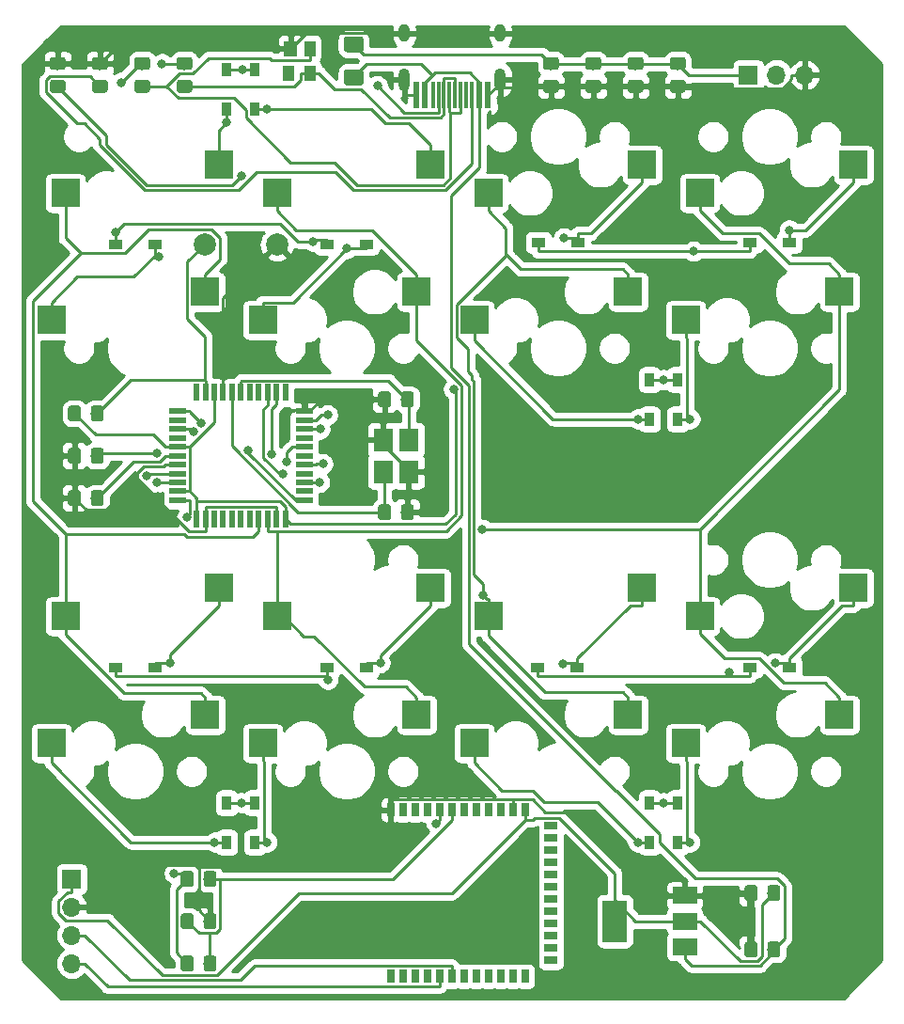
<source format=gbr>
G04 #@! TF.GenerationSoftware,KiCad,Pcbnew,(5.1.2)-2*
G04 #@! TF.CreationDate,2020-01-01T19:17:51+08:00*
G04 #@! TF.ProjectId,redox-receiver,7265646f-782d-4726-9563-65697665722e,rev?*
G04 #@! TF.SameCoordinates,Original*
G04 #@! TF.FileFunction,Copper,L2,Bot*
G04 #@! TF.FilePolarity,Positive*
%FSLAX46Y46*%
G04 Gerber Fmt 4.6, Leading zero omitted, Abs format (unit mm)*
G04 Created by KiCad (PCBNEW (5.1.2)-2) date 2020-01-01 19:17:51*
%MOMM*%
%LPD*%
G04 APERTURE LIST*
%ADD10R,1.800000X2.100000*%
%ADD11C,0.100000*%
%ADD12C,1.425000*%
%ADD13C,1.150000*%
%ADD14R,0.550000X1.500000*%
%ADD15R,1.500000X0.550000*%
%ADD16R,1.000000X1.400000*%
%ADD17R,1.200000X1.400000*%
%ADD18C,2.000000*%
%ADD19R,0.698500X1.198880*%
%ADD20R,1.198880X0.698500*%
%ADD21R,0.600000X2.450000*%
%ADD22R,0.300000X2.450000*%
%ADD23O,1.000000X2.100000*%
%ADD24O,1.000000X1.600000*%
%ADD25R,2.200000X3.800000*%
%ADD26R,2.200000X1.500000*%
%ADD27O,1.700000X1.700000*%
%ADD28R,1.700000X1.700000*%
%ADD29R,2.550000X2.500000*%
%ADD30R,0.950000X1.300000*%
%ADD31R,1.300000X0.950000*%
%ADD32C,0.800000*%
%ADD33C,0.250000*%
%ADD34C,0.254000*%
G04 APERTURE END LIST*
D10*
X108070000Y-96340000D03*
X108070000Y-99240000D03*
X110370000Y-99240000D03*
X110370000Y-96340000D03*
D11*
G36*
X106059504Y-63006204D02*
G01*
X106083773Y-63009804D01*
X106107571Y-63015765D01*
X106130671Y-63024030D01*
X106152849Y-63034520D01*
X106173893Y-63047133D01*
X106193598Y-63061747D01*
X106211777Y-63078223D01*
X106228253Y-63096402D01*
X106242867Y-63116107D01*
X106255480Y-63137151D01*
X106265970Y-63159329D01*
X106274235Y-63182429D01*
X106280196Y-63206227D01*
X106283796Y-63230496D01*
X106285000Y-63255000D01*
X106285000Y-64180000D01*
X106283796Y-64204504D01*
X106280196Y-64228773D01*
X106274235Y-64252571D01*
X106265970Y-64275671D01*
X106255480Y-64297849D01*
X106242867Y-64318893D01*
X106228253Y-64338598D01*
X106211777Y-64356777D01*
X106193598Y-64373253D01*
X106173893Y-64387867D01*
X106152849Y-64400480D01*
X106130671Y-64410970D01*
X106107571Y-64419235D01*
X106083773Y-64425196D01*
X106059504Y-64428796D01*
X106035000Y-64430000D01*
X104785000Y-64430000D01*
X104760496Y-64428796D01*
X104736227Y-64425196D01*
X104712429Y-64419235D01*
X104689329Y-64410970D01*
X104667151Y-64400480D01*
X104646107Y-64387867D01*
X104626402Y-64373253D01*
X104608223Y-64356777D01*
X104591747Y-64338598D01*
X104577133Y-64318893D01*
X104564520Y-64297849D01*
X104554030Y-64275671D01*
X104545765Y-64252571D01*
X104539804Y-64228773D01*
X104536204Y-64204504D01*
X104535000Y-64180000D01*
X104535000Y-63255000D01*
X104536204Y-63230496D01*
X104539804Y-63206227D01*
X104545765Y-63182429D01*
X104554030Y-63159329D01*
X104564520Y-63137151D01*
X104577133Y-63116107D01*
X104591747Y-63096402D01*
X104608223Y-63078223D01*
X104626402Y-63061747D01*
X104646107Y-63047133D01*
X104667151Y-63034520D01*
X104689329Y-63024030D01*
X104712429Y-63015765D01*
X104736227Y-63009804D01*
X104760496Y-63006204D01*
X104785000Y-63005000D01*
X106035000Y-63005000D01*
X106059504Y-63006204D01*
X106059504Y-63006204D01*
G37*
D12*
X105410000Y-63717500D03*
D11*
G36*
X106059504Y-60031204D02*
G01*
X106083773Y-60034804D01*
X106107571Y-60040765D01*
X106130671Y-60049030D01*
X106152849Y-60059520D01*
X106173893Y-60072133D01*
X106193598Y-60086747D01*
X106211777Y-60103223D01*
X106228253Y-60121402D01*
X106242867Y-60141107D01*
X106255480Y-60162151D01*
X106265970Y-60184329D01*
X106274235Y-60207429D01*
X106280196Y-60231227D01*
X106283796Y-60255496D01*
X106285000Y-60280000D01*
X106285000Y-61205000D01*
X106283796Y-61229504D01*
X106280196Y-61253773D01*
X106274235Y-61277571D01*
X106265970Y-61300671D01*
X106255480Y-61322849D01*
X106242867Y-61343893D01*
X106228253Y-61363598D01*
X106211777Y-61381777D01*
X106193598Y-61398253D01*
X106173893Y-61412867D01*
X106152849Y-61425480D01*
X106130671Y-61435970D01*
X106107571Y-61444235D01*
X106083773Y-61450196D01*
X106059504Y-61453796D01*
X106035000Y-61455000D01*
X104785000Y-61455000D01*
X104760496Y-61453796D01*
X104736227Y-61450196D01*
X104712429Y-61444235D01*
X104689329Y-61435970D01*
X104667151Y-61425480D01*
X104646107Y-61412867D01*
X104626402Y-61398253D01*
X104608223Y-61381777D01*
X104591747Y-61363598D01*
X104577133Y-61343893D01*
X104564520Y-61322849D01*
X104554030Y-61300671D01*
X104545765Y-61277571D01*
X104539804Y-61253773D01*
X104536204Y-61229504D01*
X104535000Y-61205000D01*
X104535000Y-60280000D01*
X104536204Y-60255496D01*
X104539804Y-60231227D01*
X104545765Y-60207429D01*
X104554030Y-60184329D01*
X104564520Y-60162151D01*
X104577133Y-60141107D01*
X104591747Y-60121402D01*
X104608223Y-60103223D01*
X104626402Y-60086747D01*
X104646107Y-60072133D01*
X104667151Y-60059520D01*
X104689329Y-60049030D01*
X104712429Y-60040765D01*
X104736227Y-60034804D01*
X104760496Y-60031204D01*
X104785000Y-60030000D01*
X106035000Y-60030000D01*
X106059504Y-60031204D01*
X106059504Y-60031204D01*
G37*
D12*
X105410000Y-60742500D03*
D11*
G36*
X82654505Y-97091204D02*
G01*
X82678773Y-97094804D01*
X82702572Y-97100765D01*
X82725671Y-97109030D01*
X82747850Y-97119520D01*
X82768893Y-97132132D01*
X82788599Y-97146747D01*
X82806777Y-97163223D01*
X82823253Y-97181401D01*
X82837868Y-97201107D01*
X82850480Y-97222150D01*
X82860970Y-97244329D01*
X82869235Y-97267428D01*
X82875196Y-97291227D01*
X82878796Y-97315495D01*
X82880000Y-97339999D01*
X82880000Y-98240001D01*
X82878796Y-98264505D01*
X82875196Y-98288773D01*
X82869235Y-98312572D01*
X82860970Y-98335671D01*
X82850480Y-98357850D01*
X82837868Y-98378893D01*
X82823253Y-98398599D01*
X82806777Y-98416777D01*
X82788599Y-98433253D01*
X82768893Y-98447868D01*
X82747850Y-98460480D01*
X82725671Y-98470970D01*
X82702572Y-98479235D01*
X82678773Y-98485196D01*
X82654505Y-98488796D01*
X82630001Y-98490000D01*
X81979999Y-98490000D01*
X81955495Y-98488796D01*
X81931227Y-98485196D01*
X81907428Y-98479235D01*
X81884329Y-98470970D01*
X81862150Y-98460480D01*
X81841107Y-98447868D01*
X81821401Y-98433253D01*
X81803223Y-98416777D01*
X81786747Y-98398599D01*
X81772132Y-98378893D01*
X81759520Y-98357850D01*
X81749030Y-98335671D01*
X81740765Y-98312572D01*
X81734804Y-98288773D01*
X81731204Y-98264505D01*
X81730000Y-98240001D01*
X81730000Y-97339999D01*
X81731204Y-97315495D01*
X81734804Y-97291227D01*
X81740765Y-97267428D01*
X81749030Y-97244329D01*
X81759520Y-97222150D01*
X81772132Y-97201107D01*
X81786747Y-97181401D01*
X81803223Y-97163223D01*
X81821401Y-97146747D01*
X81841107Y-97132132D01*
X81862150Y-97119520D01*
X81884329Y-97109030D01*
X81907428Y-97100765D01*
X81931227Y-97094804D01*
X81955495Y-97091204D01*
X81979999Y-97090000D01*
X82630001Y-97090000D01*
X82654505Y-97091204D01*
X82654505Y-97091204D01*
G37*
D13*
X82305000Y-97790000D03*
D11*
G36*
X80604505Y-97091204D02*
G01*
X80628773Y-97094804D01*
X80652572Y-97100765D01*
X80675671Y-97109030D01*
X80697850Y-97119520D01*
X80718893Y-97132132D01*
X80738599Y-97146747D01*
X80756777Y-97163223D01*
X80773253Y-97181401D01*
X80787868Y-97201107D01*
X80800480Y-97222150D01*
X80810970Y-97244329D01*
X80819235Y-97267428D01*
X80825196Y-97291227D01*
X80828796Y-97315495D01*
X80830000Y-97339999D01*
X80830000Y-98240001D01*
X80828796Y-98264505D01*
X80825196Y-98288773D01*
X80819235Y-98312572D01*
X80810970Y-98335671D01*
X80800480Y-98357850D01*
X80787868Y-98378893D01*
X80773253Y-98398599D01*
X80756777Y-98416777D01*
X80738599Y-98433253D01*
X80718893Y-98447868D01*
X80697850Y-98460480D01*
X80675671Y-98470970D01*
X80652572Y-98479235D01*
X80628773Y-98485196D01*
X80604505Y-98488796D01*
X80580001Y-98490000D01*
X79929999Y-98490000D01*
X79905495Y-98488796D01*
X79881227Y-98485196D01*
X79857428Y-98479235D01*
X79834329Y-98470970D01*
X79812150Y-98460480D01*
X79791107Y-98447868D01*
X79771401Y-98433253D01*
X79753223Y-98416777D01*
X79736747Y-98398599D01*
X79722132Y-98378893D01*
X79709520Y-98357850D01*
X79699030Y-98335671D01*
X79690765Y-98312572D01*
X79684804Y-98288773D01*
X79681204Y-98264505D01*
X79680000Y-98240001D01*
X79680000Y-97339999D01*
X79681204Y-97315495D01*
X79684804Y-97291227D01*
X79690765Y-97267428D01*
X79699030Y-97244329D01*
X79709520Y-97222150D01*
X79722132Y-97201107D01*
X79736747Y-97181401D01*
X79753223Y-97163223D01*
X79771401Y-97146747D01*
X79791107Y-97132132D01*
X79812150Y-97119520D01*
X79834329Y-97109030D01*
X79857428Y-97100765D01*
X79881227Y-97094804D01*
X79905495Y-97091204D01*
X79929999Y-97090000D01*
X80580001Y-97090000D01*
X80604505Y-97091204D01*
X80604505Y-97091204D01*
G37*
D13*
X80255000Y-97790000D03*
D11*
G36*
X82654505Y-93281204D02*
G01*
X82678773Y-93284804D01*
X82702572Y-93290765D01*
X82725671Y-93299030D01*
X82747850Y-93309520D01*
X82768893Y-93322132D01*
X82788599Y-93336747D01*
X82806777Y-93353223D01*
X82823253Y-93371401D01*
X82837868Y-93391107D01*
X82850480Y-93412150D01*
X82860970Y-93434329D01*
X82869235Y-93457428D01*
X82875196Y-93481227D01*
X82878796Y-93505495D01*
X82880000Y-93529999D01*
X82880000Y-94430001D01*
X82878796Y-94454505D01*
X82875196Y-94478773D01*
X82869235Y-94502572D01*
X82860970Y-94525671D01*
X82850480Y-94547850D01*
X82837868Y-94568893D01*
X82823253Y-94588599D01*
X82806777Y-94606777D01*
X82788599Y-94623253D01*
X82768893Y-94637868D01*
X82747850Y-94650480D01*
X82725671Y-94660970D01*
X82702572Y-94669235D01*
X82678773Y-94675196D01*
X82654505Y-94678796D01*
X82630001Y-94680000D01*
X81979999Y-94680000D01*
X81955495Y-94678796D01*
X81931227Y-94675196D01*
X81907428Y-94669235D01*
X81884329Y-94660970D01*
X81862150Y-94650480D01*
X81841107Y-94637868D01*
X81821401Y-94623253D01*
X81803223Y-94606777D01*
X81786747Y-94588599D01*
X81772132Y-94568893D01*
X81759520Y-94547850D01*
X81749030Y-94525671D01*
X81740765Y-94502572D01*
X81734804Y-94478773D01*
X81731204Y-94454505D01*
X81730000Y-94430001D01*
X81730000Y-93529999D01*
X81731204Y-93505495D01*
X81734804Y-93481227D01*
X81740765Y-93457428D01*
X81749030Y-93434329D01*
X81759520Y-93412150D01*
X81772132Y-93391107D01*
X81786747Y-93371401D01*
X81803223Y-93353223D01*
X81821401Y-93336747D01*
X81841107Y-93322132D01*
X81862150Y-93309520D01*
X81884329Y-93299030D01*
X81907428Y-93290765D01*
X81931227Y-93284804D01*
X81955495Y-93281204D01*
X81979999Y-93280000D01*
X82630001Y-93280000D01*
X82654505Y-93281204D01*
X82654505Y-93281204D01*
G37*
D13*
X82305000Y-93980000D03*
D11*
G36*
X80604505Y-93281204D02*
G01*
X80628773Y-93284804D01*
X80652572Y-93290765D01*
X80675671Y-93299030D01*
X80697850Y-93309520D01*
X80718893Y-93322132D01*
X80738599Y-93336747D01*
X80756777Y-93353223D01*
X80773253Y-93371401D01*
X80787868Y-93391107D01*
X80800480Y-93412150D01*
X80810970Y-93434329D01*
X80819235Y-93457428D01*
X80825196Y-93481227D01*
X80828796Y-93505495D01*
X80830000Y-93529999D01*
X80830000Y-94430001D01*
X80828796Y-94454505D01*
X80825196Y-94478773D01*
X80819235Y-94502572D01*
X80810970Y-94525671D01*
X80800480Y-94547850D01*
X80787868Y-94568893D01*
X80773253Y-94588599D01*
X80756777Y-94606777D01*
X80738599Y-94623253D01*
X80718893Y-94637868D01*
X80697850Y-94650480D01*
X80675671Y-94660970D01*
X80652572Y-94669235D01*
X80628773Y-94675196D01*
X80604505Y-94678796D01*
X80580001Y-94680000D01*
X79929999Y-94680000D01*
X79905495Y-94678796D01*
X79881227Y-94675196D01*
X79857428Y-94669235D01*
X79834329Y-94660970D01*
X79812150Y-94650480D01*
X79791107Y-94637868D01*
X79771401Y-94623253D01*
X79753223Y-94606777D01*
X79736747Y-94588599D01*
X79722132Y-94568893D01*
X79709520Y-94547850D01*
X79699030Y-94525671D01*
X79690765Y-94502572D01*
X79684804Y-94478773D01*
X79681204Y-94454505D01*
X79680000Y-94430001D01*
X79680000Y-93529999D01*
X79681204Y-93505495D01*
X79684804Y-93481227D01*
X79690765Y-93457428D01*
X79699030Y-93434329D01*
X79709520Y-93412150D01*
X79722132Y-93391107D01*
X79736747Y-93371401D01*
X79753223Y-93353223D01*
X79771401Y-93336747D01*
X79791107Y-93322132D01*
X79812150Y-93309520D01*
X79834329Y-93299030D01*
X79857428Y-93290765D01*
X79881227Y-93284804D01*
X79905495Y-93281204D01*
X79929999Y-93280000D01*
X80580001Y-93280000D01*
X80604505Y-93281204D01*
X80604505Y-93281204D01*
G37*
D13*
X80255000Y-93980000D03*
D11*
G36*
X90644505Y-63951204D02*
G01*
X90668773Y-63954804D01*
X90692572Y-63960765D01*
X90715671Y-63969030D01*
X90737850Y-63979520D01*
X90758893Y-63992132D01*
X90778599Y-64006747D01*
X90796777Y-64023223D01*
X90813253Y-64041401D01*
X90827868Y-64061107D01*
X90840480Y-64082150D01*
X90850970Y-64104329D01*
X90859235Y-64127428D01*
X90865196Y-64151227D01*
X90868796Y-64175495D01*
X90870000Y-64199999D01*
X90870000Y-64850001D01*
X90868796Y-64874505D01*
X90865196Y-64898773D01*
X90859235Y-64922572D01*
X90850970Y-64945671D01*
X90840480Y-64967850D01*
X90827868Y-64988893D01*
X90813253Y-65008599D01*
X90796777Y-65026777D01*
X90778599Y-65043253D01*
X90758893Y-65057868D01*
X90737850Y-65070480D01*
X90715671Y-65080970D01*
X90692572Y-65089235D01*
X90668773Y-65095196D01*
X90644505Y-65098796D01*
X90620001Y-65100000D01*
X89719999Y-65100000D01*
X89695495Y-65098796D01*
X89671227Y-65095196D01*
X89647428Y-65089235D01*
X89624329Y-65080970D01*
X89602150Y-65070480D01*
X89581107Y-65057868D01*
X89561401Y-65043253D01*
X89543223Y-65026777D01*
X89526747Y-65008599D01*
X89512132Y-64988893D01*
X89499520Y-64967850D01*
X89489030Y-64945671D01*
X89480765Y-64922572D01*
X89474804Y-64898773D01*
X89471204Y-64874505D01*
X89470000Y-64850001D01*
X89470000Y-64199999D01*
X89471204Y-64175495D01*
X89474804Y-64151227D01*
X89480765Y-64127428D01*
X89489030Y-64104329D01*
X89499520Y-64082150D01*
X89512132Y-64061107D01*
X89526747Y-64041401D01*
X89543223Y-64023223D01*
X89561401Y-64006747D01*
X89581107Y-63992132D01*
X89602150Y-63979520D01*
X89624329Y-63969030D01*
X89647428Y-63960765D01*
X89671227Y-63954804D01*
X89695495Y-63951204D01*
X89719999Y-63950000D01*
X90620001Y-63950000D01*
X90644505Y-63951204D01*
X90644505Y-63951204D01*
G37*
D13*
X90170000Y-64525000D03*
D11*
G36*
X90644505Y-61901204D02*
G01*
X90668773Y-61904804D01*
X90692572Y-61910765D01*
X90715671Y-61919030D01*
X90737850Y-61929520D01*
X90758893Y-61942132D01*
X90778599Y-61956747D01*
X90796777Y-61973223D01*
X90813253Y-61991401D01*
X90827868Y-62011107D01*
X90840480Y-62032150D01*
X90850970Y-62054329D01*
X90859235Y-62077428D01*
X90865196Y-62101227D01*
X90868796Y-62125495D01*
X90870000Y-62149999D01*
X90870000Y-62800001D01*
X90868796Y-62824505D01*
X90865196Y-62848773D01*
X90859235Y-62872572D01*
X90850970Y-62895671D01*
X90840480Y-62917850D01*
X90827868Y-62938893D01*
X90813253Y-62958599D01*
X90796777Y-62976777D01*
X90778599Y-62993253D01*
X90758893Y-63007868D01*
X90737850Y-63020480D01*
X90715671Y-63030970D01*
X90692572Y-63039235D01*
X90668773Y-63045196D01*
X90644505Y-63048796D01*
X90620001Y-63050000D01*
X89719999Y-63050000D01*
X89695495Y-63048796D01*
X89671227Y-63045196D01*
X89647428Y-63039235D01*
X89624329Y-63030970D01*
X89602150Y-63020480D01*
X89581107Y-63007868D01*
X89561401Y-62993253D01*
X89543223Y-62976777D01*
X89526747Y-62958599D01*
X89512132Y-62938893D01*
X89499520Y-62917850D01*
X89489030Y-62895671D01*
X89480765Y-62872572D01*
X89474804Y-62848773D01*
X89471204Y-62824505D01*
X89470000Y-62800001D01*
X89470000Y-62149999D01*
X89471204Y-62125495D01*
X89474804Y-62101227D01*
X89480765Y-62077428D01*
X89489030Y-62054329D01*
X89499520Y-62032150D01*
X89512132Y-62011107D01*
X89526747Y-61991401D01*
X89543223Y-61973223D01*
X89561401Y-61956747D01*
X89581107Y-61942132D01*
X89602150Y-61929520D01*
X89624329Y-61919030D01*
X89647428Y-61910765D01*
X89671227Y-61904804D01*
X89695495Y-61901204D01*
X89719999Y-61900000D01*
X90620001Y-61900000D01*
X90644505Y-61901204D01*
X90644505Y-61901204D01*
G37*
D13*
X90170000Y-62475000D03*
D11*
G36*
X86834505Y-63951204D02*
G01*
X86858773Y-63954804D01*
X86882572Y-63960765D01*
X86905671Y-63969030D01*
X86927850Y-63979520D01*
X86948893Y-63992132D01*
X86968599Y-64006747D01*
X86986777Y-64023223D01*
X87003253Y-64041401D01*
X87017868Y-64061107D01*
X87030480Y-64082150D01*
X87040970Y-64104329D01*
X87049235Y-64127428D01*
X87055196Y-64151227D01*
X87058796Y-64175495D01*
X87060000Y-64199999D01*
X87060000Y-64850001D01*
X87058796Y-64874505D01*
X87055196Y-64898773D01*
X87049235Y-64922572D01*
X87040970Y-64945671D01*
X87030480Y-64967850D01*
X87017868Y-64988893D01*
X87003253Y-65008599D01*
X86986777Y-65026777D01*
X86968599Y-65043253D01*
X86948893Y-65057868D01*
X86927850Y-65070480D01*
X86905671Y-65080970D01*
X86882572Y-65089235D01*
X86858773Y-65095196D01*
X86834505Y-65098796D01*
X86810001Y-65100000D01*
X85909999Y-65100000D01*
X85885495Y-65098796D01*
X85861227Y-65095196D01*
X85837428Y-65089235D01*
X85814329Y-65080970D01*
X85792150Y-65070480D01*
X85771107Y-65057868D01*
X85751401Y-65043253D01*
X85733223Y-65026777D01*
X85716747Y-65008599D01*
X85702132Y-64988893D01*
X85689520Y-64967850D01*
X85679030Y-64945671D01*
X85670765Y-64922572D01*
X85664804Y-64898773D01*
X85661204Y-64874505D01*
X85660000Y-64850001D01*
X85660000Y-64199999D01*
X85661204Y-64175495D01*
X85664804Y-64151227D01*
X85670765Y-64127428D01*
X85679030Y-64104329D01*
X85689520Y-64082150D01*
X85702132Y-64061107D01*
X85716747Y-64041401D01*
X85733223Y-64023223D01*
X85751401Y-64006747D01*
X85771107Y-63992132D01*
X85792150Y-63979520D01*
X85814329Y-63969030D01*
X85837428Y-63960765D01*
X85861227Y-63954804D01*
X85885495Y-63951204D01*
X85909999Y-63950000D01*
X86810001Y-63950000D01*
X86834505Y-63951204D01*
X86834505Y-63951204D01*
G37*
D13*
X86360000Y-64525000D03*
D11*
G36*
X86834505Y-61901204D02*
G01*
X86858773Y-61904804D01*
X86882572Y-61910765D01*
X86905671Y-61919030D01*
X86927850Y-61929520D01*
X86948893Y-61942132D01*
X86968599Y-61956747D01*
X86986777Y-61973223D01*
X87003253Y-61991401D01*
X87017868Y-62011107D01*
X87030480Y-62032150D01*
X87040970Y-62054329D01*
X87049235Y-62077428D01*
X87055196Y-62101227D01*
X87058796Y-62125495D01*
X87060000Y-62149999D01*
X87060000Y-62800001D01*
X87058796Y-62824505D01*
X87055196Y-62848773D01*
X87049235Y-62872572D01*
X87040970Y-62895671D01*
X87030480Y-62917850D01*
X87017868Y-62938893D01*
X87003253Y-62958599D01*
X86986777Y-62976777D01*
X86968599Y-62993253D01*
X86948893Y-63007868D01*
X86927850Y-63020480D01*
X86905671Y-63030970D01*
X86882572Y-63039235D01*
X86858773Y-63045196D01*
X86834505Y-63048796D01*
X86810001Y-63050000D01*
X85909999Y-63050000D01*
X85885495Y-63048796D01*
X85861227Y-63045196D01*
X85837428Y-63039235D01*
X85814329Y-63030970D01*
X85792150Y-63020480D01*
X85771107Y-63007868D01*
X85751401Y-62993253D01*
X85733223Y-62976777D01*
X85716747Y-62958599D01*
X85702132Y-62938893D01*
X85689520Y-62917850D01*
X85679030Y-62895671D01*
X85670765Y-62872572D01*
X85664804Y-62848773D01*
X85661204Y-62824505D01*
X85660000Y-62800001D01*
X85660000Y-62149999D01*
X85661204Y-62125495D01*
X85664804Y-62101227D01*
X85670765Y-62077428D01*
X85679030Y-62054329D01*
X85689520Y-62032150D01*
X85702132Y-62011107D01*
X85716747Y-61991401D01*
X85733223Y-61973223D01*
X85751401Y-61956747D01*
X85771107Y-61942132D01*
X85792150Y-61929520D01*
X85814329Y-61919030D01*
X85837428Y-61910765D01*
X85861227Y-61904804D01*
X85885495Y-61901204D01*
X85909999Y-61900000D01*
X86810001Y-61900000D01*
X86834505Y-61901204D01*
X86834505Y-61901204D01*
G37*
D13*
X86360000Y-62475000D03*
D11*
G36*
X83024505Y-63951204D02*
G01*
X83048773Y-63954804D01*
X83072572Y-63960765D01*
X83095671Y-63969030D01*
X83117850Y-63979520D01*
X83138893Y-63992132D01*
X83158599Y-64006747D01*
X83176777Y-64023223D01*
X83193253Y-64041401D01*
X83207868Y-64061107D01*
X83220480Y-64082150D01*
X83230970Y-64104329D01*
X83239235Y-64127428D01*
X83245196Y-64151227D01*
X83248796Y-64175495D01*
X83250000Y-64199999D01*
X83250000Y-64850001D01*
X83248796Y-64874505D01*
X83245196Y-64898773D01*
X83239235Y-64922572D01*
X83230970Y-64945671D01*
X83220480Y-64967850D01*
X83207868Y-64988893D01*
X83193253Y-65008599D01*
X83176777Y-65026777D01*
X83158599Y-65043253D01*
X83138893Y-65057868D01*
X83117850Y-65070480D01*
X83095671Y-65080970D01*
X83072572Y-65089235D01*
X83048773Y-65095196D01*
X83024505Y-65098796D01*
X83000001Y-65100000D01*
X82099999Y-65100000D01*
X82075495Y-65098796D01*
X82051227Y-65095196D01*
X82027428Y-65089235D01*
X82004329Y-65080970D01*
X81982150Y-65070480D01*
X81961107Y-65057868D01*
X81941401Y-65043253D01*
X81923223Y-65026777D01*
X81906747Y-65008599D01*
X81892132Y-64988893D01*
X81879520Y-64967850D01*
X81869030Y-64945671D01*
X81860765Y-64922572D01*
X81854804Y-64898773D01*
X81851204Y-64874505D01*
X81850000Y-64850001D01*
X81850000Y-64199999D01*
X81851204Y-64175495D01*
X81854804Y-64151227D01*
X81860765Y-64127428D01*
X81869030Y-64104329D01*
X81879520Y-64082150D01*
X81892132Y-64061107D01*
X81906747Y-64041401D01*
X81923223Y-64023223D01*
X81941401Y-64006747D01*
X81961107Y-63992132D01*
X81982150Y-63979520D01*
X82004329Y-63969030D01*
X82027428Y-63960765D01*
X82051227Y-63954804D01*
X82075495Y-63951204D01*
X82099999Y-63950000D01*
X83000001Y-63950000D01*
X83024505Y-63951204D01*
X83024505Y-63951204D01*
G37*
D13*
X82550000Y-64525000D03*
D11*
G36*
X83024505Y-61901204D02*
G01*
X83048773Y-61904804D01*
X83072572Y-61910765D01*
X83095671Y-61919030D01*
X83117850Y-61929520D01*
X83138893Y-61942132D01*
X83158599Y-61956747D01*
X83176777Y-61973223D01*
X83193253Y-61991401D01*
X83207868Y-62011107D01*
X83220480Y-62032150D01*
X83230970Y-62054329D01*
X83239235Y-62077428D01*
X83245196Y-62101227D01*
X83248796Y-62125495D01*
X83250000Y-62149999D01*
X83250000Y-62800001D01*
X83248796Y-62824505D01*
X83245196Y-62848773D01*
X83239235Y-62872572D01*
X83230970Y-62895671D01*
X83220480Y-62917850D01*
X83207868Y-62938893D01*
X83193253Y-62958599D01*
X83176777Y-62976777D01*
X83158599Y-62993253D01*
X83138893Y-63007868D01*
X83117850Y-63020480D01*
X83095671Y-63030970D01*
X83072572Y-63039235D01*
X83048773Y-63045196D01*
X83024505Y-63048796D01*
X83000001Y-63050000D01*
X82099999Y-63050000D01*
X82075495Y-63048796D01*
X82051227Y-63045196D01*
X82027428Y-63039235D01*
X82004329Y-63030970D01*
X81982150Y-63020480D01*
X81961107Y-63007868D01*
X81941401Y-62993253D01*
X81923223Y-62976777D01*
X81906747Y-62958599D01*
X81892132Y-62938893D01*
X81879520Y-62917850D01*
X81869030Y-62895671D01*
X81860765Y-62872572D01*
X81854804Y-62848773D01*
X81851204Y-62824505D01*
X81850000Y-62800001D01*
X81850000Y-62149999D01*
X81851204Y-62125495D01*
X81854804Y-62101227D01*
X81860765Y-62077428D01*
X81869030Y-62054329D01*
X81879520Y-62032150D01*
X81892132Y-62011107D01*
X81906747Y-61991401D01*
X81923223Y-61973223D01*
X81941401Y-61956747D01*
X81961107Y-61942132D01*
X81982150Y-61929520D01*
X82004329Y-61919030D01*
X82027428Y-61910765D01*
X82051227Y-61904804D01*
X82075495Y-61901204D01*
X82099999Y-61900000D01*
X83000001Y-61900000D01*
X83024505Y-61901204D01*
X83024505Y-61901204D01*
G37*
D13*
X82550000Y-62475000D03*
D11*
G36*
X79214505Y-63951204D02*
G01*
X79238773Y-63954804D01*
X79262572Y-63960765D01*
X79285671Y-63969030D01*
X79307850Y-63979520D01*
X79328893Y-63992132D01*
X79348599Y-64006747D01*
X79366777Y-64023223D01*
X79383253Y-64041401D01*
X79397868Y-64061107D01*
X79410480Y-64082150D01*
X79420970Y-64104329D01*
X79429235Y-64127428D01*
X79435196Y-64151227D01*
X79438796Y-64175495D01*
X79440000Y-64199999D01*
X79440000Y-64850001D01*
X79438796Y-64874505D01*
X79435196Y-64898773D01*
X79429235Y-64922572D01*
X79420970Y-64945671D01*
X79410480Y-64967850D01*
X79397868Y-64988893D01*
X79383253Y-65008599D01*
X79366777Y-65026777D01*
X79348599Y-65043253D01*
X79328893Y-65057868D01*
X79307850Y-65070480D01*
X79285671Y-65080970D01*
X79262572Y-65089235D01*
X79238773Y-65095196D01*
X79214505Y-65098796D01*
X79190001Y-65100000D01*
X78289999Y-65100000D01*
X78265495Y-65098796D01*
X78241227Y-65095196D01*
X78217428Y-65089235D01*
X78194329Y-65080970D01*
X78172150Y-65070480D01*
X78151107Y-65057868D01*
X78131401Y-65043253D01*
X78113223Y-65026777D01*
X78096747Y-65008599D01*
X78082132Y-64988893D01*
X78069520Y-64967850D01*
X78059030Y-64945671D01*
X78050765Y-64922572D01*
X78044804Y-64898773D01*
X78041204Y-64874505D01*
X78040000Y-64850001D01*
X78040000Y-64199999D01*
X78041204Y-64175495D01*
X78044804Y-64151227D01*
X78050765Y-64127428D01*
X78059030Y-64104329D01*
X78069520Y-64082150D01*
X78082132Y-64061107D01*
X78096747Y-64041401D01*
X78113223Y-64023223D01*
X78131401Y-64006747D01*
X78151107Y-63992132D01*
X78172150Y-63979520D01*
X78194329Y-63969030D01*
X78217428Y-63960765D01*
X78241227Y-63954804D01*
X78265495Y-63951204D01*
X78289999Y-63950000D01*
X79190001Y-63950000D01*
X79214505Y-63951204D01*
X79214505Y-63951204D01*
G37*
D13*
X78740000Y-64525000D03*
D11*
G36*
X79214505Y-61901204D02*
G01*
X79238773Y-61904804D01*
X79262572Y-61910765D01*
X79285671Y-61919030D01*
X79307850Y-61929520D01*
X79328893Y-61942132D01*
X79348599Y-61956747D01*
X79366777Y-61973223D01*
X79383253Y-61991401D01*
X79397868Y-62011107D01*
X79410480Y-62032150D01*
X79420970Y-62054329D01*
X79429235Y-62077428D01*
X79435196Y-62101227D01*
X79438796Y-62125495D01*
X79440000Y-62149999D01*
X79440000Y-62800001D01*
X79438796Y-62824505D01*
X79435196Y-62848773D01*
X79429235Y-62872572D01*
X79420970Y-62895671D01*
X79410480Y-62917850D01*
X79397868Y-62938893D01*
X79383253Y-62958599D01*
X79366777Y-62976777D01*
X79348599Y-62993253D01*
X79328893Y-63007868D01*
X79307850Y-63020480D01*
X79285671Y-63030970D01*
X79262572Y-63039235D01*
X79238773Y-63045196D01*
X79214505Y-63048796D01*
X79190001Y-63050000D01*
X78289999Y-63050000D01*
X78265495Y-63048796D01*
X78241227Y-63045196D01*
X78217428Y-63039235D01*
X78194329Y-63030970D01*
X78172150Y-63020480D01*
X78151107Y-63007868D01*
X78131401Y-62993253D01*
X78113223Y-62976777D01*
X78096747Y-62958599D01*
X78082132Y-62938893D01*
X78069520Y-62917850D01*
X78059030Y-62895671D01*
X78050765Y-62872572D01*
X78044804Y-62848773D01*
X78041204Y-62824505D01*
X78040000Y-62800001D01*
X78040000Y-62149999D01*
X78041204Y-62125495D01*
X78044804Y-62101227D01*
X78050765Y-62077428D01*
X78059030Y-62054329D01*
X78069520Y-62032150D01*
X78082132Y-62011107D01*
X78096747Y-61991401D01*
X78113223Y-61973223D01*
X78131401Y-61956747D01*
X78151107Y-61942132D01*
X78172150Y-61929520D01*
X78194329Y-61919030D01*
X78217428Y-61910765D01*
X78241227Y-61904804D01*
X78265495Y-61901204D01*
X78289999Y-61900000D01*
X79190001Y-61900000D01*
X79214505Y-61901204D01*
X79214505Y-61901204D01*
G37*
D13*
X78740000Y-62475000D03*
D11*
G36*
X141564505Y-136461204D02*
G01*
X141588773Y-136464804D01*
X141612572Y-136470765D01*
X141635671Y-136479030D01*
X141657850Y-136489520D01*
X141678893Y-136502132D01*
X141698599Y-136516747D01*
X141716777Y-136533223D01*
X141733253Y-136551401D01*
X141747868Y-136571107D01*
X141760480Y-136592150D01*
X141770970Y-136614329D01*
X141779235Y-136637428D01*
X141785196Y-136661227D01*
X141788796Y-136685495D01*
X141790000Y-136709999D01*
X141790000Y-137610001D01*
X141788796Y-137634505D01*
X141785196Y-137658773D01*
X141779235Y-137682572D01*
X141770970Y-137705671D01*
X141760480Y-137727850D01*
X141747868Y-137748893D01*
X141733253Y-137768599D01*
X141716777Y-137786777D01*
X141698599Y-137803253D01*
X141678893Y-137817868D01*
X141657850Y-137830480D01*
X141635671Y-137840970D01*
X141612572Y-137849235D01*
X141588773Y-137855196D01*
X141564505Y-137858796D01*
X141540001Y-137860000D01*
X140889999Y-137860000D01*
X140865495Y-137858796D01*
X140841227Y-137855196D01*
X140817428Y-137849235D01*
X140794329Y-137840970D01*
X140772150Y-137830480D01*
X140751107Y-137817868D01*
X140731401Y-137803253D01*
X140713223Y-137786777D01*
X140696747Y-137768599D01*
X140682132Y-137748893D01*
X140669520Y-137727850D01*
X140659030Y-137705671D01*
X140650765Y-137682572D01*
X140644804Y-137658773D01*
X140641204Y-137634505D01*
X140640000Y-137610001D01*
X140640000Y-136709999D01*
X140641204Y-136685495D01*
X140644804Y-136661227D01*
X140650765Y-136637428D01*
X140659030Y-136614329D01*
X140669520Y-136592150D01*
X140682132Y-136571107D01*
X140696747Y-136551401D01*
X140713223Y-136533223D01*
X140731401Y-136516747D01*
X140751107Y-136502132D01*
X140772150Y-136489520D01*
X140794329Y-136479030D01*
X140817428Y-136470765D01*
X140841227Y-136464804D01*
X140865495Y-136461204D01*
X140889999Y-136460000D01*
X141540001Y-136460000D01*
X141564505Y-136461204D01*
X141564505Y-136461204D01*
G37*
D13*
X141215000Y-137160000D03*
D11*
G36*
X143614505Y-136461204D02*
G01*
X143638773Y-136464804D01*
X143662572Y-136470765D01*
X143685671Y-136479030D01*
X143707850Y-136489520D01*
X143728893Y-136502132D01*
X143748599Y-136516747D01*
X143766777Y-136533223D01*
X143783253Y-136551401D01*
X143797868Y-136571107D01*
X143810480Y-136592150D01*
X143820970Y-136614329D01*
X143829235Y-136637428D01*
X143835196Y-136661227D01*
X143838796Y-136685495D01*
X143840000Y-136709999D01*
X143840000Y-137610001D01*
X143838796Y-137634505D01*
X143835196Y-137658773D01*
X143829235Y-137682572D01*
X143820970Y-137705671D01*
X143810480Y-137727850D01*
X143797868Y-137748893D01*
X143783253Y-137768599D01*
X143766777Y-137786777D01*
X143748599Y-137803253D01*
X143728893Y-137817868D01*
X143707850Y-137830480D01*
X143685671Y-137840970D01*
X143662572Y-137849235D01*
X143638773Y-137855196D01*
X143614505Y-137858796D01*
X143590001Y-137860000D01*
X142939999Y-137860000D01*
X142915495Y-137858796D01*
X142891227Y-137855196D01*
X142867428Y-137849235D01*
X142844329Y-137840970D01*
X142822150Y-137830480D01*
X142801107Y-137817868D01*
X142781401Y-137803253D01*
X142763223Y-137786777D01*
X142746747Y-137768599D01*
X142732132Y-137748893D01*
X142719520Y-137727850D01*
X142709030Y-137705671D01*
X142700765Y-137682572D01*
X142694804Y-137658773D01*
X142691204Y-137634505D01*
X142690000Y-137610001D01*
X142690000Y-136709999D01*
X142691204Y-136685495D01*
X142694804Y-136661227D01*
X142700765Y-136637428D01*
X142709030Y-136614329D01*
X142719520Y-136592150D01*
X142732132Y-136571107D01*
X142746747Y-136551401D01*
X142763223Y-136533223D01*
X142781401Y-136516747D01*
X142801107Y-136502132D01*
X142822150Y-136489520D01*
X142844329Y-136479030D01*
X142867428Y-136470765D01*
X142891227Y-136464804D01*
X142915495Y-136461204D01*
X142939999Y-136460000D01*
X143590001Y-136460000D01*
X143614505Y-136461204D01*
X143614505Y-136461204D01*
G37*
D13*
X143265000Y-137160000D03*
D11*
G36*
X141564505Y-141541204D02*
G01*
X141588773Y-141544804D01*
X141612572Y-141550765D01*
X141635671Y-141559030D01*
X141657850Y-141569520D01*
X141678893Y-141582132D01*
X141698599Y-141596747D01*
X141716777Y-141613223D01*
X141733253Y-141631401D01*
X141747868Y-141651107D01*
X141760480Y-141672150D01*
X141770970Y-141694329D01*
X141779235Y-141717428D01*
X141785196Y-141741227D01*
X141788796Y-141765495D01*
X141790000Y-141789999D01*
X141790000Y-142690001D01*
X141788796Y-142714505D01*
X141785196Y-142738773D01*
X141779235Y-142762572D01*
X141770970Y-142785671D01*
X141760480Y-142807850D01*
X141747868Y-142828893D01*
X141733253Y-142848599D01*
X141716777Y-142866777D01*
X141698599Y-142883253D01*
X141678893Y-142897868D01*
X141657850Y-142910480D01*
X141635671Y-142920970D01*
X141612572Y-142929235D01*
X141588773Y-142935196D01*
X141564505Y-142938796D01*
X141540001Y-142940000D01*
X140889999Y-142940000D01*
X140865495Y-142938796D01*
X140841227Y-142935196D01*
X140817428Y-142929235D01*
X140794329Y-142920970D01*
X140772150Y-142910480D01*
X140751107Y-142897868D01*
X140731401Y-142883253D01*
X140713223Y-142866777D01*
X140696747Y-142848599D01*
X140682132Y-142828893D01*
X140669520Y-142807850D01*
X140659030Y-142785671D01*
X140650765Y-142762572D01*
X140644804Y-142738773D01*
X140641204Y-142714505D01*
X140640000Y-142690001D01*
X140640000Y-141789999D01*
X140641204Y-141765495D01*
X140644804Y-141741227D01*
X140650765Y-141717428D01*
X140659030Y-141694329D01*
X140669520Y-141672150D01*
X140682132Y-141651107D01*
X140696747Y-141631401D01*
X140713223Y-141613223D01*
X140731401Y-141596747D01*
X140751107Y-141582132D01*
X140772150Y-141569520D01*
X140794329Y-141559030D01*
X140817428Y-141550765D01*
X140841227Y-141544804D01*
X140865495Y-141541204D01*
X140889999Y-141540000D01*
X141540001Y-141540000D01*
X141564505Y-141541204D01*
X141564505Y-141541204D01*
G37*
D13*
X141215000Y-142240000D03*
D11*
G36*
X143614505Y-141541204D02*
G01*
X143638773Y-141544804D01*
X143662572Y-141550765D01*
X143685671Y-141559030D01*
X143707850Y-141569520D01*
X143728893Y-141582132D01*
X143748599Y-141596747D01*
X143766777Y-141613223D01*
X143783253Y-141631401D01*
X143797868Y-141651107D01*
X143810480Y-141672150D01*
X143820970Y-141694329D01*
X143829235Y-141717428D01*
X143835196Y-141741227D01*
X143838796Y-141765495D01*
X143840000Y-141789999D01*
X143840000Y-142690001D01*
X143838796Y-142714505D01*
X143835196Y-142738773D01*
X143829235Y-142762572D01*
X143820970Y-142785671D01*
X143810480Y-142807850D01*
X143797868Y-142828893D01*
X143783253Y-142848599D01*
X143766777Y-142866777D01*
X143748599Y-142883253D01*
X143728893Y-142897868D01*
X143707850Y-142910480D01*
X143685671Y-142920970D01*
X143662572Y-142929235D01*
X143638773Y-142935196D01*
X143614505Y-142938796D01*
X143590001Y-142940000D01*
X142939999Y-142940000D01*
X142915495Y-142938796D01*
X142891227Y-142935196D01*
X142867428Y-142929235D01*
X142844329Y-142920970D01*
X142822150Y-142910480D01*
X142801107Y-142897868D01*
X142781401Y-142883253D01*
X142763223Y-142866777D01*
X142746747Y-142848599D01*
X142732132Y-142828893D01*
X142719520Y-142807850D01*
X142709030Y-142785671D01*
X142700765Y-142762572D01*
X142694804Y-142738773D01*
X142691204Y-142714505D01*
X142690000Y-142690001D01*
X142690000Y-141789999D01*
X142691204Y-141765495D01*
X142694804Y-141741227D01*
X142700765Y-141717428D01*
X142709030Y-141694329D01*
X142719520Y-141672150D01*
X142732132Y-141651107D01*
X142746747Y-141631401D01*
X142763223Y-141613223D01*
X142781401Y-141596747D01*
X142801107Y-141582132D01*
X142822150Y-141569520D01*
X142844329Y-141559030D01*
X142867428Y-141550765D01*
X142891227Y-141544804D01*
X142915495Y-141541204D01*
X142939999Y-141540000D01*
X143590001Y-141540000D01*
X143614505Y-141541204D01*
X143614505Y-141541204D01*
G37*
D13*
X143265000Y-142240000D03*
D11*
G36*
X123664505Y-61901204D02*
G01*
X123688773Y-61904804D01*
X123712572Y-61910765D01*
X123735671Y-61919030D01*
X123757850Y-61929520D01*
X123778893Y-61942132D01*
X123798599Y-61956747D01*
X123816777Y-61973223D01*
X123833253Y-61991401D01*
X123847868Y-62011107D01*
X123860480Y-62032150D01*
X123870970Y-62054329D01*
X123879235Y-62077428D01*
X123885196Y-62101227D01*
X123888796Y-62125495D01*
X123890000Y-62149999D01*
X123890000Y-62800001D01*
X123888796Y-62824505D01*
X123885196Y-62848773D01*
X123879235Y-62872572D01*
X123870970Y-62895671D01*
X123860480Y-62917850D01*
X123847868Y-62938893D01*
X123833253Y-62958599D01*
X123816777Y-62976777D01*
X123798599Y-62993253D01*
X123778893Y-63007868D01*
X123757850Y-63020480D01*
X123735671Y-63030970D01*
X123712572Y-63039235D01*
X123688773Y-63045196D01*
X123664505Y-63048796D01*
X123640001Y-63050000D01*
X122739999Y-63050000D01*
X122715495Y-63048796D01*
X122691227Y-63045196D01*
X122667428Y-63039235D01*
X122644329Y-63030970D01*
X122622150Y-63020480D01*
X122601107Y-63007868D01*
X122581401Y-62993253D01*
X122563223Y-62976777D01*
X122546747Y-62958599D01*
X122532132Y-62938893D01*
X122519520Y-62917850D01*
X122509030Y-62895671D01*
X122500765Y-62872572D01*
X122494804Y-62848773D01*
X122491204Y-62824505D01*
X122490000Y-62800001D01*
X122490000Y-62149999D01*
X122491204Y-62125495D01*
X122494804Y-62101227D01*
X122500765Y-62077428D01*
X122509030Y-62054329D01*
X122519520Y-62032150D01*
X122532132Y-62011107D01*
X122546747Y-61991401D01*
X122563223Y-61973223D01*
X122581401Y-61956747D01*
X122601107Y-61942132D01*
X122622150Y-61929520D01*
X122644329Y-61919030D01*
X122667428Y-61910765D01*
X122691227Y-61904804D01*
X122715495Y-61901204D01*
X122739999Y-61900000D01*
X123640001Y-61900000D01*
X123664505Y-61901204D01*
X123664505Y-61901204D01*
G37*
D13*
X123190000Y-62475000D03*
D11*
G36*
X123664505Y-63951204D02*
G01*
X123688773Y-63954804D01*
X123712572Y-63960765D01*
X123735671Y-63969030D01*
X123757850Y-63979520D01*
X123778893Y-63992132D01*
X123798599Y-64006747D01*
X123816777Y-64023223D01*
X123833253Y-64041401D01*
X123847868Y-64061107D01*
X123860480Y-64082150D01*
X123870970Y-64104329D01*
X123879235Y-64127428D01*
X123885196Y-64151227D01*
X123888796Y-64175495D01*
X123890000Y-64199999D01*
X123890000Y-64850001D01*
X123888796Y-64874505D01*
X123885196Y-64898773D01*
X123879235Y-64922572D01*
X123870970Y-64945671D01*
X123860480Y-64967850D01*
X123847868Y-64988893D01*
X123833253Y-65008599D01*
X123816777Y-65026777D01*
X123798599Y-65043253D01*
X123778893Y-65057868D01*
X123757850Y-65070480D01*
X123735671Y-65080970D01*
X123712572Y-65089235D01*
X123688773Y-65095196D01*
X123664505Y-65098796D01*
X123640001Y-65100000D01*
X122739999Y-65100000D01*
X122715495Y-65098796D01*
X122691227Y-65095196D01*
X122667428Y-65089235D01*
X122644329Y-65080970D01*
X122622150Y-65070480D01*
X122601107Y-65057868D01*
X122581401Y-65043253D01*
X122563223Y-65026777D01*
X122546747Y-65008599D01*
X122532132Y-64988893D01*
X122519520Y-64967850D01*
X122509030Y-64945671D01*
X122500765Y-64922572D01*
X122494804Y-64898773D01*
X122491204Y-64874505D01*
X122490000Y-64850001D01*
X122490000Y-64199999D01*
X122491204Y-64175495D01*
X122494804Y-64151227D01*
X122500765Y-64127428D01*
X122509030Y-64104329D01*
X122519520Y-64082150D01*
X122532132Y-64061107D01*
X122546747Y-64041401D01*
X122563223Y-64023223D01*
X122581401Y-64006747D01*
X122601107Y-63992132D01*
X122622150Y-63979520D01*
X122644329Y-63969030D01*
X122667428Y-63960765D01*
X122691227Y-63954804D01*
X122715495Y-63951204D01*
X122739999Y-63950000D01*
X123640001Y-63950000D01*
X123664505Y-63951204D01*
X123664505Y-63951204D01*
G37*
D13*
X123190000Y-64525000D03*
D11*
G36*
X131284505Y-61901204D02*
G01*
X131308773Y-61904804D01*
X131332572Y-61910765D01*
X131355671Y-61919030D01*
X131377850Y-61929520D01*
X131398893Y-61942132D01*
X131418599Y-61956747D01*
X131436777Y-61973223D01*
X131453253Y-61991401D01*
X131467868Y-62011107D01*
X131480480Y-62032150D01*
X131490970Y-62054329D01*
X131499235Y-62077428D01*
X131505196Y-62101227D01*
X131508796Y-62125495D01*
X131510000Y-62149999D01*
X131510000Y-62800001D01*
X131508796Y-62824505D01*
X131505196Y-62848773D01*
X131499235Y-62872572D01*
X131490970Y-62895671D01*
X131480480Y-62917850D01*
X131467868Y-62938893D01*
X131453253Y-62958599D01*
X131436777Y-62976777D01*
X131418599Y-62993253D01*
X131398893Y-63007868D01*
X131377850Y-63020480D01*
X131355671Y-63030970D01*
X131332572Y-63039235D01*
X131308773Y-63045196D01*
X131284505Y-63048796D01*
X131260001Y-63050000D01*
X130359999Y-63050000D01*
X130335495Y-63048796D01*
X130311227Y-63045196D01*
X130287428Y-63039235D01*
X130264329Y-63030970D01*
X130242150Y-63020480D01*
X130221107Y-63007868D01*
X130201401Y-62993253D01*
X130183223Y-62976777D01*
X130166747Y-62958599D01*
X130152132Y-62938893D01*
X130139520Y-62917850D01*
X130129030Y-62895671D01*
X130120765Y-62872572D01*
X130114804Y-62848773D01*
X130111204Y-62824505D01*
X130110000Y-62800001D01*
X130110000Y-62149999D01*
X130111204Y-62125495D01*
X130114804Y-62101227D01*
X130120765Y-62077428D01*
X130129030Y-62054329D01*
X130139520Y-62032150D01*
X130152132Y-62011107D01*
X130166747Y-61991401D01*
X130183223Y-61973223D01*
X130201401Y-61956747D01*
X130221107Y-61942132D01*
X130242150Y-61929520D01*
X130264329Y-61919030D01*
X130287428Y-61910765D01*
X130311227Y-61904804D01*
X130335495Y-61901204D01*
X130359999Y-61900000D01*
X131260001Y-61900000D01*
X131284505Y-61901204D01*
X131284505Y-61901204D01*
G37*
D13*
X130810000Y-62475000D03*
D11*
G36*
X131284505Y-63951204D02*
G01*
X131308773Y-63954804D01*
X131332572Y-63960765D01*
X131355671Y-63969030D01*
X131377850Y-63979520D01*
X131398893Y-63992132D01*
X131418599Y-64006747D01*
X131436777Y-64023223D01*
X131453253Y-64041401D01*
X131467868Y-64061107D01*
X131480480Y-64082150D01*
X131490970Y-64104329D01*
X131499235Y-64127428D01*
X131505196Y-64151227D01*
X131508796Y-64175495D01*
X131510000Y-64199999D01*
X131510000Y-64850001D01*
X131508796Y-64874505D01*
X131505196Y-64898773D01*
X131499235Y-64922572D01*
X131490970Y-64945671D01*
X131480480Y-64967850D01*
X131467868Y-64988893D01*
X131453253Y-65008599D01*
X131436777Y-65026777D01*
X131418599Y-65043253D01*
X131398893Y-65057868D01*
X131377850Y-65070480D01*
X131355671Y-65080970D01*
X131332572Y-65089235D01*
X131308773Y-65095196D01*
X131284505Y-65098796D01*
X131260001Y-65100000D01*
X130359999Y-65100000D01*
X130335495Y-65098796D01*
X130311227Y-65095196D01*
X130287428Y-65089235D01*
X130264329Y-65080970D01*
X130242150Y-65070480D01*
X130221107Y-65057868D01*
X130201401Y-65043253D01*
X130183223Y-65026777D01*
X130166747Y-65008599D01*
X130152132Y-64988893D01*
X130139520Y-64967850D01*
X130129030Y-64945671D01*
X130120765Y-64922572D01*
X130114804Y-64898773D01*
X130111204Y-64874505D01*
X130110000Y-64850001D01*
X130110000Y-64199999D01*
X130111204Y-64175495D01*
X130114804Y-64151227D01*
X130120765Y-64127428D01*
X130129030Y-64104329D01*
X130139520Y-64082150D01*
X130152132Y-64061107D01*
X130166747Y-64041401D01*
X130183223Y-64023223D01*
X130201401Y-64006747D01*
X130221107Y-63992132D01*
X130242150Y-63979520D01*
X130264329Y-63969030D01*
X130287428Y-63960765D01*
X130311227Y-63954804D01*
X130335495Y-63951204D01*
X130359999Y-63950000D01*
X131260001Y-63950000D01*
X131284505Y-63951204D01*
X131284505Y-63951204D01*
G37*
D13*
X130810000Y-64525000D03*
D11*
G36*
X127474505Y-61901204D02*
G01*
X127498773Y-61904804D01*
X127522572Y-61910765D01*
X127545671Y-61919030D01*
X127567850Y-61929520D01*
X127588893Y-61942132D01*
X127608599Y-61956747D01*
X127626777Y-61973223D01*
X127643253Y-61991401D01*
X127657868Y-62011107D01*
X127670480Y-62032150D01*
X127680970Y-62054329D01*
X127689235Y-62077428D01*
X127695196Y-62101227D01*
X127698796Y-62125495D01*
X127700000Y-62149999D01*
X127700000Y-62800001D01*
X127698796Y-62824505D01*
X127695196Y-62848773D01*
X127689235Y-62872572D01*
X127680970Y-62895671D01*
X127670480Y-62917850D01*
X127657868Y-62938893D01*
X127643253Y-62958599D01*
X127626777Y-62976777D01*
X127608599Y-62993253D01*
X127588893Y-63007868D01*
X127567850Y-63020480D01*
X127545671Y-63030970D01*
X127522572Y-63039235D01*
X127498773Y-63045196D01*
X127474505Y-63048796D01*
X127450001Y-63050000D01*
X126549999Y-63050000D01*
X126525495Y-63048796D01*
X126501227Y-63045196D01*
X126477428Y-63039235D01*
X126454329Y-63030970D01*
X126432150Y-63020480D01*
X126411107Y-63007868D01*
X126391401Y-62993253D01*
X126373223Y-62976777D01*
X126356747Y-62958599D01*
X126342132Y-62938893D01*
X126329520Y-62917850D01*
X126319030Y-62895671D01*
X126310765Y-62872572D01*
X126304804Y-62848773D01*
X126301204Y-62824505D01*
X126300000Y-62800001D01*
X126300000Y-62149999D01*
X126301204Y-62125495D01*
X126304804Y-62101227D01*
X126310765Y-62077428D01*
X126319030Y-62054329D01*
X126329520Y-62032150D01*
X126342132Y-62011107D01*
X126356747Y-61991401D01*
X126373223Y-61973223D01*
X126391401Y-61956747D01*
X126411107Y-61942132D01*
X126432150Y-61929520D01*
X126454329Y-61919030D01*
X126477428Y-61910765D01*
X126501227Y-61904804D01*
X126525495Y-61901204D01*
X126549999Y-61900000D01*
X127450001Y-61900000D01*
X127474505Y-61901204D01*
X127474505Y-61901204D01*
G37*
D13*
X127000000Y-62475000D03*
D11*
G36*
X127474505Y-63951204D02*
G01*
X127498773Y-63954804D01*
X127522572Y-63960765D01*
X127545671Y-63969030D01*
X127567850Y-63979520D01*
X127588893Y-63992132D01*
X127608599Y-64006747D01*
X127626777Y-64023223D01*
X127643253Y-64041401D01*
X127657868Y-64061107D01*
X127670480Y-64082150D01*
X127680970Y-64104329D01*
X127689235Y-64127428D01*
X127695196Y-64151227D01*
X127698796Y-64175495D01*
X127700000Y-64199999D01*
X127700000Y-64850001D01*
X127698796Y-64874505D01*
X127695196Y-64898773D01*
X127689235Y-64922572D01*
X127680970Y-64945671D01*
X127670480Y-64967850D01*
X127657868Y-64988893D01*
X127643253Y-65008599D01*
X127626777Y-65026777D01*
X127608599Y-65043253D01*
X127588893Y-65057868D01*
X127567850Y-65070480D01*
X127545671Y-65080970D01*
X127522572Y-65089235D01*
X127498773Y-65095196D01*
X127474505Y-65098796D01*
X127450001Y-65100000D01*
X126549999Y-65100000D01*
X126525495Y-65098796D01*
X126501227Y-65095196D01*
X126477428Y-65089235D01*
X126454329Y-65080970D01*
X126432150Y-65070480D01*
X126411107Y-65057868D01*
X126391401Y-65043253D01*
X126373223Y-65026777D01*
X126356747Y-65008599D01*
X126342132Y-64988893D01*
X126329520Y-64967850D01*
X126319030Y-64945671D01*
X126310765Y-64922572D01*
X126304804Y-64898773D01*
X126301204Y-64874505D01*
X126300000Y-64850001D01*
X126300000Y-64199999D01*
X126301204Y-64175495D01*
X126304804Y-64151227D01*
X126310765Y-64127428D01*
X126319030Y-64104329D01*
X126329520Y-64082150D01*
X126342132Y-64061107D01*
X126356747Y-64041401D01*
X126373223Y-64023223D01*
X126391401Y-64006747D01*
X126411107Y-63992132D01*
X126432150Y-63979520D01*
X126454329Y-63969030D01*
X126477428Y-63960765D01*
X126501227Y-63954804D01*
X126525495Y-63951204D01*
X126549999Y-63950000D01*
X127450001Y-63950000D01*
X127474505Y-63951204D01*
X127474505Y-63951204D01*
G37*
D13*
X127000000Y-64525000D03*
D11*
G36*
X135094505Y-61901204D02*
G01*
X135118773Y-61904804D01*
X135142572Y-61910765D01*
X135165671Y-61919030D01*
X135187850Y-61929520D01*
X135208893Y-61942132D01*
X135228599Y-61956747D01*
X135246777Y-61973223D01*
X135263253Y-61991401D01*
X135277868Y-62011107D01*
X135290480Y-62032150D01*
X135300970Y-62054329D01*
X135309235Y-62077428D01*
X135315196Y-62101227D01*
X135318796Y-62125495D01*
X135320000Y-62149999D01*
X135320000Y-62800001D01*
X135318796Y-62824505D01*
X135315196Y-62848773D01*
X135309235Y-62872572D01*
X135300970Y-62895671D01*
X135290480Y-62917850D01*
X135277868Y-62938893D01*
X135263253Y-62958599D01*
X135246777Y-62976777D01*
X135228599Y-62993253D01*
X135208893Y-63007868D01*
X135187850Y-63020480D01*
X135165671Y-63030970D01*
X135142572Y-63039235D01*
X135118773Y-63045196D01*
X135094505Y-63048796D01*
X135070001Y-63050000D01*
X134169999Y-63050000D01*
X134145495Y-63048796D01*
X134121227Y-63045196D01*
X134097428Y-63039235D01*
X134074329Y-63030970D01*
X134052150Y-63020480D01*
X134031107Y-63007868D01*
X134011401Y-62993253D01*
X133993223Y-62976777D01*
X133976747Y-62958599D01*
X133962132Y-62938893D01*
X133949520Y-62917850D01*
X133939030Y-62895671D01*
X133930765Y-62872572D01*
X133924804Y-62848773D01*
X133921204Y-62824505D01*
X133920000Y-62800001D01*
X133920000Y-62149999D01*
X133921204Y-62125495D01*
X133924804Y-62101227D01*
X133930765Y-62077428D01*
X133939030Y-62054329D01*
X133949520Y-62032150D01*
X133962132Y-62011107D01*
X133976747Y-61991401D01*
X133993223Y-61973223D01*
X134011401Y-61956747D01*
X134031107Y-61942132D01*
X134052150Y-61929520D01*
X134074329Y-61919030D01*
X134097428Y-61910765D01*
X134121227Y-61904804D01*
X134145495Y-61901204D01*
X134169999Y-61900000D01*
X135070001Y-61900000D01*
X135094505Y-61901204D01*
X135094505Y-61901204D01*
G37*
D13*
X134620000Y-62475000D03*
D11*
G36*
X135094505Y-63951204D02*
G01*
X135118773Y-63954804D01*
X135142572Y-63960765D01*
X135165671Y-63969030D01*
X135187850Y-63979520D01*
X135208893Y-63992132D01*
X135228599Y-64006747D01*
X135246777Y-64023223D01*
X135263253Y-64041401D01*
X135277868Y-64061107D01*
X135290480Y-64082150D01*
X135300970Y-64104329D01*
X135309235Y-64127428D01*
X135315196Y-64151227D01*
X135318796Y-64175495D01*
X135320000Y-64199999D01*
X135320000Y-64850001D01*
X135318796Y-64874505D01*
X135315196Y-64898773D01*
X135309235Y-64922572D01*
X135300970Y-64945671D01*
X135290480Y-64967850D01*
X135277868Y-64988893D01*
X135263253Y-65008599D01*
X135246777Y-65026777D01*
X135228599Y-65043253D01*
X135208893Y-65057868D01*
X135187850Y-65070480D01*
X135165671Y-65080970D01*
X135142572Y-65089235D01*
X135118773Y-65095196D01*
X135094505Y-65098796D01*
X135070001Y-65100000D01*
X134169999Y-65100000D01*
X134145495Y-65098796D01*
X134121227Y-65095196D01*
X134097428Y-65089235D01*
X134074329Y-65080970D01*
X134052150Y-65070480D01*
X134031107Y-65057868D01*
X134011401Y-65043253D01*
X133993223Y-65026777D01*
X133976747Y-65008599D01*
X133962132Y-64988893D01*
X133949520Y-64967850D01*
X133939030Y-64945671D01*
X133930765Y-64922572D01*
X133924804Y-64898773D01*
X133921204Y-64874505D01*
X133920000Y-64850001D01*
X133920000Y-64199999D01*
X133921204Y-64175495D01*
X133924804Y-64151227D01*
X133930765Y-64127428D01*
X133939030Y-64104329D01*
X133949520Y-64082150D01*
X133962132Y-64061107D01*
X133976747Y-64041401D01*
X133993223Y-64023223D01*
X134011401Y-64006747D01*
X134031107Y-63992132D01*
X134052150Y-63979520D01*
X134074329Y-63969030D01*
X134097428Y-63960765D01*
X134121227Y-63954804D01*
X134145495Y-63951204D01*
X134169999Y-63950000D01*
X135070001Y-63950000D01*
X135094505Y-63951204D01*
X135094505Y-63951204D01*
G37*
D13*
X134620000Y-64525000D03*
D11*
G36*
X80604505Y-100901204D02*
G01*
X80628773Y-100904804D01*
X80652572Y-100910765D01*
X80675671Y-100919030D01*
X80697850Y-100929520D01*
X80718893Y-100942132D01*
X80738599Y-100956747D01*
X80756777Y-100973223D01*
X80773253Y-100991401D01*
X80787868Y-101011107D01*
X80800480Y-101032150D01*
X80810970Y-101054329D01*
X80819235Y-101077428D01*
X80825196Y-101101227D01*
X80828796Y-101125495D01*
X80830000Y-101149999D01*
X80830000Y-102050001D01*
X80828796Y-102074505D01*
X80825196Y-102098773D01*
X80819235Y-102122572D01*
X80810970Y-102145671D01*
X80800480Y-102167850D01*
X80787868Y-102188893D01*
X80773253Y-102208599D01*
X80756777Y-102226777D01*
X80738599Y-102243253D01*
X80718893Y-102257868D01*
X80697850Y-102270480D01*
X80675671Y-102280970D01*
X80652572Y-102289235D01*
X80628773Y-102295196D01*
X80604505Y-102298796D01*
X80580001Y-102300000D01*
X79929999Y-102300000D01*
X79905495Y-102298796D01*
X79881227Y-102295196D01*
X79857428Y-102289235D01*
X79834329Y-102280970D01*
X79812150Y-102270480D01*
X79791107Y-102257868D01*
X79771401Y-102243253D01*
X79753223Y-102226777D01*
X79736747Y-102208599D01*
X79722132Y-102188893D01*
X79709520Y-102167850D01*
X79699030Y-102145671D01*
X79690765Y-102122572D01*
X79684804Y-102098773D01*
X79681204Y-102074505D01*
X79680000Y-102050001D01*
X79680000Y-101149999D01*
X79681204Y-101125495D01*
X79684804Y-101101227D01*
X79690765Y-101077428D01*
X79699030Y-101054329D01*
X79709520Y-101032150D01*
X79722132Y-101011107D01*
X79736747Y-100991401D01*
X79753223Y-100973223D01*
X79771401Y-100956747D01*
X79791107Y-100942132D01*
X79812150Y-100929520D01*
X79834329Y-100919030D01*
X79857428Y-100910765D01*
X79881227Y-100904804D01*
X79905495Y-100901204D01*
X79929999Y-100900000D01*
X80580001Y-100900000D01*
X80604505Y-100901204D01*
X80604505Y-100901204D01*
G37*
D13*
X80255000Y-101600000D03*
D11*
G36*
X82654505Y-100901204D02*
G01*
X82678773Y-100904804D01*
X82702572Y-100910765D01*
X82725671Y-100919030D01*
X82747850Y-100929520D01*
X82768893Y-100942132D01*
X82788599Y-100956747D01*
X82806777Y-100973223D01*
X82823253Y-100991401D01*
X82837868Y-101011107D01*
X82850480Y-101032150D01*
X82860970Y-101054329D01*
X82869235Y-101077428D01*
X82875196Y-101101227D01*
X82878796Y-101125495D01*
X82880000Y-101149999D01*
X82880000Y-102050001D01*
X82878796Y-102074505D01*
X82875196Y-102098773D01*
X82869235Y-102122572D01*
X82860970Y-102145671D01*
X82850480Y-102167850D01*
X82837868Y-102188893D01*
X82823253Y-102208599D01*
X82806777Y-102226777D01*
X82788599Y-102243253D01*
X82768893Y-102257868D01*
X82747850Y-102270480D01*
X82725671Y-102280970D01*
X82702572Y-102289235D01*
X82678773Y-102295196D01*
X82654505Y-102298796D01*
X82630001Y-102300000D01*
X81979999Y-102300000D01*
X81955495Y-102298796D01*
X81931227Y-102295196D01*
X81907428Y-102289235D01*
X81884329Y-102280970D01*
X81862150Y-102270480D01*
X81841107Y-102257868D01*
X81821401Y-102243253D01*
X81803223Y-102226777D01*
X81786747Y-102208599D01*
X81772132Y-102188893D01*
X81759520Y-102167850D01*
X81749030Y-102145671D01*
X81740765Y-102122572D01*
X81734804Y-102098773D01*
X81731204Y-102074505D01*
X81730000Y-102050001D01*
X81730000Y-101149999D01*
X81731204Y-101125495D01*
X81734804Y-101101227D01*
X81740765Y-101077428D01*
X81749030Y-101054329D01*
X81759520Y-101032150D01*
X81772132Y-101011107D01*
X81786747Y-100991401D01*
X81803223Y-100973223D01*
X81821401Y-100956747D01*
X81841107Y-100942132D01*
X81862150Y-100929520D01*
X81884329Y-100919030D01*
X81907428Y-100910765D01*
X81931227Y-100904804D01*
X81955495Y-100901204D01*
X81979999Y-100900000D01*
X82630001Y-100900000D01*
X82654505Y-100901204D01*
X82654505Y-100901204D01*
G37*
D13*
X82305000Y-101600000D03*
D11*
G36*
X108544505Y-92011204D02*
G01*
X108568773Y-92014804D01*
X108592572Y-92020765D01*
X108615671Y-92029030D01*
X108637850Y-92039520D01*
X108658893Y-92052132D01*
X108678599Y-92066747D01*
X108696777Y-92083223D01*
X108713253Y-92101401D01*
X108727868Y-92121107D01*
X108740480Y-92142150D01*
X108750970Y-92164329D01*
X108759235Y-92187428D01*
X108765196Y-92211227D01*
X108768796Y-92235495D01*
X108770000Y-92259999D01*
X108770000Y-93160001D01*
X108768796Y-93184505D01*
X108765196Y-93208773D01*
X108759235Y-93232572D01*
X108750970Y-93255671D01*
X108740480Y-93277850D01*
X108727868Y-93298893D01*
X108713253Y-93318599D01*
X108696777Y-93336777D01*
X108678599Y-93353253D01*
X108658893Y-93367868D01*
X108637850Y-93380480D01*
X108615671Y-93390970D01*
X108592572Y-93399235D01*
X108568773Y-93405196D01*
X108544505Y-93408796D01*
X108520001Y-93410000D01*
X107869999Y-93410000D01*
X107845495Y-93408796D01*
X107821227Y-93405196D01*
X107797428Y-93399235D01*
X107774329Y-93390970D01*
X107752150Y-93380480D01*
X107731107Y-93367868D01*
X107711401Y-93353253D01*
X107693223Y-93336777D01*
X107676747Y-93318599D01*
X107662132Y-93298893D01*
X107649520Y-93277850D01*
X107639030Y-93255671D01*
X107630765Y-93232572D01*
X107624804Y-93208773D01*
X107621204Y-93184505D01*
X107620000Y-93160001D01*
X107620000Y-92259999D01*
X107621204Y-92235495D01*
X107624804Y-92211227D01*
X107630765Y-92187428D01*
X107639030Y-92164329D01*
X107649520Y-92142150D01*
X107662132Y-92121107D01*
X107676747Y-92101401D01*
X107693223Y-92083223D01*
X107711401Y-92066747D01*
X107731107Y-92052132D01*
X107752150Y-92039520D01*
X107774329Y-92029030D01*
X107797428Y-92020765D01*
X107821227Y-92014804D01*
X107845495Y-92011204D01*
X107869999Y-92010000D01*
X108520001Y-92010000D01*
X108544505Y-92011204D01*
X108544505Y-92011204D01*
G37*
D13*
X108195000Y-92710000D03*
D11*
G36*
X110594505Y-92011204D02*
G01*
X110618773Y-92014804D01*
X110642572Y-92020765D01*
X110665671Y-92029030D01*
X110687850Y-92039520D01*
X110708893Y-92052132D01*
X110728599Y-92066747D01*
X110746777Y-92083223D01*
X110763253Y-92101401D01*
X110777868Y-92121107D01*
X110790480Y-92142150D01*
X110800970Y-92164329D01*
X110809235Y-92187428D01*
X110815196Y-92211227D01*
X110818796Y-92235495D01*
X110820000Y-92259999D01*
X110820000Y-93160001D01*
X110818796Y-93184505D01*
X110815196Y-93208773D01*
X110809235Y-93232572D01*
X110800970Y-93255671D01*
X110790480Y-93277850D01*
X110777868Y-93298893D01*
X110763253Y-93318599D01*
X110746777Y-93336777D01*
X110728599Y-93353253D01*
X110708893Y-93367868D01*
X110687850Y-93380480D01*
X110665671Y-93390970D01*
X110642572Y-93399235D01*
X110618773Y-93405196D01*
X110594505Y-93408796D01*
X110570001Y-93410000D01*
X109919999Y-93410000D01*
X109895495Y-93408796D01*
X109871227Y-93405196D01*
X109847428Y-93399235D01*
X109824329Y-93390970D01*
X109802150Y-93380480D01*
X109781107Y-93367868D01*
X109761401Y-93353253D01*
X109743223Y-93336777D01*
X109726747Y-93318599D01*
X109712132Y-93298893D01*
X109699520Y-93277850D01*
X109689030Y-93255671D01*
X109680765Y-93232572D01*
X109674804Y-93208773D01*
X109671204Y-93184505D01*
X109670000Y-93160001D01*
X109670000Y-92259999D01*
X109671204Y-92235495D01*
X109674804Y-92211227D01*
X109680765Y-92187428D01*
X109689030Y-92164329D01*
X109699520Y-92142150D01*
X109712132Y-92121107D01*
X109726747Y-92101401D01*
X109743223Y-92083223D01*
X109761401Y-92066747D01*
X109781107Y-92052132D01*
X109802150Y-92039520D01*
X109824329Y-92029030D01*
X109847428Y-92020765D01*
X109871227Y-92014804D01*
X109895495Y-92011204D01*
X109919999Y-92010000D01*
X110570001Y-92010000D01*
X110594505Y-92011204D01*
X110594505Y-92011204D01*
G37*
D13*
X110245000Y-92710000D03*
D11*
G36*
X110594505Y-102171204D02*
G01*
X110618773Y-102174804D01*
X110642572Y-102180765D01*
X110665671Y-102189030D01*
X110687850Y-102199520D01*
X110708893Y-102212132D01*
X110728599Y-102226747D01*
X110746777Y-102243223D01*
X110763253Y-102261401D01*
X110777868Y-102281107D01*
X110790480Y-102302150D01*
X110800970Y-102324329D01*
X110809235Y-102347428D01*
X110815196Y-102371227D01*
X110818796Y-102395495D01*
X110820000Y-102419999D01*
X110820000Y-103320001D01*
X110818796Y-103344505D01*
X110815196Y-103368773D01*
X110809235Y-103392572D01*
X110800970Y-103415671D01*
X110790480Y-103437850D01*
X110777868Y-103458893D01*
X110763253Y-103478599D01*
X110746777Y-103496777D01*
X110728599Y-103513253D01*
X110708893Y-103527868D01*
X110687850Y-103540480D01*
X110665671Y-103550970D01*
X110642572Y-103559235D01*
X110618773Y-103565196D01*
X110594505Y-103568796D01*
X110570001Y-103570000D01*
X109919999Y-103570000D01*
X109895495Y-103568796D01*
X109871227Y-103565196D01*
X109847428Y-103559235D01*
X109824329Y-103550970D01*
X109802150Y-103540480D01*
X109781107Y-103527868D01*
X109761401Y-103513253D01*
X109743223Y-103496777D01*
X109726747Y-103478599D01*
X109712132Y-103458893D01*
X109699520Y-103437850D01*
X109689030Y-103415671D01*
X109680765Y-103392572D01*
X109674804Y-103368773D01*
X109671204Y-103344505D01*
X109670000Y-103320001D01*
X109670000Y-102419999D01*
X109671204Y-102395495D01*
X109674804Y-102371227D01*
X109680765Y-102347428D01*
X109689030Y-102324329D01*
X109699520Y-102302150D01*
X109712132Y-102281107D01*
X109726747Y-102261401D01*
X109743223Y-102243223D01*
X109761401Y-102226747D01*
X109781107Y-102212132D01*
X109802150Y-102199520D01*
X109824329Y-102189030D01*
X109847428Y-102180765D01*
X109871227Y-102174804D01*
X109895495Y-102171204D01*
X109919999Y-102170000D01*
X110570001Y-102170000D01*
X110594505Y-102171204D01*
X110594505Y-102171204D01*
G37*
D13*
X110245000Y-102870000D03*
D11*
G36*
X108544505Y-102171204D02*
G01*
X108568773Y-102174804D01*
X108592572Y-102180765D01*
X108615671Y-102189030D01*
X108637850Y-102199520D01*
X108658893Y-102212132D01*
X108678599Y-102226747D01*
X108696777Y-102243223D01*
X108713253Y-102261401D01*
X108727868Y-102281107D01*
X108740480Y-102302150D01*
X108750970Y-102324329D01*
X108759235Y-102347428D01*
X108765196Y-102371227D01*
X108768796Y-102395495D01*
X108770000Y-102419999D01*
X108770000Y-103320001D01*
X108768796Y-103344505D01*
X108765196Y-103368773D01*
X108759235Y-103392572D01*
X108750970Y-103415671D01*
X108740480Y-103437850D01*
X108727868Y-103458893D01*
X108713253Y-103478599D01*
X108696777Y-103496777D01*
X108678599Y-103513253D01*
X108658893Y-103527868D01*
X108637850Y-103540480D01*
X108615671Y-103550970D01*
X108592572Y-103559235D01*
X108568773Y-103565196D01*
X108544505Y-103568796D01*
X108520001Y-103570000D01*
X107869999Y-103570000D01*
X107845495Y-103568796D01*
X107821227Y-103565196D01*
X107797428Y-103559235D01*
X107774329Y-103550970D01*
X107752150Y-103540480D01*
X107731107Y-103527868D01*
X107711401Y-103513253D01*
X107693223Y-103496777D01*
X107676747Y-103478599D01*
X107662132Y-103458893D01*
X107649520Y-103437850D01*
X107639030Y-103415671D01*
X107630765Y-103392572D01*
X107624804Y-103368773D01*
X107621204Y-103344505D01*
X107620000Y-103320001D01*
X107620000Y-102419999D01*
X107621204Y-102395495D01*
X107624804Y-102371227D01*
X107630765Y-102347428D01*
X107639030Y-102324329D01*
X107649520Y-102302150D01*
X107662132Y-102281107D01*
X107676747Y-102261401D01*
X107693223Y-102243223D01*
X107711401Y-102226747D01*
X107731107Y-102212132D01*
X107752150Y-102199520D01*
X107774329Y-102189030D01*
X107797428Y-102180765D01*
X107821227Y-102174804D01*
X107845495Y-102171204D01*
X107869999Y-102170000D01*
X108520001Y-102170000D01*
X108544505Y-102171204D01*
X108544505Y-102171204D01*
G37*
D13*
X108195000Y-102870000D03*
D14*
X91250000Y-103490000D03*
X92050000Y-103490000D03*
X92850000Y-103490000D03*
X93650000Y-103490000D03*
X94450000Y-103490000D03*
X95250000Y-103490000D03*
X96050000Y-103490000D03*
X96850000Y-103490000D03*
X97650000Y-103490000D03*
X98450000Y-103490000D03*
X99250000Y-103490000D03*
D15*
X100950000Y-101790000D03*
X100950000Y-100990000D03*
X100950000Y-100190000D03*
X100950000Y-99390000D03*
X100950000Y-98590000D03*
X100950000Y-97790000D03*
X100950000Y-96990000D03*
X100950000Y-96190000D03*
X100950000Y-95390000D03*
X100950000Y-94590000D03*
X100950000Y-93790000D03*
D14*
X99250000Y-92090000D03*
X98450000Y-92090000D03*
X97650000Y-92090000D03*
X96850000Y-92090000D03*
X96050000Y-92090000D03*
X95250000Y-92090000D03*
X94450000Y-92090000D03*
X93650000Y-92090000D03*
X92850000Y-92090000D03*
X92050000Y-92090000D03*
X91250000Y-92090000D03*
D15*
X89550000Y-93790000D03*
X89550000Y-94590000D03*
X89550000Y-95390000D03*
X89550000Y-96190000D03*
X89550000Y-96990000D03*
X89550000Y-97790000D03*
X89550000Y-98590000D03*
X89550000Y-99390000D03*
X89550000Y-100190000D03*
X89550000Y-100990000D03*
X89550000Y-101790000D03*
D16*
X99550000Y-63330000D03*
X101450000Y-63330000D03*
X101450000Y-61130000D03*
D17*
X99730000Y-61130000D03*
D18*
X92000000Y-78740000D03*
X98500000Y-78740000D03*
D19*
X119740680Y-129661920D03*
X108742480Y-129661920D03*
D20*
X123190000Y-132212080D03*
X123190000Y-133311900D03*
X123190000Y-134411720D03*
X123190000Y-135511540D03*
X123190000Y-136611360D03*
X123190000Y-137708640D03*
X123190000Y-138808460D03*
X123190000Y-139908280D03*
X123190000Y-141008100D03*
X123190000Y-142107920D03*
X123190000Y-143207740D03*
D19*
X120840500Y-144658080D03*
X119740680Y-144658080D03*
X118640860Y-144658080D03*
X117541040Y-144658080D03*
X116441220Y-144658080D03*
X115341400Y-144658080D03*
X112041940Y-144658080D03*
X110942120Y-144658080D03*
X109842300Y-144658080D03*
X108742480Y-144658080D03*
X109842300Y-129661920D03*
X110942120Y-129661920D03*
X112041940Y-129661920D03*
X113141760Y-129661920D03*
X114241580Y-129661920D03*
X115341400Y-129661920D03*
X116441220Y-129661920D03*
X117541040Y-129661920D03*
X118640860Y-129661920D03*
D20*
X123190000Y-131112260D03*
D19*
X113141760Y-144658080D03*
X114241580Y-144658080D03*
X120840500Y-129661920D03*
D21*
X117525000Y-65345000D03*
X111075000Y-65345000D03*
X116750000Y-65345000D03*
X111850000Y-65345000D03*
D22*
X112550000Y-65345000D03*
X116050000Y-65345000D03*
X113050000Y-65345000D03*
X115550000Y-65345000D03*
X113550000Y-65345000D03*
X115050000Y-65345000D03*
X114550000Y-65345000D03*
X114050000Y-65345000D03*
D23*
X109980000Y-63930000D03*
X118620000Y-63930000D03*
D24*
X109980000Y-59750000D03*
X118620000Y-59750000D03*
D25*
X128930000Y-139700000D03*
D26*
X135230000Y-137400000D03*
X135230000Y-139700000D03*
X135230000Y-142000000D03*
D27*
X146050000Y-63500000D03*
X143510000Y-63500000D03*
D28*
X140970000Y-63500000D03*
D11*
G36*
X92814505Y-142811204D02*
G01*
X92838773Y-142814804D01*
X92862572Y-142820765D01*
X92885671Y-142829030D01*
X92907850Y-142839520D01*
X92928893Y-142852132D01*
X92948599Y-142866747D01*
X92966777Y-142883223D01*
X92983253Y-142901401D01*
X92997868Y-142921107D01*
X93010480Y-142942150D01*
X93020970Y-142964329D01*
X93029235Y-142987428D01*
X93035196Y-143011227D01*
X93038796Y-143035495D01*
X93040000Y-143059999D01*
X93040000Y-143960001D01*
X93038796Y-143984505D01*
X93035196Y-144008773D01*
X93029235Y-144032572D01*
X93020970Y-144055671D01*
X93010480Y-144077850D01*
X92997868Y-144098893D01*
X92983253Y-144118599D01*
X92966777Y-144136777D01*
X92948599Y-144153253D01*
X92928893Y-144167868D01*
X92907850Y-144180480D01*
X92885671Y-144190970D01*
X92862572Y-144199235D01*
X92838773Y-144205196D01*
X92814505Y-144208796D01*
X92790001Y-144210000D01*
X92139999Y-144210000D01*
X92115495Y-144208796D01*
X92091227Y-144205196D01*
X92067428Y-144199235D01*
X92044329Y-144190970D01*
X92022150Y-144180480D01*
X92001107Y-144167868D01*
X91981401Y-144153253D01*
X91963223Y-144136777D01*
X91946747Y-144118599D01*
X91932132Y-144098893D01*
X91919520Y-144077850D01*
X91909030Y-144055671D01*
X91900765Y-144032572D01*
X91894804Y-144008773D01*
X91891204Y-143984505D01*
X91890000Y-143960001D01*
X91890000Y-143059999D01*
X91891204Y-143035495D01*
X91894804Y-143011227D01*
X91900765Y-142987428D01*
X91909030Y-142964329D01*
X91919520Y-142942150D01*
X91932132Y-142921107D01*
X91946747Y-142901401D01*
X91963223Y-142883223D01*
X91981401Y-142866747D01*
X92001107Y-142852132D01*
X92022150Y-142839520D01*
X92044329Y-142829030D01*
X92067428Y-142820765D01*
X92091227Y-142814804D01*
X92115495Y-142811204D01*
X92139999Y-142810000D01*
X92790001Y-142810000D01*
X92814505Y-142811204D01*
X92814505Y-142811204D01*
G37*
D13*
X92465000Y-143510000D03*
D11*
G36*
X90764505Y-142811204D02*
G01*
X90788773Y-142814804D01*
X90812572Y-142820765D01*
X90835671Y-142829030D01*
X90857850Y-142839520D01*
X90878893Y-142852132D01*
X90898599Y-142866747D01*
X90916777Y-142883223D01*
X90933253Y-142901401D01*
X90947868Y-142921107D01*
X90960480Y-142942150D01*
X90970970Y-142964329D01*
X90979235Y-142987428D01*
X90985196Y-143011227D01*
X90988796Y-143035495D01*
X90990000Y-143059999D01*
X90990000Y-143960001D01*
X90988796Y-143984505D01*
X90985196Y-144008773D01*
X90979235Y-144032572D01*
X90970970Y-144055671D01*
X90960480Y-144077850D01*
X90947868Y-144098893D01*
X90933253Y-144118599D01*
X90916777Y-144136777D01*
X90898599Y-144153253D01*
X90878893Y-144167868D01*
X90857850Y-144180480D01*
X90835671Y-144190970D01*
X90812572Y-144199235D01*
X90788773Y-144205196D01*
X90764505Y-144208796D01*
X90740001Y-144210000D01*
X90089999Y-144210000D01*
X90065495Y-144208796D01*
X90041227Y-144205196D01*
X90017428Y-144199235D01*
X89994329Y-144190970D01*
X89972150Y-144180480D01*
X89951107Y-144167868D01*
X89931401Y-144153253D01*
X89913223Y-144136777D01*
X89896747Y-144118599D01*
X89882132Y-144098893D01*
X89869520Y-144077850D01*
X89859030Y-144055671D01*
X89850765Y-144032572D01*
X89844804Y-144008773D01*
X89841204Y-143984505D01*
X89840000Y-143960001D01*
X89840000Y-143059999D01*
X89841204Y-143035495D01*
X89844804Y-143011227D01*
X89850765Y-142987428D01*
X89859030Y-142964329D01*
X89869520Y-142942150D01*
X89882132Y-142921107D01*
X89896747Y-142901401D01*
X89913223Y-142883223D01*
X89931401Y-142866747D01*
X89951107Y-142852132D01*
X89972150Y-142839520D01*
X89994329Y-142829030D01*
X90017428Y-142820765D01*
X90041227Y-142814804D01*
X90065495Y-142811204D01*
X90089999Y-142810000D01*
X90740001Y-142810000D01*
X90764505Y-142811204D01*
X90764505Y-142811204D01*
G37*
D13*
X90415000Y-143510000D03*
D11*
G36*
X92814505Y-139001204D02*
G01*
X92838773Y-139004804D01*
X92862572Y-139010765D01*
X92885671Y-139019030D01*
X92907850Y-139029520D01*
X92928893Y-139042132D01*
X92948599Y-139056747D01*
X92966777Y-139073223D01*
X92983253Y-139091401D01*
X92997868Y-139111107D01*
X93010480Y-139132150D01*
X93020970Y-139154329D01*
X93029235Y-139177428D01*
X93035196Y-139201227D01*
X93038796Y-139225495D01*
X93040000Y-139249999D01*
X93040000Y-140150001D01*
X93038796Y-140174505D01*
X93035196Y-140198773D01*
X93029235Y-140222572D01*
X93020970Y-140245671D01*
X93010480Y-140267850D01*
X92997868Y-140288893D01*
X92983253Y-140308599D01*
X92966777Y-140326777D01*
X92948599Y-140343253D01*
X92928893Y-140357868D01*
X92907850Y-140370480D01*
X92885671Y-140380970D01*
X92862572Y-140389235D01*
X92838773Y-140395196D01*
X92814505Y-140398796D01*
X92790001Y-140400000D01*
X92139999Y-140400000D01*
X92115495Y-140398796D01*
X92091227Y-140395196D01*
X92067428Y-140389235D01*
X92044329Y-140380970D01*
X92022150Y-140370480D01*
X92001107Y-140357868D01*
X91981401Y-140343253D01*
X91963223Y-140326777D01*
X91946747Y-140308599D01*
X91932132Y-140288893D01*
X91919520Y-140267850D01*
X91909030Y-140245671D01*
X91900765Y-140222572D01*
X91894804Y-140198773D01*
X91891204Y-140174505D01*
X91890000Y-140150001D01*
X91890000Y-139249999D01*
X91891204Y-139225495D01*
X91894804Y-139201227D01*
X91900765Y-139177428D01*
X91909030Y-139154329D01*
X91919520Y-139132150D01*
X91932132Y-139111107D01*
X91946747Y-139091401D01*
X91963223Y-139073223D01*
X91981401Y-139056747D01*
X92001107Y-139042132D01*
X92022150Y-139029520D01*
X92044329Y-139019030D01*
X92067428Y-139010765D01*
X92091227Y-139004804D01*
X92115495Y-139001204D01*
X92139999Y-139000000D01*
X92790001Y-139000000D01*
X92814505Y-139001204D01*
X92814505Y-139001204D01*
G37*
D13*
X92465000Y-139700000D03*
D11*
G36*
X90764505Y-139001204D02*
G01*
X90788773Y-139004804D01*
X90812572Y-139010765D01*
X90835671Y-139019030D01*
X90857850Y-139029520D01*
X90878893Y-139042132D01*
X90898599Y-139056747D01*
X90916777Y-139073223D01*
X90933253Y-139091401D01*
X90947868Y-139111107D01*
X90960480Y-139132150D01*
X90970970Y-139154329D01*
X90979235Y-139177428D01*
X90985196Y-139201227D01*
X90988796Y-139225495D01*
X90990000Y-139249999D01*
X90990000Y-140150001D01*
X90988796Y-140174505D01*
X90985196Y-140198773D01*
X90979235Y-140222572D01*
X90970970Y-140245671D01*
X90960480Y-140267850D01*
X90947868Y-140288893D01*
X90933253Y-140308599D01*
X90916777Y-140326777D01*
X90898599Y-140343253D01*
X90878893Y-140357868D01*
X90857850Y-140370480D01*
X90835671Y-140380970D01*
X90812572Y-140389235D01*
X90788773Y-140395196D01*
X90764505Y-140398796D01*
X90740001Y-140400000D01*
X90089999Y-140400000D01*
X90065495Y-140398796D01*
X90041227Y-140395196D01*
X90017428Y-140389235D01*
X89994329Y-140380970D01*
X89972150Y-140370480D01*
X89951107Y-140357868D01*
X89931401Y-140343253D01*
X89913223Y-140326777D01*
X89896747Y-140308599D01*
X89882132Y-140288893D01*
X89869520Y-140267850D01*
X89859030Y-140245671D01*
X89850765Y-140222572D01*
X89844804Y-140198773D01*
X89841204Y-140174505D01*
X89840000Y-140150001D01*
X89840000Y-139249999D01*
X89841204Y-139225495D01*
X89844804Y-139201227D01*
X89850765Y-139177428D01*
X89859030Y-139154329D01*
X89869520Y-139132150D01*
X89882132Y-139111107D01*
X89896747Y-139091401D01*
X89913223Y-139073223D01*
X89931401Y-139056747D01*
X89951107Y-139042132D01*
X89972150Y-139029520D01*
X89994329Y-139019030D01*
X90017428Y-139010765D01*
X90041227Y-139004804D01*
X90065495Y-139001204D01*
X90089999Y-139000000D01*
X90740001Y-139000000D01*
X90764505Y-139001204D01*
X90764505Y-139001204D01*
G37*
D13*
X90415000Y-139700000D03*
D11*
G36*
X92814505Y-135191204D02*
G01*
X92838773Y-135194804D01*
X92862572Y-135200765D01*
X92885671Y-135209030D01*
X92907850Y-135219520D01*
X92928893Y-135232132D01*
X92948599Y-135246747D01*
X92966777Y-135263223D01*
X92983253Y-135281401D01*
X92997868Y-135301107D01*
X93010480Y-135322150D01*
X93020970Y-135344329D01*
X93029235Y-135367428D01*
X93035196Y-135391227D01*
X93038796Y-135415495D01*
X93040000Y-135439999D01*
X93040000Y-136340001D01*
X93038796Y-136364505D01*
X93035196Y-136388773D01*
X93029235Y-136412572D01*
X93020970Y-136435671D01*
X93010480Y-136457850D01*
X92997868Y-136478893D01*
X92983253Y-136498599D01*
X92966777Y-136516777D01*
X92948599Y-136533253D01*
X92928893Y-136547868D01*
X92907850Y-136560480D01*
X92885671Y-136570970D01*
X92862572Y-136579235D01*
X92838773Y-136585196D01*
X92814505Y-136588796D01*
X92790001Y-136590000D01*
X92139999Y-136590000D01*
X92115495Y-136588796D01*
X92091227Y-136585196D01*
X92067428Y-136579235D01*
X92044329Y-136570970D01*
X92022150Y-136560480D01*
X92001107Y-136547868D01*
X91981401Y-136533253D01*
X91963223Y-136516777D01*
X91946747Y-136498599D01*
X91932132Y-136478893D01*
X91919520Y-136457850D01*
X91909030Y-136435671D01*
X91900765Y-136412572D01*
X91894804Y-136388773D01*
X91891204Y-136364505D01*
X91890000Y-136340001D01*
X91890000Y-135439999D01*
X91891204Y-135415495D01*
X91894804Y-135391227D01*
X91900765Y-135367428D01*
X91909030Y-135344329D01*
X91919520Y-135322150D01*
X91932132Y-135301107D01*
X91946747Y-135281401D01*
X91963223Y-135263223D01*
X91981401Y-135246747D01*
X92001107Y-135232132D01*
X92022150Y-135219520D01*
X92044329Y-135209030D01*
X92067428Y-135200765D01*
X92091227Y-135194804D01*
X92115495Y-135191204D01*
X92139999Y-135190000D01*
X92790001Y-135190000D01*
X92814505Y-135191204D01*
X92814505Y-135191204D01*
G37*
D13*
X92465000Y-135890000D03*
D11*
G36*
X90764505Y-135191204D02*
G01*
X90788773Y-135194804D01*
X90812572Y-135200765D01*
X90835671Y-135209030D01*
X90857850Y-135219520D01*
X90878893Y-135232132D01*
X90898599Y-135246747D01*
X90916777Y-135263223D01*
X90933253Y-135281401D01*
X90947868Y-135301107D01*
X90960480Y-135322150D01*
X90970970Y-135344329D01*
X90979235Y-135367428D01*
X90985196Y-135391227D01*
X90988796Y-135415495D01*
X90990000Y-135439999D01*
X90990000Y-136340001D01*
X90988796Y-136364505D01*
X90985196Y-136388773D01*
X90979235Y-136412572D01*
X90970970Y-136435671D01*
X90960480Y-136457850D01*
X90947868Y-136478893D01*
X90933253Y-136498599D01*
X90916777Y-136516777D01*
X90898599Y-136533253D01*
X90878893Y-136547868D01*
X90857850Y-136560480D01*
X90835671Y-136570970D01*
X90812572Y-136579235D01*
X90788773Y-136585196D01*
X90764505Y-136588796D01*
X90740001Y-136590000D01*
X90089999Y-136590000D01*
X90065495Y-136588796D01*
X90041227Y-136585196D01*
X90017428Y-136579235D01*
X89994329Y-136570970D01*
X89972150Y-136560480D01*
X89951107Y-136547868D01*
X89931401Y-136533253D01*
X89913223Y-136516777D01*
X89896747Y-136498599D01*
X89882132Y-136478893D01*
X89869520Y-136457850D01*
X89859030Y-136435671D01*
X89850765Y-136412572D01*
X89844804Y-136388773D01*
X89841204Y-136364505D01*
X89840000Y-136340001D01*
X89840000Y-135439999D01*
X89841204Y-135415495D01*
X89844804Y-135391227D01*
X89850765Y-135367428D01*
X89859030Y-135344329D01*
X89869520Y-135322150D01*
X89882132Y-135301107D01*
X89896747Y-135281401D01*
X89913223Y-135263223D01*
X89931401Y-135246747D01*
X89951107Y-135232132D01*
X89972150Y-135219520D01*
X89994329Y-135209030D01*
X90017428Y-135200765D01*
X90041227Y-135194804D01*
X90065495Y-135191204D01*
X90089999Y-135190000D01*
X90740001Y-135190000D01*
X90764505Y-135191204D01*
X90764505Y-135191204D01*
G37*
D13*
X90415000Y-135890000D03*
D27*
X80010000Y-143510000D03*
X80010000Y-140970000D03*
X80010000Y-138430000D03*
D28*
X80010000Y-135890000D03*
D29*
X135315000Y-123666000D03*
X149165000Y-121126000D03*
X116265000Y-123666000D03*
X130115000Y-121126000D03*
X97215000Y-123666000D03*
X111065000Y-121126000D03*
X78165000Y-123666000D03*
X92015000Y-121126000D03*
X150435000Y-109696000D03*
X136585000Y-112236000D03*
X131385000Y-109696000D03*
X117535000Y-112236000D03*
X112335000Y-109696000D03*
X98485000Y-112236000D03*
X93285000Y-109696000D03*
X79435000Y-112236000D03*
X135315000Y-85566200D03*
X149165000Y-83026200D03*
X116265000Y-85566200D03*
X130115000Y-83026200D03*
X97215000Y-85566200D03*
X111065000Y-83026200D03*
X78165000Y-85566200D03*
X92015000Y-83026200D03*
X150435000Y-71596200D03*
X136585000Y-74136200D03*
X131385000Y-71596200D03*
X117535000Y-74136200D03*
X112335000Y-71596200D03*
X98485000Y-74136200D03*
X93285000Y-71596200D03*
X79435000Y-74136200D03*
D30*
X134620000Y-129035000D03*
X134620000Y-132585000D03*
X132080000Y-129035000D03*
X132080000Y-132585000D03*
X96520000Y-129035000D03*
X96520000Y-132585000D03*
X93980000Y-129035000D03*
X93980000Y-132585000D03*
D31*
X141100000Y-116840000D03*
X144650000Y-116840000D03*
X122017000Y-116840000D03*
X125567000Y-116840000D03*
X103000000Y-116840000D03*
X106550000Y-116840000D03*
X83950000Y-116840000D03*
X87500000Y-116840000D03*
D30*
X134620000Y-90935000D03*
X134620000Y-94485000D03*
X132080000Y-90935000D03*
X132080000Y-94485000D03*
D31*
X103000000Y-78740000D03*
X106550000Y-78740000D03*
X83950000Y-78740000D03*
X87500000Y-78740000D03*
X141100000Y-78581200D03*
X144650000Y-78581200D03*
X122050000Y-78581200D03*
X125600000Y-78581200D03*
D30*
X96520000Y-62995000D03*
X96520000Y-66545000D03*
X93980000Y-62995000D03*
X93980000Y-66545000D03*
D32*
X93980000Y-67804500D03*
X102377600Y-95390000D03*
X95432100Y-62995000D03*
X136008500Y-79381500D03*
X97627400Y-66545000D03*
X124343000Y-78181000D03*
X144650000Y-77473200D03*
X87851600Y-79832200D03*
X102329400Y-100190000D03*
X83950000Y-77663700D03*
X101708900Y-78483300D03*
X133350000Y-90935000D03*
X104775000Y-79140100D03*
X130994700Y-94485000D03*
X135721700Y-94485000D03*
X88852200Y-116439800D03*
X103091000Y-117931000D03*
X99359500Y-98347300D03*
X139216000Y-117267100D03*
X107804600Y-116439800D03*
X124264400Y-116499200D03*
X143384100Y-116439800D03*
X92882700Y-132585000D03*
X95305000Y-129035000D03*
X90363100Y-103364100D03*
X133350000Y-129035000D03*
X97612500Y-132585000D03*
X131000100Y-132579500D03*
X135698400Y-132585000D03*
X90951400Y-95586000D03*
X117086600Y-110363200D03*
X91666700Y-94874300D03*
X116976800Y-104415700D03*
X100526200Y-92162000D03*
X87735500Y-101423500D03*
X99018500Y-99429400D03*
X112835500Y-130886200D03*
X89235800Y-135392700D03*
X98014800Y-97611100D03*
X102641500Y-98511900D03*
X103069300Y-94105000D03*
X114400200Y-91797200D03*
X87669000Y-97568000D03*
X95918600Y-97334800D03*
X84455000Y-64165700D03*
X86718500Y-99596700D03*
X88140300Y-62475000D03*
X87707900Y-100190000D03*
X95324600Y-72578800D03*
X107557500Y-64465700D03*
D33*
X93980000Y-67804500D02*
X93285000Y-68499500D01*
X93285000Y-68499500D02*
X93285000Y-70020900D01*
X93980000Y-67520300D02*
X93980000Y-67804500D01*
X93980000Y-66545000D02*
X93980000Y-67520300D01*
X93285000Y-71596200D02*
X93285000Y-70020900D01*
X100950000Y-95390000D02*
X102377600Y-95390000D01*
X122050000Y-78581200D02*
X122050000Y-79381500D01*
X136008500Y-79381500D02*
X122050000Y-79381500D01*
X141100000Y-79381500D02*
X136008500Y-79381500D01*
X95432100Y-62995000D02*
X96520000Y-62995000D01*
X93980000Y-62995000D02*
X95432100Y-62995000D01*
X141100000Y-78581200D02*
X141100000Y-79381500D01*
X97627400Y-66545000D02*
X106987400Y-66545000D01*
X106987400Y-66545000D02*
X108297700Y-67855300D01*
X108297700Y-67855300D02*
X110388400Y-67855300D01*
X110388400Y-67855300D02*
X112335000Y-69801900D01*
X112335000Y-69801900D02*
X112335000Y-71596200D01*
X96520000Y-66545000D02*
X97627400Y-66545000D01*
X125600000Y-78181000D02*
X124343000Y-78181000D01*
X125600000Y-78181000D02*
X125600000Y-77780900D01*
X125600000Y-78581200D02*
X125600000Y-78181000D01*
X131385000Y-71596200D02*
X131385000Y-73171500D01*
X125600000Y-77780900D02*
X126775600Y-77780900D01*
X126775600Y-77780900D02*
X131385000Y-73171500D01*
X144650000Y-77473200D02*
X146133300Y-77473200D01*
X146133300Y-77473200D02*
X150435000Y-73171500D01*
X144650000Y-78581200D02*
X144650000Y-77473200D01*
X150435000Y-71596200D02*
X150435000Y-73171500D01*
X78165000Y-83990900D02*
X80500600Y-81655300D01*
X80500600Y-81655300D02*
X85610100Y-81655300D01*
X85610100Y-81655300D02*
X87500000Y-79765400D01*
X87500000Y-79765400D02*
X87784800Y-79765400D01*
X87784800Y-79765400D02*
X87851600Y-79832200D01*
X87500000Y-79765400D02*
X87500000Y-79540300D01*
X87500000Y-78740000D02*
X87500000Y-79540300D01*
X78165000Y-85566200D02*
X78165000Y-83990900D01*
X101708900Y-78483300D02*
X100380100Y-78483300D01*
X100380100Y-78483300D02*
X98794400Y-76897600D01*
X98794400Y-76897600D02*
X84716100Y-76897600D01*
X84716100Y-76897600D02*
X83950000Y-77663700D01*
X83950000Y-78740000D02*
X83950000Y-77663700D01*
X100950000Y-100190000D02*
X102329400Y-100190000D01*
X103000000Y-78339800D02*
X101852400Y-78339800D01*
X101852400Y-78339800D02*
X101708900Y-78483300D01*
X103000000Y-78740000D02*
X103000000Y-78339800D01*
X133350000Y-90935000D02*
X134620000Y-90935000D01*
X132080000Y-90935000D02*
X133350000Y-90935000D01*
X97215000Y-83990900D02*
X99924200Y-83990900D01*
X99924200Y-83990900D02*
X104775000Y-79140100D01*
X106550000Y-79140100D02*
X104775000Y-79140100D01*
X97215000Y-85566200D02*
X97215000Y-83990900D01*
X106550000Y-78740000D02*
X106550000Y-79140100D01*
X130994700Y-94485000D02*
X131279700Y-94485000D01*
X116265000Y-85566200D02*
X116265000Y-87380400D01*
X116265000Y-87380400D02*
X123369600Y-94485000D01*
X123369600Y-94485000D02*
X130994700Y-94485000D01*
X132080000Y-94485000D02*
X131279700Y-94485000D01*
X135420300Y-94485000D02*
X135721700Y-94485000D01*
X135420300Y-94485000D02*
X135420300Y-87246800D01*
X135420300Y-87246800D02*
X135315000Y-87141500D01*
X134620000Y-94485000D02*
X135420300Y-94485000D01*
X135315000Y-85566200D02*
X135315000Y-87141500D01*
X93285000Y-109696000D02*
X93285000Y-111271300D01*
X88852200Y-116439800D02*
X88852200Y-115704100D01*
X88852200Y-115704100D02*
X93285000Y-111271300D01*
X87500000Y-116439800D02*
X88852200Y-116439800D01*
X87500000Y-116840000D02*
X87500000Y-116439800D01*
X122017000Y-117640300D02*
X139216000Y-117640300D01*
X103000000Y-117640300D02*
X103000000Y-117840000D01*
X103000000Y-117840000D02*
X103091000Y-117931000D01*
X103000000Y-117640300D02*
X103000000Y-116840000D01*
X83950000Y-117640300D02*
X103000000Y-117640300D01*
X99359500Y-98347300D02*
X99359500Y-97505200D01*
X99359500Y-97505200D02*
X99874700Y-96990000D01*
X83950000Y-116840000D02*
X83950000Y-117640300D01*
X100950000Y-96990000D02*
X99874700Y-96990000D01*
X139216000Y-117640300D02*
X141100000Y-117640300D01*
X139216000Y-117640300D02*
X139216000Y-117267100D01*
X141100000Y-116840000D02*
X141100000Y-117640300D01*
X122017000Y-116840000D02*
X122017000Y-117640300D01*
X112335000Y-109696000D02*
X112335000Y-111271300D01*
X107804600Y-116439800D02*
X107804600Y-115801700D01*
X107804600Y-115801700D02*
X112335000Y-111271300D01*
X106550000Y-116439800D02*
X107804600Y-116439800D01*
X106550000Y-116840000D02*
X106550000Y-116439800D01*
X125567000Y-116439800D02*
X124323800Y-116439800D01*
X124323800Y-116439800D02*
X124264400Y-116499200D01*
X125567000Y-116439800D02*
X125567000Y-116039700D01*
X125567000Y-116840000D02*
X125567000Y-116439800D01*
X131385000Y-109696000D02*
X131385000Y-111271300D01*
X125567000Y-116039700D02*
X130335400Y-111271300D01*
X130335400Y-111271300D02*
X131385000Y-111271300D01*
X144650000Y-116439800D02*
X143384100Y-116439800D01*
X144650000Y-116439800D02*
X144650000Y-116039700D01*
X144650000Y-116840000D02*
X144650000Y-116439800D01*
X150435000Y-109696000D02*
X150435000Y-111271300D01*
X144650000Y-116039700D02*
X149418400Y-111271300D01*
X149418400Y-111271300D02*
X150435000Y-111271300D01*
X92882700Y-132585000D02*
X85300900Y-132585000D01*
X85300900Y-132585000D02*
X78165000Y-125449100D01*
X78165000Y-125449100D02*
X78165000Y-123666000D01*
X93179700Y-132585000D02*
X92882700Y-132585000D01*
X93980000Y-132585000D02*
X93179700Y-132585000D01*
X95305000Y-129035000D02*
X96520000Y-129035000D01*
X93980000Y-129035000D02*
X95305000Y-129035000D01*
X90625300Y-101790000D02*
X90625300Y-103101900D01*
X90625300Y-103101900D02*
X90363100Y-103364100D01*
X89550000Y-101790000D02*
X90625300Y-101790000D01*
X133350000Y-129035000D02*
X133819700Y-129035000D01*
X132080000Y-129035000D02*
X133350000Y-129035000D01*
X134620000Y-129035000D02*
X133819700Y-129035000D01*
X97320300Y-132585000D02*
X97612500Y-132585000D01*
X97320300Y-132585000D02*
X97320300Y-125346600D01*
X97320300Y-125346600D02*
X97215000Y-125241300D01*
X96920200Y-132585000D02*
X97320300Y-132585000D01*
X96520000Y-132585000D02*
X96920200Y-132585000D01*
X97215000Y-123666000D02*
X97215000Y-125241300D01*
X131000100Y-132579500D02*
X127386000Y-128965400D01*
X127386000Y-128965400D02*
X122530800Y-128965400D01*
X122530800Y-128965400D02*
X121559200Y-127993800D01*
X121559200Y-127993800D02*
X118797200Y-127993800D01*
X118797200Y-127993800D02*
X116265000Y-125461600D01*
X116265000Y-125461600D02*
X116265000Y-123666000D01*
X131279700Y-132585000D02*
X131274200Y-132579500D01*
X131274200Y-132579500D02*
X131000100Y-132579500D01*
X132080000Y-132585000D02*
X131279700Y-132585000D01*
X135431000Y-132585000D02*
X135698400Y-132585000D01*
X135431000Y-132585000D02*
X135431000Y-125357300D01*
X135431000Y-125357300D02*
X135315000Y-125241300D01*
X135341400Y-132585000D02*
X135431000Y-132585000D01*
X135315000Y-123666000D02*
X135315000Y-125241300D01*
X135262500Y-132585000D02*
X135341400Y-132585000D01*
X134620000Y-132585000D02*
X135020200Y-132585000D01*
X135020200Y-132585000D02*
X135262500Y-132585000D01*
X79435000Y-104812900D02*
X79435000Y-110660700D01*
X80801500Y-79566500D02*
X76522400Y-83845600D01*
X76522400Y-83845600D02*
X76522400Y-101900300D01*
X76522400Y-101900300D02*
X79435000Y-104812900D01*
X79435000Y-104812900D02*
X90125500Y-104812900D01*
X90125500Y-104812900D02*
X90390500Y-105077900D01*
X90390500Y-105077900D02*
X96337400Y-105077900D01*
X96337400Y-105077900D02*
X96850000Y-104565300D01*
X96850000Y-103490000D02*
X96850000Y-104565300D01*
X79435000Y-112236000D02*
X79435000Y-110660700D01*
X80801500Y-79566500D02*
X79435000Y-78200000D01*
X79435000Y-78200000D02*
X79435000Y-75711500D01*
X92015000Y-81450900D02*
X93362900Y-80103000D01*
X93362900Y-80103000D02*
X93362900Y-78191400D01*
X93362900Y-78191400D02*
X92575700Y-77404200D01*
X92575700Y-77404200D02*
X86948800Y-77404200D01*
X86948800Y-77404200D02*
X84786500Y-79566500D01*
X84786500Y-79566500D02*
X80801500Y-79566500D01*
X92015000Y-83026200D02*
X92015000Y-81450900D01*
X92015000Y-121126000D02*
X92015000Y-119550700D01*
X79435000Y-112236000D02*
X79435000Y-113915800D01*
X79435000Y-113915800D02*
X84683400Y-119164200D01*
X84683400Y-119164200D02*
X91628500Y-119164200D01*
X91628500Y-119164200D02*
X92015000Y-119550700D01*
X79435000Y-74136200D02*
X79435000Y-75711500D01*
X111065000Y-121126000D02*
X111065000Y-119550700D01*
X98485000Y-111641000D02*
X100905400Y-114061400D01*
X100905400Y-114061400D02*
X101861200Y-114061400D01*
X101861200Y-114061400D02*
X106369900Y-118570100D01*
X106369900Y-118570100D02*
X110084400Y-118570100D01*
X110084400Y-118570100D02*
X111065000Y-119550700D01*
X98485000Y-111641000D02*
X98485000Y-110660700D01*
X98485000Y-112236000D02*
X98485000Y-111641000D01*
X98485000Y-104565400D02*
X113736700Y-104565400D01*
X113736700Y-104565400D02*
X115125500Y-103176600D01*
X115125500Y-103176600D02*
X115125500Y-91496700D01*
X115125500Y-91496700D02*
X111065000Y-87436200D01*
X111065000Y-87436200D02*
X111065000Y-84601500D01*
X97650000Y-104565300D02*
X97650100Y-104565400D01*
X97650100Y-104565400D02*
X98485000Y-104565400D01*
X98485000Y-104565400D02*
X98485000Y-110660700D01*
X98485000Y-75711500D02*
X100251700Y-77478200D01*
X100251700Y-77478200D02*
X107092300Y-77478200D01*
X107092300Y-77478200D02*
X111065000Y-81450900D01*
X111065000Y-83026200D02*
X111065000Y-81450900D01*
X98485000Y-74136200D02*
X98485000Y-75711500D01*
X97650000Y-103490000D02*
X97650000Y-104565300D01*
X111065000Y-83026200D02*
X111065000Y-84601500D01*
X90625300Y-95390000D02*
X90755400Y-95390000D01*
X90755400Y-95390000D02*
X90951400Y-95586000D01*
X89550000Y-95390000D02*
X90625300Y-95390000D01*
X117535000Y-112236000D02*
X117535000Y-110660700D01*
X117086600Y-110363200D02*
X117086600Y-109292300D01*
X117086600Y-109292300D02*
X116251400Y-108457100D01*
X116251400Y-108457100D02*
X116251400Y-91090700D01*
X116251400Y-91090700D02*
X116026200Y-90865500D01*
X116026200Y-90865500D02*
X116026200Y-90541400D01*
X116026200Y-90541400D02*
X115707800Y-90223000D01*
X115707800Y-90223000D02*
X115707800Y-88184800D01*
X115707800Y-88184800D02*
X114664600Y-87141600D01*
X114664600Y-87141600D02*
X114664600Y-84174800D01*
X114664600Y-84174800D02*
X119154100Y-79685300D01*
X117535000Y-110660700D02*
X117384100Y-110660700D01*
X117384100Y-110660700D02*
X117086600Y-110363200D01*
X117535000Y-74136200D02*
X117535000Y-75711500D01*
X130115000Y-81450900D02*
X129649000Y-80984900D01*
X129649000Y-80984900D02*
X120453700Y-80984900D01*
X120453700Y-80984900D02*
X119406300Y-79937500D01*
X119406300Y-79937500D02*
X119406200Y-79937500D01*
X119406200Y-79937500D02*
X119154100Y-79685300D01*
X119154100Y-79685300D02*
X119127600Y-79658900D01*
X119127600Y-79658900D02*
X119127600Y-77304100D01*
X119127600Y-77304100D02*
X117535000Y-75711500D01*
X130115000Y-83026200D02*
X130115000Y-81450900D01*
X117535000Y-112236000D02*
X117535000Y-114006300D01*
X117535000Y-114006300D02*
X122640600Y-119111900D01*
X122640600Y-119111900D02*
X129676200Y-119111900D01*
X129676200Y-119111900D02*
X130115000Y-119550700D01*
X130115000Y-121126000D02*
X130115000Y-119550700D01*
X136585000Y-112236000D02*
X136585000Y-113811300D01*
X136585000Y-113811300D02*
X138813100Y-116039400D01*
X138813100Y-116039400D02*
X141957800Y-116039400D01*
X141957800Y-116039400D02*
X144149700Y-118231300D01*
X144149700Y-118231300D02*
X147845600Y-118231300D01*
X147845600Y-118231300D02*
X149165000Y-119550700D01*
X136585000Y-112236000D02*
X136585000Y-104415700D01*
X149165000Y-121126000D02*
X149165000Y-119550700D01*
X136585000Y-104415700D02*
X116976800Y-104415700D01*
X136585000Y-104415700D02*
X149165000Y-91835700D01*
X149165000Y-91835700D02*
X149165000Y-83026200D01*
X90625300Y-93790000D02*
X90625300Y-93832900D01*
X90625300Y-93832900D02*
X91666700Y-94874300D01*
X149165000Y-83026200D02*
X149165000Y-81450900D01*
X136585000Y-74136200D02*
X136585000Y-75711500D01*
X136585000Y-75711500D02*
X138654100Y-77780600D01*
X138654100Y-77780600D02*
X141955600Y-77780600D01*
X141955600Y-77780600D02*
X144645300Y-80470300D01*
X144645300Y-80470300D02*
X148184400Y-80470300D01*
X148184400Y-80470300D02*
X149165000Y-81450900D01*
X89550000Y-93790000D02*
X90625300Y-93790000D01*
X108742500Y-130586600D02*
X104551700Y-134777400D01*
X104551700Y-134777400D02*
X91504100Y-134777400D01*
X81185300Y-138430000D02*
X84953100Y-134662200D01*
X84953100Y-134662200D02*
X91388900Y-134662200D01*
X91388900Y-134662200D02*
X91504100Y-134777400D01*
X91504100Y-134777400D02*
X91504100Y-138739100D01*
X91504100Y-138739100D02*
X92465000Y-139700000D01*
X108742500Y-129661900D02*
X108742500Y-130586600D01*
X108742500Y-129661900D02*
X108742500Y-128737200D01*
X119740700Y-128737200D02*
X121530700Y-128737200D01*
X121530700Y-128737200D02*
X122659600Y-129866100D01*
X122659600Y-129866100D02*
X126270800Y-129866100D01*
X126270800Y-129866100D02*
X133804700Y-137400000D01*
X119740700Y-128849800D02*
X119740700Y-128737200D01*
X108742500Y-128737200D02*
X119740700Y-128737200D01*
X98450000Y-102414700D02*
X92050000Y-102414700D01*
X98500000Y-78740000D02*
X93650000Y-83590000D01*
X93650000Y-83590000D02*
X93650000Y-92090000D01*
X92050000Y-103490000D02*
X92050000Y-102414700D01*
X98450000Y-103490000D02*
X98450000Y-102414700D01*
X101187500Y-93790000D02*
X101187500Y-92823300D01*
X101187500Y-92823300D02*
X100526200Y-92162000D01*
X101187500Y-93790000D02*
X100950000Y-93790000D01*
X108195000Y-92710000D02*
X102505000Y-92710000D01*
X102505000Y-92710000D02*
X101425000Y-93790000D01*
X101425000Y-93790000D02*
X101187500Y-93790000D01*
X80010000Y-138430000D02*
X81185300Y-138430000D01*
X140975000Y-137400000D02*
X141215000Y-137160000D01*
X135230000Y-137400000D02*
X140975000Y-137400000D01*
X140975000Y-137400000D02*
X140975000Y-142000000D01*
X140975000Y-142000000D02*
X141215000Y-142240000D01*
X130810000Y-64525000D02*
X134620000Y-64525000D01*
X127000000Y-64525000D02*
X130810000Y-64525000D01*
X135230000Y-137400000D02*
X133804700Y-137400000D01*
X119740700Y-129661900D02*
X119740700Y-128849800D01*
X82550000Y-62475000D02*
X78740000Y-62475000D01*
X98804700Y-61130000D02*
X83895000Y-61130000D01*
X83895000Y-61130000D02*
X82550000Y-62475000D01*
X109980000Y-59750000D02*
X109933600Y-59703600D01*
X109933600Y-59703600D02*
X101156400Y-59703600D01*
X101156400Y-59703600D02*
X99730000Y-61130000D01*
X109980000Y-59750000D02*
X118620000Y-59750000D01*
X87735500Y-101423500D02*
X87735500Y-101762200D01*
X87735500Y-101762200D02*
X90538600Y-104565300D01*
X90538600Y-104565300D02*
X92050000Y-104565300D01*
X87735500Y-101423500D02*
X87518100Y-101423500D01*
X87518100Y-101423500D02*
X85944000Y-99849400D01*
X99730000Y-61130000D02*
X98804700Y-61130000D01*
X85944000Y-99849400D02*
X85944000Y-99321100D01*
X85944000Y-99321100D02*
X86475500Y-98789600D01*
X86475500Y-98789600D02*
X88275100Y-98789600D01*
X88275100Y-98789600D02*
X88474700Y-98590000D01*
X85944000Y-99849400D02*
X83127500Y-102665900D01*
X83127500Y-102665900D02*
X81320900Y-102665900D01*
X81320900Y-102665900D02*
X80255000Y-101600000D01*
X89550000Y-98590000D02*
X88474700Y-98590000D01*
X92050000Y-103490000D02*
X92050000Y-104565300D01*
X134620000Y-64525000D02*
X134796500Y-64701500D01*
X134796500Y-64701500D02*
X144040500Y-64701500D01*
X144040500Y-64701500D02*
X144874700Y-63867300D01*
X144874700Y-63867300D02*
X144874700Y-63500000D01*
X146050000Y-63500000D02*
X144874700Y-63500000D01*
X118620000Y-64617600D02*
X118252400Y-64617600D01*
X118252400Y-64617600D02*
X117525000Y-65345000D01*
X123190000Y-64525000D02*
X123097400Y-64617600D01*
X123097400Y-64617600D02*
X118620000Y-64617600D01*
X80255000Y-97790000D02*
X80255000Y-101600000D01*
X123190000Y-64525000D02*
X127000000Y-64525000D01*
X118620000Y-63930000D02*
X118620000Y-64617600D01*
X109980000Y-63930000D02*
X109980000Y-65305300D01*
X109980000Y-65305300D02*
X111035300Y-65305300D01*
X111035300Y-65305300D02*
X111075000Y-65345000D01*
X110370000Y-99240000D02*
X110370000Y-102745000D01*
X110370000Y-102745000D02*
X110245000Y-102870000D01*
X108070000Y-96340000D02*
X108070000Y-96790000D01*
X108070000Y-96790000D02*
X110370000Y-99090000D01*
X110370000Y-99090000D02*
X110370000Y-99240000D01*
X108070000Y-96340000D02*
X108070000Y-92835000D01*
X108070000Y-92835000D02*
X108195000Y-92710000D01*
X97650000Y-92090000D02*
X97650000Y-93250700D01*
X97650000Y-93250700D02*
X97289500Y-93611200D01*
X97289500Y-93611200D02*
X97289500Y-97977200D01*
X97289500Y-97977200D02*
X98741700Y-99429400D01*
X98741700Y-99429400D02*
X99018500Y-99429400D01*
X113141800Y-130586600D02*
X112842200Y-130886200D01*
X112842200Y-130886200D02*
X112835500Y-130886200D01*
X113141800Y-129661900D02*
X113141800Y-130586600D01*
X89235800Y-135392700D02*
X89917700Y-135392700D01*
X89917700Y-135392700D02*
X90415000Y-135890000D01*
X98450000Y-92090000D02*
X98450000Y-93165300D01*
X98450000Y-93165300D02*
X98014800Y-93600500D01*
X98014800Y-93600500D02*
X98014800Y-97611100D01*
X90415000Y-135890000D02*
X89459400Y-136845600D01*
X89459400Y-136845600D02*
X89459400Y-142554400D01*
X89459400Y-142554400D02*
X90415000Y-143510000D01*
X81185300Y-143510000D02*
X83258100Y-145582800D01*
X83258100Y-145582800D02*
X113141800Y-145582800D01*
X113141800Y-144658100D02*
X113141800Y-145582800D01*
X80010000Y-143510000D02*
X81185300Y-143510000D01*
X81185300Y-140970000D02*
X85211200Y-144995900D01*
X85211200Y-144995900D02*
X95238300Y-144995900D01*
X95238300Y-144995900D02*
X96500800Y-143733400D01*
X96500800Y-143733400D02*
X114241600Y-143733400D01*
X114241600Y-144658100D02*
X114241600Y-143733400D01*
X80010000Y-140970000D02*
X81185300Y-140970000D01*
X135230000Y-143075300D02*
X135874100Y-143719400D01*
X135874100Y-143719400D02*
X142024400Y-143719400D01*
X142024400Y-143719400D02*
X143265000Y-142478800D01*
X143265000Y-142478800D02*
X143265000Y-142240000D01*
X143265000Y-142240000D02*
X144236000Y-141269000D01*
X144236000Y-141269000D02*
X144236000Y-136536600D01*
X144236000Y-136536600D02*
X143570500Y-135871100D01*
X143570500Y-135871100D02*
X136232700Y-135871100D01*
X136232700Y-135871100D02*
X133010800Y-132649200D01*
X133010800Y-132649200D02*
X133010800Y-131869500D01*
X133010800Y-131869500D02*
X129100900Y-127959600D01*
X129100900Y-127959600D02*
X128988000Y-127959600D01*
X128988000Y-127959600D02*
X115801100Y-114772700D01*
X115801100Y-114772700D02*
X115801100Y-91469600D01*
X115801100Y-91469600D02*
X114210200Y-89878700D01*
X114210200Y-89878700D02*
X114210200Y-74394000D01*
X114210200Y-74394000D02*
X116750000Y-71854200D01*
X116750000Y-71854200D02*
X116750000Y-65345000D01*
X112488900Y-63528900D02*
X112712000Y-63305800D01*
X112712000Y-63305800D02*
X115852300Y-63305800D01*
X115852300Y-63305800D02*
X116750000Y-64203500D01*
X116750000Y-64203500D02*
X116750000Y-65345000D01*
X112488900Y-63528900D02*
X111850000Y-64167800D01*
X111850000Y-64167800D02*
X111850000Y-65345000D01*
X112488900Y-63528900D02*
X111496800Y-62536900D01*
X111496800Y-62536900D02*
X106590600Y-62536900D01*
X106590600Y-62536900D02*
X105410000Y-63717500D01*
X135230000Y-142000000D02*
X135230000Y-143075300D01*
X114241600Y-129661900D02*
X114241600Y-130586600D01*
X114241600Y-130586600D02*
X108938200Y-135890000D01*
X108938200Y-135890000D02*
X93370900Y-135890000D01*
X93370900Y-135890000D02*
X92465000Y-135890000D01*
X93370900Y-135890000D02*
X93370900Y-140402600D01*
X93370900Y-140402600D02*
X93031200Y-140742300D01*
X93031200Y-140742300D02*
X92465000Y-140742300D01*
X92465000Y-140742300D02*
X91457300Y-140742300D01*
X91457300Y-140742300D02*
X90415000Y-139700000D01*
X92465000Y-143510000D02*
X92465000Y-140742300D01*
X100950000Y-98590000D02*
X102025300Y-98590000D01*
X102641500Y-98511900D02*
X102103400Y-98511900D01*
X102103400Y-98511900D02*
X102025300Y-98590000D01*
X91250000Y-101925400D02*
X91250000Y-101614700D01*
X91250000Y-101614700D02*
X90625300Y-100990000D01*
X91250000Y-102414700D02*
X91250000Y-101925400D01*
X91250000Y-101925400D02*
X98760700Y-101925400D01*
X98760700Y-101925400D02*
X99250000Y-102414700D01*
X99250000Y-103490000D02*
X99250000Y-102414700D01*
X114400200Y-91797200D02*
X114625400Y-92022400D01*
X114625400Y-92022400D02*
X114625400Y-103039800D01*
X114625400Y-103039800D02*
X113712500Y-103952700D01*
X113712500Y-103952700D02*
X99712700Y-103952700D01*
X99712700Y-103952700D02*
X99250000Y-103490000D01*
X123190000Y-62475000D02*
X122355200Y-61640200D01*
X122355200Y-61640200D02*
X106307700Y-61640200D01*
X106307700Y-61640200D02*
X105410000Y-60742500D01*
X127000000Y-62475000D02*
X123190000Y-62475000D01*
X90625300Y-96990000D02*
X92850000Y-94765300D01*
X92850000Y-94765300D02*
X92850000Y-93165300D01*
X80255000Y-93980000D02*
X82160000Y-95885000D01*
X82160000Y-95885000D02*
X87369700Y-95885000D01*
X87369700Y-95885000D02*
X88474700Y-96990000D01*
X100950000Y-94590000D02*
X102025300Y-94590000D01*
X103069300Y-94105000D02*
X102510300Y-94105000D01*
X102510300Y-94105000D02*
X102025300Y-94590000D01*
X134620000Y-62475000D02*
X130810000Y-62475000D01*
X140970000Y-63500000D02*
X135645000Y-63500000D01*
X135645000Y-63500000D02*
X134620000Y-62475000D01*
X90625300Y-100990000D02*
X90625300Y-96990000D01*
X92850000Y-92090000D02*
X92850000Y-93165300D01*
X89550000Y-96990000D02*
X90625300Y-96990000D01*
X91250000Y-103490000D02*
X91250000Y-102414700D01*
X89550000Y-96990000D02*
X88474700Y-96990000D01*
X130810000Y-62475000D02*
X127000000Y-62475000D01*
X89550000Y-100990000D02*
X90625300Y-100990000D01*
X113550000Y-65345000D02*
X113550000Y-63794700D01*
X114550000Y-65345000D02*
X114550000Y-63794700D01*
X114550000Y-63794700D02*
X113550000Y-63794700D01*
X102275300Y-63330000D02*
X103709400Y-64764100D01*
X103709400Y-64764100D02*
X106079900Y-64764100D01*
X106079900Y-64764100D02*
X108661400Y-67345600D01*
X108661400Y-67345600D02*
X113236600Y-67345600D01*
X113236600Y-67345600D02*
X113550000Y-67032200D01*
X113550000Y-67032200D02*
X113550000Y-66895300D01*
X101450000Y-63330000D02*
X102275300Y-63330000D01*
X113550000Y-65345000D02*
X113550000Y-66895300D01*
X100624700Y-63330000D02*
X100624700Y-63949000D01*
X100624700Y-63949000D02*
X100048700Y-64525000D01*
X100048700Y-64525000D02*
X90170000Y-64525000D01*
X101037400Y-63330000D02*
X101450000Y-63330000D01*
X101037400Y-63330000D02*
X100624700Y-63330000D01*
X88566400Y-64514200D02*
X88566300Y-64514200D01*
X88566300Y-64514200D02*
X88483800Y-64514200D01*
X88483800Y-64514200D02*
X88473000Y-64525000D01*
X88473000Y-64525000D02*
X86360000Y-64525000D01*
X114140900Y-66895300D02*
X114140900Y-72775800D01*
X114140900Y-72775800D02*
X113491600Y-73425100D01*
X113491600Y-73425100D02*
X105711100Y-73425100D01*
X105711100Y-73425100D02*
X103675400Y-71389400D01*
X103675400Y-71389400D02*
X99729400Y-71389400D01*
X99729400Y-71389400D02*
X95719600Y-67379600D01*
X95719600Y-67379600D02*
X95719600Y-66686600D01*
X95719600Y-66686600D02*
X94602700Y-65569700D01*
X94602700Y-65569700D02*
X89621800Y-65569700D01*
X89621800Y-65569700D02*
X88566400Y-64514200D01*
X88566400Y-64514200D02*
X89704200Y-63376400D01*
X89704200Y-63376400D02*
X90943700Y-63376400D01*
X90943700Y-63376400D02*
X92300500Y-62019600D01*
X92300500Y-62019600D02*
X97887300Y-62019600D01*
X97887300Y-62019600D02*
X98023000Y-62155300D01*
X98023000Y-62155300D02*
X101450000Y-62155300D01*
X101450000Y-61130000D02*
X101450000Y-62155300D01*
X114140900Y-66895300D02*
X114050000Y-66804400D01*
X115050000Y-66895300D02*
X114140900Y-66895300D01*
X114050000Y-65345000D02*
X114050000Y-66804400D01*
X115050000Y-65345000D02*
X115050000Y-66895300D01*
X80010000Y-135890000D02*
X80010000Y-137065300D01*
X80010000Y-137065300D02*
X79642700Y-137065300D01*
X79642700Y-137065300D02*
X78826900Y-137881100D01*
X78826900Y-137881100D02*
X78826900Y-138983600D01*
X78826900Y-138983600D02*
X79448700Y-139605400D01*
X79448700Y-139605400D02*
X83239500Y-139605400D01*
X83239500Y-139605400D02*
X88175000Y-144540900D01*
X88175000Y-144540900D02*
X93065200Y-144540900D01*
X93065200Y-144540900D02*
X100446100Y-137160000D01*
X100446100Y-137160000D02*
X114267100Y-137160000D01*
X114267100Y-137160000D02*
X120840500Y-130586600D01*
X128930000Y-137816300D02*
X128930000Y-135376200D01*
X128930000Y-135376200D02*
X123952700Y-130398900D01*
X123952700Y-130398900D02*
X121702700Y-130398900D01*
X121702700Y-130398900D02*
X121515000Y-130586600D01*
X121515000Y-130586600D02*
X120840500Y-130586600D01*
X135230000Y-139700000D02*
X130813700Y-139700000D01*
X130813700Y-139700000D02*
X128930000Y-137816300D01*
X120840500Y-129661900D02*
X120840500Y-130586600D01*
X135230000Y-139700000D02*
X136655300Y-139700000D01*
X136655300Y-139700000D02*
X140224300Y-143269000D01*
X140224300Y-143269000D02*
X141802700Y-143269000D01*
X141802700Y-143269000D02*
X142240000Y-142831700D01*
X142240000Y-142831700D02*
X142240000Y-138185000D01*
X142240000Y-138185000D02*
X143265000Y-137160000D01*
X128930000Y-139700000D02*
X128930000Y-137816300D01*
X92050000Y-92090000D02*
X92050000Y-91014700D01*
X91998800Y-90997700D02*
X85287300Y-90997700D01*
X85287300Y-90997700D02*
X82305000Y-93980000D01*
X92050000Y-91014700D02*
X92015800Y-91014700D01*
X92015800Y-91014700D02*
X91998800Y-90997700D01*
X92000000Y-78740000D02*
X90411800Y-80328200D01*
X90411800Y-80328200D02*
X90411800Y-85487000D01*
X90411800Y-85487000D02*
X91998800Y-87074000D01*
X91998800Y-87074000D02*
X91998800Y-90997700D01*
X100950000Y-101790000D02*
X100175400Y-101790000D01*
X100175400Y-101790000D02*
X95918600Y-97533200D01*
X95918600Y-97533200D02*
X95918600Y-97334800D01*
X82305000Y-97790000D02*
X82527000Y-97568000D01*
X82527000Y-97568000D02*
X87669000Y-97568000D01*
X110245000Y-92710000D02*
X108550000Y-91015000D01*
X108550000Y-91015000D02*
X95325000Y-91015000D01*
X95325000Y-91015000D02*
X95250000Y-91090000D01*
X95250000Y-91090000D02*
X95250000Y-92090000D01*
X110370000Y-96340000D02*
X110370000Y-92835000D01*
X110370000Y-92835000D02*
X110245000Y-92710000D01*
X108195000Y-102870000D02*
X100420000Y-102870000D01*
X100420000Y-102870000D02*
X94450000Y-96900000D01*
X94450000Y-96900000D02*
X94450000Y-92090000D01*
X108070000Y-99240000D02*
X108070000Y-99090000D01*
X108195000Y-102870000D02*
X108195000Y-99365000D01*
X108195000Y-99365000D02*
X108070000Y-99240000D01*
X89550000Y-97790000D02*
X88474700Y-97790000D01*
X88474700Y-97790000D02*
X87925500Y-98339200D01*
X87925500Y-98339200D02*
X85565800Y-98339200D01*
X85565800Y-98339200D02*
X82305000Y-101600000D01*
X88474700Y-99390000D02*
X86925200Y-99390000D01*
X86925200Y-99390000D02*
X86718500Y-99596700D01*
X89550000Y-99390000D02*
X88474700Y-99390000D01*
X84455000Y-64165700D02*
X86145700Y-62475000D01*
X86145700Y-62475000D02*
X86360000Y-62475000D01*
X89550000Y-100190000D02*
X87707900Y-100190000D01*
X90170000Y-62475000D02*
X88140300Y-62475000D01*
X116050000Y-65345000D02*
X116050000Y-71503600D01*
X116050000Y-71503600D02*
X113672600Y-73881000D01*
X113672600Y-73881000D02*
X105343600Y-73881000D01*
X105343600Y-73881000D02*
X103749700Y-72287100D01*
X103749700Y-72287100D02*
X96642100Y-72287100D01*
X96642100Y-72287100D02*
X95030700Y-73898500D01*
X95030700Y-73898500D02*
X86595500Y-73898500D01*
X86595500Y-73898500D02*
X82520000Y-69823000D01*
X82520000Y-69823000D02*
X82520000Y-69265700D01*
X82520000Y-69265700D02*
X81134200Y-67879900D01*
X81134200Y-67879900D02*
X80505000Y-67879900D01*
X80505000Y-67879900D02*
X77693300Y-65068200D01*
X77693300Y-65068200D02*
X77693300Y-63966200D01*
X77693300Y-63966200D02*
X78043000Y-63616500D01*
X78043000Y-63616500D02*
X81641500Y-63616500D01*
X81641500Y-63616500D02*
X82550000Y-64525000D01*
X113050000Y-65345000D02*
X113050000Y-66895300D01*
X95324600Y-72578800D02*
X94455200Y-73448200D01*
X94455200Y-73448200D02*
X86782100Y-73448200D01*
X86782100Y-73448200D02*
X83129600Y-69795700D01*
X83129600Y-69795700D02*
X83129600Y-68914600D01*
X83129600Y-68914600D02*
X78740000Y-64525000D01*
X113050000Y-66895300D02*
X109987100Y-66895300D01*
X109987100Y-66895300D02*
X107557500Y-64465700D01*
D34*
G36*
X108845000Y-59323000D02*
G01*
X108845000Y-59623000D01*
X109853000Y-59623000D01*
X109853000Y-59603000D01*
X110107000Y-59603000D01*
X110107000Y-59623000D01*
X111115000Y-59623000D01*
X111115000Y-59323000D01*
X111068625Y-59105000D01*
X117531375Y-59105000D01*
X117485000Y-59323000D01*
X117485000Y-59623000D01*
X118493000Y-59623000D01*
X118493000Y-59603000D01*
X118747000Y-59603000D01*
X118747000Y-59623000D01*
X119755000Y-59623000D01*
X119755000Y-59323000D01*
X119708625Y-59105000D01*
X149576264Y-59105000D01*
X152985000Y-62513736D01*
X152985001Y-143226263D01*
X149576264Y-146635000D01*
X79023736Y-146635000D01*
X75615000Y-143226264D01*
X75615000Y-122416000D01*
X76251928Y-122416000D01*
X76251928Y-124916000D01*
X76264188Y-125040482D01*
X76300498Y-125160180D01*
X76359463Y-125270494D01*
X76438815Y-125367185D01*
X76535506Y-125446537D01*
X76645820Y-125505502D01*
X76765518Y-125541812D01*
X76890000Y-125554072D01*
X77411662Y-125554072D01*
X77415997Y-125598085D01*
X77436470Y-125665576D01*
X77459454Y-125741346D01*
X77530026Y-125873376D01*
X77569192Y-125921099D01*
X77624999Y-125989101D01*
X77654003Y-126012904D01*
X84737101Y-133096003D01*
X84760899Y-133125001D01*
X84789897Y-133148799D01*
X84876624Y-133219974D01*
X85008653Y-133290546D01*
X85151914Y-133334003D01*
X85300900Y-133348677D01*
X85338233Y-133345000D01*
X92178989Y-133345000D01*
X92222926Y-133388937D01*
X92392444Y-133502205D01*
X92580802Y-133580226D01*
X92780761Y-133620000D01*
X92984639Y-133620000D01*
X92997413Y-133617459D01*
X93053815Y-133686185D01*
X93150506Y-133765537D01*
X93260820Y-133824502D01*
X93380518Y-133860812D01*
X93505000Y-133873072D01*
X94455000Y-133873072D01*
X94579482Y-133860812D01*
X94699180Y-133824502D01*
X94809494Y-133765537D01*
X94906185Y-133686185D01*
X94985537Y-133589494D01*
X95044502Y-133479180D01*
X95080812Y-133359482D01*
X95093072Y-133235000D01*
X95093072Y-131935000D01*
X95080812Y-131810518D01*
X95044502Y-131690820D01*
X94985537Y-131580506D01*
X94906185Y-131483815D01*
X94809494Y-131404463D01*
X94699180Y-131345498D01*
X94579482Y-131309188D01*
X94455000Y-131296928D01*
X93505000Y-131296928D01*
X93380518Y-131309188D01*
X93260820Y-131345498D01*
X93150506Y-131404463D01*
X93053815Y-131483815D01*
X92997413Y-131552541D01*
X92984639Y-131550000D01*
X92780761Y-131550000D01*
X92580802Y-131589774D01*
X92392444Y-131667795D01*
X92222926Y-131781063D01*
X92178989Y-131825000D01*
X85615702Y-131825000D01*
X81323843Y-127533141D01*
X81348838Y-127522788D01*
X81592206Y-127360174D01*
X81799174Y-127153206D01*
X81961788Y-126909838D01*
X82073798Y-126639421D01*
X82130900Y-126352348D01*
X82130900Y-126059652D01*
X82079451Y-125801000D01*
X82125279Y-125801000D01*
X82537756Y-125718953D01*
X82926302Y-125558012D01*
X83232708Y-125353279D01*
X83197127Y-125439178D01*
X83096100Y-125947076D01*
X83096100Y-126464924D01*
X83197127Y-126972822D01*
X83395299Y-127451251D01*
X83683000Y-127881826D01*
X84049174Y-128248000D01*
X84479749Y-128535701D01*
X84958178Y-128733873D01*
X85466076Y-128834900D01*
X85983924Y-128834900D01*
X86491822Y-128733873D01*
X86970251Y-128535701D01*
X87195790Y-128385000D01*
X92866928Y-128385000D01*
X92866928Y-129685000D01*
X92879188Y-129809482D01*
X92915498Y-129929180D01*
X92974463Y-130039494D01*
X93053815Y-130136185D01*
X93150506Y-130215537D01*
X93260820Y-130274502D01*
X93380518Y-130310812D01*
X93505000Y-130323072D01*
X94455000Y-130323072D01*
X94579482Y-130310812D01*
X94699180Y-130274502D01*
X94809494Y-130215537D01*
X94906185Y-130136185D01*
X94985537Y-130039494D01*
X94992777Y-130025949D01*
X95003102Y-130030226D01*
X95203061Y-130070000D01*
X95406939Y-130070000D01*
X95520896Y-130047333D01*
X95593815Y-130136185D01*
X95690506Y-130215537D01*
X95800820Y-130274502D01*
X95920518Y-130310812D01*
X96045000Y-130323072D01*
X96560300Y-130323072D01*
X96560300Y-131296928D01*
X96045000Y-131296928D01*
X95920518Y-131309188D01*
X95800820Y-131345498D01*
X95690506Y-131404463D01*
X95593815Y-131483815D01*
X95514463Y-131580506D01*
X95455498Y-131690820D01*
X95419188Y-131810518D01*
X95406928Y-131935000D01*
X95406928Y-133235000D01*
X95419188Y-133359482D01*
X95455498Y-133479180D01*
X95514463Y-133589494D01*
X95593815Y-133686185D01*
X95690506Y-133765537D01*
X95800820Y-133824502D01*
X95920518Y-133860812D01*
X96045000Y-133873072D01*
X96995000Y-133873072D01*
X97119482Y-133860812D01*
X97239180Y-133824502D01*
X97349494Y-133765537D01*
X97446185Y-133686185D01*
X97501913Y-133618280D01*
X97510561Y-133620000D01*
X97714439Y-133620000D01*
X97914398Y-133580226D01*
X98102756Y-133502205D01*
X98272274Y-133388937D01*
X98416437Y-133244774D01*
X98529705Y-133075256D01*
X98607726Y-132886898D01*
X98647500Y-132686939D01*
X98647500Y-132483061D01*
X98607726Y-132283102D01*
X98529705Y-132094744D01*
X98416437Y-131925226D01*
X98272274Y-131781063D01*
X98102756Y-131667795D01*
X98080300Y-131658493D01*
X98080300Y-130261360D01*
X107755158Y-130261360D01*
X107767418Y-130385842D01*
X107803728Y-130505540D01*
X107862693Y-130615854D01*
X107942045Y-130712545D01*
X108038736Y-130791897D01*
X108149050Y-130850862D01*
X108268748Y-130887172D01*
X108393230Y-130899432D01*
X108456730Y-130896360D01*
X108615480Y-130737610D01*
X108615480Y-129788920D01*
X107916980Y-129788920D01*
X107758230Y-129947670D01*
X107755158Y-130261360D01*
X98080300Y-130261360D01*
X98080300Y-129062480D01*
X107755158Y-129062480D01*
X107758230Y-129376170D01*
X107916980Y-129534920D01*
X108615480Y-129534920D01*
X108615480Y-128586230D01*
X108456730Y-128427480D01*
X108393230Y-128424408D01*
X108268748Y-128436668D01*
X108149050Y-128472978D01*
X108038736Y-128531943D01*
X107942045Y-128611295D01*
X107862693Y-128707986D01*
X107803728Y-128818300D01*
X107767418Y-128937998D01*
X107755158Y-129062480D01*
X98080300Y-129062480D01*
X98080300Y-125554072D01*
X98356710Y-125554072D01*
X98266202Y-125772579D01*
X98209100Y-126059652D01*
X98209100Y-126352348D01*
X98266202Y-126639421D01*
X98378212Y-126909838D01*
X98540826Y-127153206D01*
X98747794Y-127360174D01*
X98991162Y-127522788D01*
X99261579Y-127634798D01*
X99548652Y-127691900D01*
X99841348Y-127691900D01*
X100128421Y-127634798D01*
X100398838Y-127522788D01*
X100642206Y-127360174D01*
X100849174Y-127153206D01*
X101011788Y-126909838D01*
X101123798Y-126639421D01*
X101180900Y-126352348D01*
X101180900Y-126059652D01*
X101129451Y-125801000D01*
X101175279Y-125801000D01*
X101587756Y-125718953D01*
X101976302Y-125558012D01*
X102282708Y-125353279D01*
X102247127Y-125439178D01*
X102146100Y-125947076D01*
X102146100Y-126464924D01*
X102247127Y-126972822D01*
X102445299Y-127451251D01*
X102733000Y-127881826D01*
X103099174Y-128248000D01*
X103529749Y-128535701D01*
X104008178Y-128733873D01*
X104516076Y-128834900D01*
X105033924Y-128834900D01*
X105541822Y-128733873D01*
X106020251Y-128535701D01*
X106450826Y-128248000D01*
X106817000Y-127881826D01*
X107104701Y-127451251D01*
X107302873Y-126972822D01*
X107403900Y-126464924D01*
X107403900Y-126059652D01*
X108369100Y-126059652D01*
X108369100Y-126352348D01*
X108426202Y-126639421D01*
X108538212Y-126909838D01*
X108700826Y-127153206D01*
X108907794Y-127360174D01*
X109151162Y-127522788D01*
X109421579Y-127634798D01*
X109708652Y-127691900D01*
X110001348Y-127691900D01*
X110288421Y-127634798D01*
X110558838Y-127522788D01*
X110802206Y-127360174D01*
X111009174Y-127153206D01*
X111171788Y-126909838D01*
X111283798Y-126639421D01*
X111340900Y-126352348D01*
X111340900Y-126059652D01*
X111283798Y-125772579D01*
X111171788Y-125502162D01*
X111009174Y-125258794D01*
X110802206Y-125051826D01*
X110558838Y-124889212D01*
X110288421Y-124777202D01*
X110001348Y-124720100D01*
X109708652Y-124720100D01*
X109421579Y-124777202D01*
X109151162Y-124889212D01*
X108907794Y-125051826D01*
X108700826Y-125258794D01*
X108538212Y-125502162D01*
X108426202Y-125772579D01*
X108369100Y-126059652D01*
X107403900Y-126059652D01*
X107403900Y-125947076D01*
X107302873Y-125439178D01*
X107104701Y-124960749D01*
X106817000Y-124530174D01*
X106450826Y-124164000D01*
X106020251Y-123876299D01*
X105541822Y-123678127D01*
X105033924Y-123577100D01*
X104516076Y-123577100D01*
X104008178Y-123678127D01*
X103529749Y-123876299D01*
X103099174Y-124164000D01*
X103028763Y-124234411D01*
X103100000Y-123876279D01*
X103100000Y-123455721D01*
X103017953Y-123043244D01*
X102857012Y-122654698D01*
X102623363Y-122305017D01*
X102325983Y-122007637D01*
X101976302Y-121773988D01*
X101587756Y-121613047D01*
X101175279Y-121531000D01*
X100754721Y-121531000D01*
X100342244Y-121613047D01*
X99953698Y-121773988D01*
X99604017Y-122007637D01*
X99306637Y-122305017D01*
X99128072Y-122572259D01*
X99128072Y-122416000D01*
X99115812Y-122291518D01*
X99079502Y-122171820D01*
X99020537Y-122061506D01*
X98941185Y-121964815D01*
X98844494Y-121885463D01*
X98734180Y-121826498D01*
X98614482Y-121790188D01*
X98490000Y-121777928D01*
X95940000Y-121777928D01*
X95815518Y-121790188D01*
X95695820Y-121826498D01*
X95585506Y-121885463D01*
X95488815Y-121964815D01*
X95409463Y-122061506D01*
X95350498Y-122171820D01*
X95314188Y-122291518D01*
X95301928Y-122416000D01*
X95301928Y-124916000D01*
X95314188Y-125040482D01*
X95350498Y-125160180D01*
X95409463Y-125270494D01*
X95488815Y-125367185D01*
X95585506Y-125446537D01*
X95695820Y-125505502D01*
X95815518Y-125541812D01*
X95940000Y-125554072D01*
X96520425Y-125554072D01*
X96560301Y-125628673D01*
X96560301Y-127746928D01*
X96045000Y-127746928D01*
X95920518Y-127759188D01*
X95800820Y-127795498D01*
X95690506Y-127854463D01*
X95593815Y-127933815D01*
X95520896Y-128022667D01*
X95406939Y-128000000D01*
X95203061Y-128000000D01*
X95003102Y-128039774D01*
X94992777Y-128044051D01*
X94985537Y-128030506D01*
X94906185Y-127933815D01*
X94809494Y-127854463D01*
X94699180Y-127795498D01*
X94579482Y-127759188D01*
X94455000Y-127746928D01*
X93505000Y-127746928D01*
X93380518Y-127759188D01*
X93260820Y-127795498D01*
X93150506Y-127854463D01*
X93053815Y-127933815D01*
X92974463Y-128030506D01*
X92915498Y-128140820D01*
X92879188Y-128260518D01*
X92866928Y-128385000D01*
X87195790Y-128385000D01*
X87400826Y-128248000D01*
X87767000Y-127881826D01*
X88054701Y-127451251D01*
X88252873Y-126972822D01*
X88353900Y-126464924D01*
X88353900Y-126059652D01*
X89319100Y-126059652D01*
X89319100Y-126352348D01*
X89376202Y-126639421D01*
X89488212Y-126909838D01*
X89650826Y-127153206D01*
X89857794Y-127360174D01*
X90101162Y-127522788D01*
X90371579Y-127634798D01*
X90658652Y-127691900D01*
X90951348Y-127691900D01*
X91238421Y-127634798D01*
X91508838Y-127522788D01*
X91752206Y-127360174D01*
X91959174Y-127153206D01*
X92121788Y-126909838D01*
X92233798Y-126639421D01*
X92290900Y-126352348D01*
X92290900Y-126059652D01*
X92233798Y-125772579D01*
X92121788Y-125502162D01*
X91959174Y-125258794D01*
X91752206Y-125051826D01*
X91508838Y-124889212D01*
X91238421Y-124777202D01*
X90951348Y-124720100D01*
X90658652Y-124720100D01*
X90371579Y-124777202D01*
X90101162Y-124889212D01*
X89857794Y-125051826D01*
X89650826Y-125258794D01*
X89488212Y-125502162D01*
X89376202Y-125772579D01*
X89319100Y-126059652D01*
X88353900Y-126059652D01*
X88353900Y-125947076D01*
X88252873Y-125439178D01*
X88054701Y-124960749D01*
X87767000Y-124530174D01*
X87400826Y-124164000D01*
X86970251Y-123876299D01*
X86491822Y-123678127D01*
X85983924Y-123577100D01*
X85466076Y-123577100D01*
X84958178Y-123678127D01*
X84479749Y-123876299D01*
X84049174Y-124164000D01*
X83978763Y-124234411D01*
X84050000Y-123876279D01*
X84050000Y-123455721D01*
X83967953Y-123043244D01*
X83807012Y-122654698D01*
X83573363Y-122305017D01*
X83275983Y-122007637D01*
X82926302Y-121773988D01*
X82537756Y-121613047D01*
X82125279Y-121531000D01*
X81704721Y-121531000D01*
X81292244Y-121613047D01*
X80903698Y-121773988D01*
X80554017Y-122007637D01*
X80256637Y-122305017D01*
X80078072Y-122572259D01*
X80078072Y-122416000D01*
X80065812Y-122291518D01*
X80029502Y-122171820D01*
X79970537Y-122061506D01*
X79891185Y-121964815D01*
X79794494Y-121885463D01*
X79684180Y-121826498D01*
X79564482Y-121790188D01*
X79440000Y-121777928D01*
X76890000Y-121777928D01*
X76765518Y-121790188D01*
X76645820Y-121826498D01*
X76535506Y-121885463D01*
X76438815Y-121964815D01*
X76359463Y-122061506D01*
X76300498Y-122171820D01*
X76264188Y-122291518D01*
X76251928Y-122416000D01*
X75615000Y-122416000D01*
X75615000Y-83845600D01*
X75758724Y-83845600D01*
X75762400Y-83882922D01*
X75762401Y-101862967D01*
X75758724Y-101900300D01*
X75762401Y-101937633D01*
X75773398Y-102049286D01*
X75786580Y-102092742D01*
X75816854Y-102192546D01*
X75887426Y-102324576D01*
X75953286Y-102404826D01*
X75982400Y-102440301D01*
X76011398Y-102464099D01*
X78675000Y-105127703D01*
X78675001Y-110347928D01*
X78160000Y-110347928D01*
X78035518Y-110360188D01*
X77915820Y-110396498D01*
X77805506Y-110455463D01*
X77708815Y-110534815D01*
X77629463Y-110631506D01*
X77570498Y-110741820D01*
X77534188Y-110861518D01*
X77521928Y-110986000D01*
X77521928Y-113486000D01*
X77534188Y-113610482D01*
X77570498Y-113730180D01*
X77629463Y-113840494D01*
X77708815Y-113937185D01*
X77805506Y-114016537D01*
X77915820Y-114075502D01*
X78035518Y-114111812D01*
X78160000Y-114124072D01*
X78703982Y-114124072D01*
X78729454Y-114208046D01*
X78800026Y-114340076D01*
X78871201Y-114426802D01*
X78895000Y-114455801D01*
X78923998Y-114479599D01*
X84119605Y-119675208D01*
X84143399Y-119704201D01*
X84172392Y-119727995D01*
X84172396Y-119727999D01*
X84243085Y-119786011D01*
X84259124Y-119799174D01*
X84391153Y-119869746D01*
X84534414Y-119913203D01*
X84646067Y-119924200D01*
X84646076Y-119924200D01*
X84683399Y-119927876D01*
X84720722Y-119924200D01*
X86500274Y-119924200D01*
X86372988Y-120114698D01*
X86212047Y-120503244D01*
X86130000Y-120915721D01*
X86130000Y-121336279D01*
X86212047Y-121748756D01*
X86372988Y-122137302D01*
X86606637Y-122486983D01*
X86904017Y-122784363D01*
X87253698Y-123018012D01*
X87642244Y-123178953D01*
X88054721Y-123261000D01*
X88475279Y-123261000D01*
X88887756Y-123178953D01*
X89276302Y-123018012D01*
X89625983Y-122784363D01*
X89923363Y-122486983D01*
X90101928Y-122219741D01*
X90101928Y-122376000D01*
X90114188Y-122500482D01*
X90150498Y-122620180D01*
X90209463Y-122730494D01*
X90288815Y-122827185D01*
X90385506Y-122906537D01*
X90495820Y-122965502D01*
X90615518Y-123001812D01*
X90740000Y-123014072D01*
X93290000Y-123014072D01*
X93414482Y-123001812D01*
X93534180Y-122965502D01*
X93644494Y-122906537D01*
X93741185Y-122827185D01*
X93820537Y-122730494D01*
X93879502Y-122620180D01*
X93915812Y-122500482D01*
X93928072Y-122376000D01*
X93928072Y-119876000D01*
X93915812Y-119751518D01*
X93879502Y-119631820D01*
X93820537Y-119521506D01*
X93741185Y-119424815D01*
X93644494Y-119345463D01*
X93534180Y-119286498D01*
X93414482Y-119250188D01*
X93290000Y-119237928D01*
X92709575Y-119237928D01*
X92670165Y-119164199D01*
X92649974Y-119126424D01*
X92555001Y-119010699D01*
X92525997Y-118986896D01*
X92192304Y-118653203D01*
X92168501Y-118624199D01*
X92052776Y-118529226D01*
X91920747Y-118458654D01*
X91777486Y-118415197D01*
X91665833Y-118404200D01*
X91665822Y-118404200D01*
X91628500Y-118400524D01*
X91591178Y-118404200D01*
X84998203Y-118404200D01*
X84994303Y-118400300D01*
X102165115Y-118400300D01*
X102173795Y-118421256D01*
X102287063Y-118590774D01*
X102431226Y-118734937D01*
X102600744Y-118848205D01*
X102789102Y-118926226D01*
X102989061Y-118966000D01*
X103192939Y-118966000D01*
X103392898Y-118926226D01*
X103581256Y-118848205D01*
X103750774Y-118734937D01*
X103894937Y-118590774D01*
X104008205Y-118421256D01*
X104086226Y-118232898D01*
X104126000Y-118032939D01*
X104126000Y-117829061D01*
X104111092Y-117754113D01*
X104180537Y-117669494D01*
X104239502Y-117559180D01*
X104249900Y-117524902D01*
X105806100Y-119081102D01*
X105829899Y-119110101D01*
X105945624Y-119205074D01*
X106077653Y-119275646D01*
X106190240Y-119309798D01*
X105954017Y-119467637D01*
X105656637Y-119765017D01*
X105422988Y-120114698D01*
X105262047Y-120503244D01*
X105180000Y-120915721D01*
X105180000Y-121336279D01*
X105262047Y-121748756D01*
X105422988Y-122137302D01*
X105656637Y-122486983D01*
X105954017Y-122784363D01*
X106303698Y-123018012D01*
X106692244Y-123178953D01*
X107104721Y-123261000D01*
X107525279Y-123261000D01*
X107937756Y-123178953D01*
X108326302Y-123018012D01*
X108675983Y-122784363D01*
X108973363Y-122486983D01*
X109151928Y-122219741D01*
X109151928Y-122376000D01*
X109164188Y-122500482D01*
X109200498Y-122620180D01*
X109259463Y-122730494D01*
X109338815Y-122827185D01*
X109435506Y-122906537D01*
X109545820Y-122965502D01*
X109665518Y-123001812D01*
X109790000Y-123014072D01*
X112340000Y-123014072D01*
X112464482Y-123001812D01*
X112584180Y-122965502D01*
X112694494Y-122906537D01*
X112791185Y-122827185D01*
X112870537Y-122730494D01*
X112929502Y-122620180D01*
X112965812Y-122500482D01*
X112978072Y-122376000D01*
X112978072Y-119876000D01*
X112965812Y-119751518D01*
X112929502Y-119631820D01*
X112870537Y-119521506D01*
X112791185Y-119424815D01*
X112694494Y-119345463D01*
X112584180Y-119286498D01*
X112464482Y-119250188D01*
X112340000Y-119237928D01*
X111759575Y-119237928D01*
X111699974Y-119126424D01*
X111605001Y-119010699D01*
X111576003Y-118986901D01*
X110648204Y-118059102D01*
X110624401Y-118030099D01*
X110508676Y-117935126D01*
X110376647Y-117864554D01*
X110233386Y-117821097D01*
X110121733Y-117810100D01*
X110121722Y-117810100D01*
X110084400Y-117806424D01*
X110047078Y-117810100D01*
X107597674Y-117810100D01*
X107651185Y-117766185D01*
X107730537Y-117669494D01*
X107789502Y-117559180D01*
X107815098Y-117474800D01*
X107906539Y-117474800D01*
X108106498Y-117435026D01*
X108294856Y-117357005D01*
X108464374Y-117243737D01*
X108608537Y-117099574D01*
X108721805Y-116930056D01*
X108799826Y-116741698D01*
X108839600Y-116541739D01*
X108839600Y-116337861D01*
X108799826Y-116137902D01*
X108724661Y-115956440D01*
X112846003Y-111835099D01*
X112875001Y-111811301D01*
X112926169Y-111748953D01*
X112969974Y-111695577D01*
X113029575Y-111584072D01*
X113610000Y-111584072D01*
X113734482Y-111571812D01*
X113854180Y-111535502D01*
X113964494Y-111476537D01*
X114061185Y-111397185D01*
X114140537Y-111300494D01*
X114199502Y-111190180D01*
X114235812Y-111070482D01*
X114248072Y-110946000D01*
X114248072Y-108446000D01*
X114235812Y-108321518D01*
X114199502Y-108201820D01*
X114140537Y-108091506D01*
X114061185Y-107994815D01*
X113964494Y-107915463D01*
X113854180Y-107856498D01*
X113734482Y-107820188D01*
X113610000Y-107807928D01*
X111193290Y-107807928D01*
X111283798Y-107589421D01*
X111340900Y-107302348D01*
X111340900Y-107009652D01*
X111283798Y-106722579D01*
X111171788Y-106452162D01*
X111009174Y-106208794D01*
X110802206Y-106001826D01*
X110558838Y-105839212D01*
X110288421Y-105727202D01*
X110001348Y-105670100D01*
X109708652Y-105670100D01*
X109421579Y-105727202D01*
X109151162Y-105839212D01*
X108907794Y-106001826D01*
X108700826Y-106208794D01*
X108538212Y-106452162D01*
X108426202Y-106722579D01*
X108369100Y-107009652D01*
X108369100Y-107302348D01*
X108420549Y-107561000D01*
X108374721Y-107561000D01*
X107962244Y-107643047D01*
X107573698Y-107803988D01*
X107267292Y-108008721D01*
X107302873Y-107922822D01*
X107403900Y-107414924D01*
X107403900Y-106897076D01*
X107302873Y-106389178D01*
X107104701Y-105910749D01*
X106817000Y-105480174D01*
X106662226Y-105325400D01*
X113699378Y-105325400D01*
X113736700Y-105329076D01*
X113774022Y-105325400D01*
X113774033Y-105325400D01*
X113885686Y-105314403D01*
X114028947Y-105270946D01*
X114160976Y-105200374D01*
X114276701Y-105105401D01*
X114300504Y-105076397D01*
X115041100Y-104335801D01*
X115041100Y-114735378D01*
X115037424Y-114772700D01*
X115041100Y-114810022D01*
X115041100Y-114810032D01*
X115052097Y-114921685D01*
X115075415Y-114998554D01*
X115095554Y-115064946D01*
X115166126Y-115196976D01*
X115205971Y-115245526D01*
X115261099Y-115312701D01*
X115290103Y-115336504D01*
X123536568Y-123582970D01*
X123058178Y-123678127D01*
X122579749Y-123876299D01*
X122149174Y-124164000D01*
X122078763Y-124234411D01*
X122150000Y-123876279D01*
X122150000Y-123455721D01*
X122067953Y-123043244D01*
X121907012Y-122654698D01*
X121673363Y-122305017D01*
X121375983Y-122007637D01*
X121026302Y-121773988D01*
X120637756Y-121613047D01*
X120225279Y-121531000D01*
X119804721Y-121531000D01*
X119392244Y-121613047D01*
X119003698Y-121773988D01*
X118654017Y-122007637D01*
X118356637Y-122305017D01*
X118178072Y-122572259D01*
X118178072Y-122416000D01*
X118165812Y-122291518D01*
X118129502Y-122171820D01*
X118070537Y-122061506D01*
X117991185Y-121964815D01*
X117894494Y-121885463D01*
X117784180Y-121826498D01*
X117664482Y-121790188D01*
X117540000Y-121777928D01*
X114990000Y-121777928D01*
X114865518Y-121790188D01*
X114745820Y-121826498D01*
X114635506Y-121885463D01*
X114538815Y-121964815D01*
X114459463Y-122061506D01*
X114400498Y-122171820D01*
X114364188Y-122291518D01*
X114351928Y-122416000D01*
X114351928Y-124916000D01*
X114364188Y-125040482D01*
X114400498Y-125160180D01*
X114459463Y-125270494D01*
X114538815Y-125367185D01*
X114635506Y-125446537D01*
X114745820Y-125505502D01*
X114865518Y-125541812D01*
X114990000Y-125554072D01*
X115510431Y-125554072D01*
X115515997Y-125610585D01*
X115548870Y-125718953D01*
X115559454Y-125753846D01*
X115630026Y-125885876D01*
X115650152Y-125910399D01*
X115724999Y-126001601D01*
X115754003Y-126025404D01*
X118165699Y-128437101D01*
X118090950Y-128459776D01*
X118014772Y-128436668D01*
X117890290Y-128424408D01*
X117191790Y-128424408D01*
X117067308Y-128436668D01*
X116991130Y-128459776D01*
X116914952Y-128436668D01*
X116790470Y-128424408D01*
X116091970Y-128424408D01*
X115967488Y-128436668D01*
X115891310Y-128459776D01*
X115815132Y-128436668D01*
X115690650Y-128424408D01*
X114992150Y-128424408D01*
X114867668Y-128436668D01*
X114791490Y-128459776D01*
X114715312Y-128436668D01*
X114590830Y-128424408D01*
X113892330Y-128424408D01*
X113767848Y-128436668D01*
X113691670Y-128459776D01*
X113615492Y-128436668D01*
X113491010Y-128424408D01*
X112792510Y-128424408D01*
X112668028Y-128436668D01*
X112591850Y-128459776D01*
X112515672Y-128436668D01*
X112391190Y-128424408D01*
X111692690Y-128424408D01*
X111568208Y-128436668D01*
X111492030Y-128459776D01*
X111415852Y-128436668D01*
X111291370Y-128424408D01*
X110592870Y-128424408D01*
X110468388Y-128436668D01*
X110392210Y-128459776D01*
X110316032Y-128436668D01*
X110191550Y-128424408D01*
X109493050Y-128424408D01*
X109368568Y-128436668D01*
X109292390Y-128459776D01*
X109216212Y-128436668D01*
X109091730Y-128424408D01*
X109028230Y-128427480D01*
X108869480Y-128586230D01*
X108869480Y-128930607D01*
X108867238Y-128937998D01*
X108854978Y-129062480D01*
X108854978Y-130261360D01*
X108867238Y-130385842D01*
X108869480Y-130393233D01*
X108869480Y-130737610D01*
X109028230Y-130896360D01*
X109091730Y-130899432D01*
X109216212Y-130887172D01*
X109292390Y-130864064D01*
X109368568Y-130887172D01*
X109493050Y-130899432D01*
X110191550Y-130899432D01*
X110316032Y-130887172D01*
X110392210Y-130864064D01*
X110468388Y-130887172D01*
X110592870Y-130899432D01*
X111291370Y-130899432D01*
X111415852Y-130887172D01*
X111492030Y-130864064D01*
X111568208Y-130887172D01*
X111692690Y-130899432D01*
X111800500Y-130899432D01*
X111800500Y-130988139D01*
X111840274Y-131188098D01*
X111918295Y-131376456D01*
X112031563Y-131545974D01*
X112119494Y-131633905D01*
X108623399Y-135130000D01*
X93619527Y-135130000D01*
X93610472Y-135100149D01*
X93528405Y-134946613D01*
X93417962Y-134812038D01*
X93283387Y-134701595D01*
X93129851Y-134619528D01*
X92963255Y-134568992D01*
X92790001Y-134551928D01*
X92139999Y-134551928D01*
X91966745Y-134568992D01*
X91800149Y-134619528D01*
X91646613Y-134701595D01*
X91512038Y-134812038D01*
X91440000Y-134899816D01*
X91367962Y-134812038D01*
X91233387Y-134701595D01*
X91079851Y-134619528D01*
X90913255Y-134568992D01*
X90740001Y-134551928D01*
X90089999Y-134551928D01*
X89916745Y-134568992D01*
X89881834Y-134579582D01*
X89726056Y-134475495D01*
X89537698Y-134397474D01*
X89337739Y-134357700D01*
X89133861Y-134357700D01*
X88933902Y-134397474D01*
X88745544Y-134475495D01*
X88576026Y-134588763D01*
X88431863Y-134732926D01*
X88318595Y-134902444D01*
X88240574Y-135090802D01*
X88200800Y-135290761D01*
X88200800Y-135494639D01*
X88240574Y-135694598D01*
X88318595Y-135882956D01*
X88431863Y-136052474D01*
X88576026Y-136196637D01*
X88745544Y-136309905D01*
X88872656Y-136362557D01*
X88824426Y-136421324D01*
X88781570Y-136501501D01*
X88753854Y-136553354D01*
X88710397Y-136696615D01*
X88699400Y-136808268D01*
X88699400Y-136808278D01*
X88695724Y-136845600D01*
X88699400Y-136882923D01*
X88699401Y-142517068D01*
X88695724Y-142554400D01*
X88699401Y-142591733D01*
X88710398Y-142703386D01*
X88719687Y-142734008D01*
X88753854Y-142846646D01*
X88824426Y-142978676D01*
X88864786Y-143027854D01*
X88919400Y-143094401D01*
X88948398Y-143118199D01*
X89201928Y-143371730D01*
X89201928Y-143780900D01*
X88489802Y-143780900D01*
X83803304Y-139094403D01*
X83779501Y-139065399D01*
X83663776Y-138970426D01*
X83531747Y-138899854D01*
X83388486Y-138856397D01*
X83276833Y-138845400D01*
X83276822Y-138845400D01*
X83239500Y-138841724D01*
X83202178Y-138845400D01*
X81433729Y-138845400D01*
X81451476Y-138786890D01*
X81330155Y-138557000D01*
X80137000Y-138557000D01*
X80137000Y-138577000D01*
X79883000Y-138577000D01*
X79883000Y-138557000D01*
X79863000Y-138557000D01*
X79863000Y-138303000D01*
X79883000Y-138303000D01*
X79883000Y-138283000D01*
X80137000Y-138283000D01*
X80137000Y-138303000D01*
X81330155Y-138303000D01*
X81451476Y-138073110D01*
X81406825Y-137925901D01*
X81281641Y-137663080D01*
X81107588Y-137429731D01*
X81023534Y-137353966D01*
X81104180Y-137329502D01*
X81214494Y-137270537D01*
X81311185Y-137191185D01*
X81390537Y-137094494D01*
X81449502Y-136984180D01*
X81485812Y-136864482D01*
X81498072Y-136740000D01*
X81498072Y-135040000D01*
X81485812Y-134915518D01*
X81449502Y-134795820D01*
X81390537Y-134685506D01*
X81311185Y-134588815D01*
X81214494Y-134509463D01*
X81104180Y-134450498D01*
X80984482Y-134414188D01*
X80860000Y-134401928D01*
X79160000Y-134401928D01*
X79035518Y-134414188D01*
X78915820Y-134450498D01*
X78805506Y-134509463D01*
X78708815Y-134588815D01*
X78629463Y-134685506D01*
X78570498Y-134795820D01*
X78534188Y-134915518D01*
X78521928Y-135040000D01*
X78521928Y-136740000D01*
X78534188Y-136864482D01*
X78570498Y-136984180D01*
X78597849Y-137035349D01*
X78315902Y-137317297D01*
X78286899Y-137341099D01*
X78231771Y-137408274D01*
X78191926Y-137456824D01*
X78139011Y-137555820D01*
X78121354Y-137588854D01*
X78077897Y-137732115D01*
X78066900Y-137843768D01*
X78066900Y-137843778D01*
X78063224Y-137881100D01*
X78066900Y-137918423D01*
X78066901Y-138946268D01*
X78063224Y-138983600D01*
X78066901Y-139020933D01*
X78077898Y-139132586D01*
X78091080Y-139176042D01*
X78121354Y-139275846D01*
X78191926Y-139407876D01*
X78255221Y-139485000D01*
X78286900Y-139523601D01*
X78315898Y-139547399D01*
X78832485Y-140063987D01*
X78769294Y-140140986D01*
X78631401Y-140398966D01*
X78546487Y-140678889D01*
X78517815Y-140970000D01*
X78546487Y-141261111D01*
X78631401Y-141541034D01*
X78769294Y-141799014D01*
X78954866Y-142025134D01*
X79180986Y-142210706D01*
X79235791Y-142240000D01*
X79180986Y-142269294D01*
X78954866Y-142454866D01*
X78769294Y-142680986D01*
X78631401Y-142938966D01*
X78546487Y-143218889D01*
X78517815Y-143510000D01*
X78546487Y-143801111D01*
X78631401Y-144081034D01*
X78769294Y-144339014D01*
X78954866Y-144565134D01*
X79180986Y-144750706D01*
X79438966Y-144888599D01*
X79718889Y-144973513D01*
X79937050Y-144995000D01*
X80082950Y-144995000D01*
X80301111Y-144973513D01*
X80581034Y-144888599D01*
X80839014Y-144750706D01*
X81065134Y-144565134D01*
X81110434Y-144509935D01*
X82694301Y-146093803D01*
X82718099Y-146122801D01*
X82833824Y-146217774D01*
X82965853Y-146288346D01*
X83109114Y-146331803D01*
X83220767Y-146342800D01*
X83220777Y-146342800D01*
X83258100Y-146346476D01*
X83295423Y-146342800D01*
X113104467Y-146342800D01*
X113141800Y-146346477D01*
X113290786Y-146331803D01*
X113434047Y-146288346D01*
X113566076Y-146217774D01*
X113681801Y-146122801D01*
X113776774Y-146007076D01*
X113839163Y-145890356D01*
X113892330Y-145895592D01*
X114590830Y-145895592D01*
X114715312Y-145883332D01*
X114791490Y-145860224D01*
X114867668Y-145883332D01*
X114992150Y-145895592D01*
X115690650Y-145895592D01*
X115815132Y-145883332D01*
X115891310Y-145860224D01*
X115967488Y-145883332D01*
X116091970Y-145895592D01*
X116790470Y-145895592D01*
X116914952Y-145883332D01*
X116991130Y-145860224D01*
X117067308Y-145883332D01*
X117191790Y-145895592D01*
X117890290Y-145895592D01*
X118014772Y-145883332D01*
X118090950Y-145860224D01*
X118167128Y-145883332D01*
X118291610Y-145895592D01*
X118990110Y-145895592D01*
X119114592Y-145883332D01*
X119190770Y-145860224D01*
X119266948Y-145883332D01*
X119391430Y-145895592D01*
X120089930Y-145895592D01*
X120214412Y-145883332D01*
X120290590Y-145860224D01*
X120366768Y-145883332D01*
X120491250Y-145895592D01*
X121189750Y-145895592D01*
X121314232Y-145883332D01*
X121433930Y-145847022D01*
X121544244Y-145788057D01*
X121640935Y-145708705D01*
X121720287Y-145612014D01*
X121779252Y-145501700D01*
X121815562Y-145382002D01*
X121827822Y-145257520D01*
X121827822Y-144058640D01*
X121815562Y-143934158D01*
X121779252Y-143814460D01*
X121720287Y-143704146D01*
X121640935Y-143607455D01*
X121544244Y-143528103D01*
X121433930Y-143469138D01*
X121314232Y-143432828D01*
X121189750Y-143420568D01*
X120491250Y-143420568D01*
X120366768Y-143432828D01*
X120290590Y-143455936D01*
X120214412Y-143432828D01*
X120089930Y-143420568D01*
X119391430Y-143420568D01*
X119266948Y-143432828D01*
X119190770Y-143455936D01*
X119114592Y-143432828D01*
X118990110Y-143420568D01*
X118291610Y-143420568D01*
X118167128Y-143432828D01*
X118090950Y-143455936D01*
X118014772Y-143432828D01*
X117890290Y-143420568D01*
X117191790Y-143420568D01*
X117067308Y-143432828D01*
X116991130Y-143455936D01*
X116914952Y-143432828D01*
X116790470Y-143420568D01*
X116091970Y-143420568D01*
X115967488Y-143432828D01*
X115891310Y-143455936D01*
X115815132Y-143432828D01*
X115690650Y-143420568D01*
X114992150Y-143420568D01*
X114938944Y-143425808D01*
X114876574Y-143309124D01*
X114781601Y-143193399D01*
X114665876Y-143098426D01*
X114533847Y-143027854D01*
X114390586Y-142984397D01*
X114278933Y-142973400D01*
X114241600Y-142969723D01*
X114204267Y-142973400D01*
X96538133Y-142973400D01*
X96500800Y-142969723D01*
X96463467Y-142973400D01*
X96351814Y-142984397D01*
X96208553Y-143027854D01*
X96076524Y-143098426D01*
X95960799Y-143193399D01*
X95937001Y-143222397D01*
X94923499Y-144235900D01*
X94445001Y-144235900D01*
X100760902Y-137920000D01*
X114229778Y-137920000D01*
X114267100Y-137923676D01*
X114304422Y-137920000D01*
X114304433Y-137920000D01*
X114416086Y-137909003D01*
X114559347Y-137865546D01*
X114691376Y-137794974D01*
X114807101Y-137700001D01*
X114830904Y-137670997D01*
X121155303Y-131346600D01*
X121477678Y-131346600D01*
X121515000Y-131350276D01*
X121552322Y-131346600D01*
X121552333Y-131346600D01*
X121663986Y-131335603D01*
X121807247Y-131292146D01*
X121939276Y-131221574D01*
X121952488Y-131210731D01*
X121952488Y-131461510D01*
X121964748Y-131585992D01*
X121987856Y-131662170D01*
X121964748Y-131738348D01*
X121952488Y-131862830D01*
X121952488Y-132561330D01*
X121964748Y-132685812D01*
X121987856Y-132761990D01*
X121964748Y-132838168D01*
X121952488Y-132962650D01*
X121952488Y-133661150D01*
X121964748Y-133785632D01*
X121987856Y-133861810D01*
X121964748Y-133937988D01*
X121952488Y-134062470D01*
X121952488Y-134760970D01*
X121964748Y-134885452D01*
X121987856Y-134961630D01*
X121964748Y-135037808D01*
X121952488Y-135162290D01*
X121952488Y-135860790D01*
X121964748Y-135985272D01*
X121987856Y-136061450D01*
X121964748Y-136137628D01*
X121952488Y-136262110D01*
X121952488Y-136960610D01*
X121964748Y-137085092D01*
X121987471Y-137160000D01*
X121964748Y-137234908D01*
X121952488Y-137359390D01*
X121952488Y-138057890D01*
X121964748Y-138182372D01*
X121987856Y-138258550D01*
X121964748Y-138334728D01*
X121952488Y-138459210D01*
X121952488Y-139157710D01*
X121964748Y-139282192D01*
X121987856Y-139358370D01*
X121964748Y-139434548D01*
X121952488Y-139559030D01*
X121952488Y-140257530D01*
X121964748Y-140382012D01*
X121987856Y-140458190D01*
X121964748Y-140534368D01*
X121952488Y-140658850D01*
X121952488Y-141357350D01*
X121964748Y-141481832D01*
X121987856Y-141558010D01*
X121964748Y-141634188D01*
X121952488Y-141758670D01*
X121952488Y-142457170D01*
X121964748Y-142581652D01*
X121987856Y-142657830D01*
X121964748Y-142734008D01*
X121952488Y-142858490D01*
X121952488Y-143556990D01*
X121964748Y-143681472D01*
X122001058Y-143801170D01*
X122060023Y-143911484D01*
X122139375Y-144008175D01*
X122236066Y-144087527D01*
X122346380Y-144146492D01*
X122466078Y-144182802D01*
X122590560Y-144195062D01*
X123789440Y-144195062D01*
X123913922Y-144182802D01*
X124033620Y-144146492D01*
X124143934Y-144087527D01*
X124240625Y-144008175D01*
X124319977Y-143911484D01*
X124378942Y-143801170D01*
X124415252Y-143681472D01*
X124427512Y-143556990D01*
X124427512Y-142858490D01*
X124415252Y-142734008D01*
X124392144Y-142657830D01*
X124415252Y-142581652D01*
X124427512Y-142457170D01*
X124427512Y-141758670D01*
X124415252Y-141634188D01*
X124392144Y-141558010D01*
X124415252Y-141481832D01*
X124427512Y-141357350D01*
X124427512Y-140658850D01*
X124415252Y-140534368D01*
X124392144Y-140458190D01*
X124415252Y-140382012D01*
X124427512Y-140257530D01*
X124427512Y-139559030D01*
X124415252Y-139434548D01*
X124392144Y-139358370D01*
X124415252Y-139282192D01*
X124427512Y-139157710D01*
X124427512Y-138459210D01*
X124415252Y-138334728D01*
X124392144Y-138258550D01*
X124415252Y-138182372D01*
X124427512Y-138057890D01*
X124427512Y-137359390D01*
X124415252Y-137234908D01*
X124392529Y-137160000D01*
X124415252Y-137085092D01*
X124427512Y-136960610D01*
X124427512Y-136262110D01*
X124415252Y-136137628D01*
X124392144Y-136061450D01*
X124415252Y-135985272D01*
X124427512Y-135860790D01*
X124427512Y-135162290D01*
X124415252Y-135037808D01*
X124392144Y-134961630D01*
X124415252Y-134885452D01*
X124427512Y-134760970D01*
X124427512Y-134062470D01*
X124415252Y-133937988D01*
X124392144Y-133861810D01*
X124415252Y-133785632D01*
X124427512Y-133661150D01*
X124427512Y-132962650D01*
X124415252Y-132838168D01*
X124392144Y-132761990D01*
X124415252Y-132685812D01*
X124427512Y-132561330D01*
X124427512Y-131948513D01*
X128170001Y-135691003D01*
X128170000Y-137161928D01*
X127830000Y-137161928D01*
X127705518Y-137174188D01*
X127585820Y-137210498D01*
X127475506Y-137269463D01*
X127378815Y-137348815D01*
X127299463Y-137445506D01*
X127240498Y-137555820D01*
X127204188Y-137675518D01*
X127191928Y-137800000D01*
X127191928Y-141600000D01*
X127204188Y-141724482D01*
X127240498Y-141844180D01*
X127299463Y-141954494D01*
X127378815Y-142051185D01*
X127475506Y-142130537D01*
X127585820Y-142189502D01*
X127705518Y-142225812D01*
X127830000Y-142238072D01*
X130030000Y-142238072D01*
X130154482Y-142225812D01*
X130274180Y-142189502D01*
X130384494Y-142130537D01*
X130481185Y-142051185D01*
X130560537Y-141954494D01*
X130619502Y-141844180D01*
X130655812Y-141724482D01*
X130668072Y-141600000D01*
X130668072Y-140449334D01*
X130776367Y-140460000D01*
X130776376Y-140460000D01*
X130813699Y-140463676D01*
X130851022Y-140460000D01*
X133492913Y-140460000D01*
X133504188Y-140574482D01*
X133540498Y-140694180D01*
X133599463Y-140804494D01*
X133636809Y-140850000D01*
X133599463Y-140895506D01*
X133540498Y-141005820D01*
X133504188Y-141125518D01*
X133491928Y-141250000D01*
X133491928Y-142750000D01*
X133504188Y-142874482D01*
X133540498Y-142994180D01*
X133599463Y-143104494D01*
X133678815Y-143201185D01*
X133775506Y-143280537D01*
X133885820Y-143339502D01*
X134005518Y-143375812D01*
X134130000Y-143388072D01*
X134535425Y-143388072D01*
X134595026Y-143499576D01*
X134631194Y-143543646D01*
X134690000Y-143615301D01*
X134718998Y-143639099D01*
X135310300Y-144230402D01*
X135334099Y-144259401D01*
X135363097Y-144283199D01*
X135449823Y-144354374D01*
X135520055Y-144391914D01*
X135581853Y-144424946D01*
X135725114Y-144468403D01*
X135836767Y-144479400D01*
X135836777Y-144479400D01*
X135874100Y-144483076D01*
X135911423Y-144479400D01*
X141987078Y-144479400D01*
X142024400Y-144483076D01*
X142061722Y-144479400D01*
X142061733Y-144479400D01*
X142173386Y-144468403D01*
X142316647Y-144424946D01*
X142448676Y-144354374D01*
X142564401Y-144259401D01*
X142588204Y-144230397D01*
X143240530Y-143578072D01*
X143590001Y-143578072D01*
X143763255Y-143561008D01*
X143929851Y-143510472D01*
X144083387Y-143428405D01*
X144217962Y-143317962D01*
X144328405Y-143183387D01*
X144410472Y-143029851D01*
X144461008Y-142863255D01*
X144478072Y-142690001D01*
X144478072Y-142101730D01*
X144747004Y-141832798D01*
X144776001Y-141809001D01*
X144870974Y-141693276D01*
X144941546Y-141561247D01*
X144985003Y-141417986D01*
X144996000Y-141306333D01*
X144996000Y-141306324D01*
X144999676Y-141269001D01*
X144996000Y-141231678D01*
X144996000Y-136573922D01*
X144999676Y-136536599D01*
X144996000Y-136499276D01*
X144996000Y-136499267D01*
X144985003Y-136387614D01*
X144941546Y-136244353D01*
X144870974Y-136112323D01*
X144799799Y-136025597D01*
X144776001Y-135996599D01*
X144747002Y-135972800D01*
X144134303Y-135360102D01*
X144110501Y-135331099D01*
X143994776Y-135236126D01*
X143862747Y-135165554D01*
X143719486Y-135122097D01*
X143607833Y-135111100D01*
X143607822Y-135111100D01*
X143570500Y-135107424D01*
X143533178Y-135111100D01*
X136547502Y-135111100D01*
X135279122Y-133842720D01*
X135339180Y-133824502D01*
X135449494Y-133765537D01*
X135546185Y-133686185D01*
X135600501Y-133620000D01*
X135800339Y-133620000D01*
X136000298Y-133580226D01*
X136188656Y-133502205D01*
X136358174Y-133388937D01*
X136502337Y-133244774D01*
X136615605Y-133075256D01*
X136693626Y-132886898D01*
X136733400Y-132686939D01*
X136733400Y-132483061D01*
X136693626Y-132283102D01*
X136615605Y-132094744D01*
X136502337Y-131925226D01*
X136358174Y-131781063D01*
X136191000Y-131669361D01*
X136191000Y-125554072D01*
X136456710Y-125554072D01*
X136366202Y-125772579D01*
X136309100Y-126059652D01*
X136309100Y-126352348D01*
X136366202Y-126639421D01*
X136478212Y-126909838D01*
X136640826Y-127153206D01*
X136847794Y-127360174D01*
X137091162Y-127522788D01*
X137361579Y-127634798D01*
X137648652Y-127691900D01*
X137941348Y-127691900D01*
X138228421Y-127634798D01*
X138498838Y-127522788D01*
X138742206Y-127360174D01*
X138949174Y-127153206D01*
X139111788Y-126909838D01*
X139223798Y-126639421D01*
X139280900Y-126352348D01*
X139280900Y-126059652D01*
X139229451Y-125801000D01*
X139275279Y-125801000D01*
X139687756Y-125718953D01*
X140076302Y-125558012D01*
X140382708Y-125353279D01*
X140347127Y-125439178D01*
X140246100Y-125947076D01*
X140246100Y-126464924D01*
X140347127Y-126972822D01*
X140545299Y-127451251D01*
X140833000Y-127881826D01*
X141199174Y-128248000D01*
X141629749Y-128535701D01*
X142108178Y-128733873D01*
X142616076Y-128834900D01*
X143133924Y-128834900D01*
X143641822Y-128733873D01*
X144120251Y-128535701D01*
X144550826Y-128248000D01*
X144917000Y-127881826D01*
X145204701Y-127451251D01*
X145402873Y-126972822D01*
X145503900Y-126464924D01*
X145503900Y-126059652D01*
X146469100Y-126059652D01*
X146469100Y-126352348D01*
X146526202Y-126639421D01*
X146638212Y-126909838D01*
X146800826Y-127153206D01*
X147007794Y-127360174D01*
X147251162Y-127522788D01*
X147521579Y-127634798D01*
X147808652Y-127691900D01*
X148101348Y-127691900D01*
X148388421Y-127634798D01*
X148658838Y-127522788D01*
X148902206Y-127360174D01*
X149109174Y-127153206D01*
X149271788Y-126909838D01*
X149383798Y-126639421D01*
X149440900Y-126352348D01*
X149440900Y-126059652D01*
X149383798Y-125772579D01*
X149271788Y-125502162D01*
X149109174Y-125258794D01*
X148902206Y-125051826D01*
X148658838Y-124889212D01*
X148388421Y-124777202D01*
X148101348Y-124720100D01*
X147808652Y-124720100D01*
X147521579Y-124777202D01*
X147251162Y-124889212D01*
X147007794Y-125051826D01*
X146800826Y-125258794D01*
X146638212Y-125502162D01*
X146526202Y-125772579D01*
X146469100Y-126059652D01*
X145503900Y-126059652D01*
X145503900Y-125947076D01*
X145402873Y-125439178D01*
X145204701Y-124960749D01*
X144917000Y-124530174D01*
X144550826Y-124164000D01*
X144120251Y-123876299D01*
X143641822Y-123678127D01*
X143133924Y-123577100D01*
X142616076Y-123577100D01*
X142108178Y-123678127D01*
X141629749Y-123876299D01*
X141199174Y-124164000D01*
X141128763Y-124234411D01*
X141200000Y-123876279D01*
X141200000Y-123455721D01*
X141117953Y-123043244D01*
X140957012Y-122654698D01*
X140723363Y-122305017D01*
X140425983Y-122007637D01*
X140076302Y-121773988D01*
X139687756Y-121613047D01*
X139275279Y-121531000D01*
X138854721Y-121531000D01*
X138442244Y-121613047D01*
X138053698Y-121773988D01*
X137704017Y-122007637D01*
X137406637Y-122305017D01*
X137228072Y-122572259D01*
X137228072Y-122416000D01*
X137215812Y-122291518D01*
X137179502Y-122171820D01*
X137120537Y-122061506D01*
X137041185Y-121964815D01*
X136944494Y-121885463D01*
X136834180Y-121826498D01*
X136714482Y-121790188D01*
X136590000Y-121777928D01*
X134040000Y-121777928D01*
X133915518Y-121790188D01*
X133795820Y-121826498D01*
X133685506Y-121885463D01*
X133588815Y-121964815D01*
X133509463Y-122061506D01*
X133450498Y-122171820D01*
X133414188Y-122291518D01*
X133401928Y-122416000D01*
X133401928Y-124916000D01*
X133414188Y-125040482D01*
X133450498Y-125160180D01*
X133509463Y-125270494D01*
X133588815Y-125367185D01*
X133685506Y-125446537D01*
X133795820Y-125505502D01*
X133915518Y-125541812D01*
X134040000Y-125554072D01*
X134620425Y-125554072D01*
X134671001Y-125648691D01*
X134671001Y-127746928D01*
X134145000Y-127746928D01*
X134020518Y-127759188D01*
X133900820Y-127795498D01*
X133790506Y-127854463D01*
X133693815Y-127933815D01*
X133614463Y-128030506D01*
X133613583Y-128032153D01*
X133451939Y-128000000D01*
X133248061Y-128000000D01*
X133086417Y-128032153D01*
X133085537Y-128030506D01*
X133006185Y-127933815D01*
X132909494Y-127854463D01*
X132799180Y-127795498D01*
X132679482Y-127759188D01*
X132555000Y-127746928D01*
X131605000Y-127746928D01*
X131480518Y-127759188D01*
X131360820Y-127795498D01*
X131250506Y-127854463D01*
X131153815Y-127933815D01*
X131074463Y-128030506D01*
X131015498Y-128140820D01*
X130979188Y-128260518D01*
X130966928Y-128385000D01*
X130966928Y-128750827D01*
X129686798Y-127470697D01*
X129852206Y-127360174D01*
X130059174Y-127153206D01*
X130221788Y-126909838D01*
X130333798Y-126639421D01*
X130390900Y-126352348D01*
X130390900Y-126059652D01*
X130333798Y-125772579D01*
X130221788Y-125502162D01*
X130059174Y-125258794D01*
X129852206Y-125051826D01*
X129608838Y-124889212D01*
X129338421Y-124777202D01*
X129051348Y-124720100D01*
X128758652Y-124720100D01*
X128471579Y-124777202D01*
X128201162Y-124889212D01*
X127957794Y-125051826D01*
X127750826Y-125258794D01*
X127595082Y-125491880D01*
X116561100Y-114457899D01*
X116561100Y-114124072D01*
X116782924Y-114124072D01*
X116784269Y-114137726D01*
X116785998Y-114155285D01*
X116829454Y-114298546D01*
X116900026Y-114430576D01*
X116945246Y-114485676D01*
X116995000Y-114546301D01*
X117023998Y-114570099D01*
X122076800Y-119622902D01*
X122100599Y-119651901D01*
X122216324Y-119746874D01*
X122348353Y-119817446D01*
X122491614Y-119860903D01*
X122603267Y-119871900D01*
X122603275Y-119871900D01*
X122640600Y-119875576D01*
X122677925Y-119871900D01*
X124635220Y-119871900D01*
X124472988Y-120114698D01*
X124312047Y-120503244D01*
X124230000Y-120915721D01*
X124230000Y-121336279D01*
X124312047Y-121748756D01*
X124472988Y-122137302D01*
X124706637Y-122486983D01*
X125004017Y-122784363D01*
X125353698Y-123018012D01*
X125742244Y-123178953D01*
X126154721Y-123261000D01*
X126575279Y-123261000D01*
X126987756Y-123178953D01*
X127376302Y-123018012D01*
X127725983Y-122784363D01*
X128023363Y-122486983D01*
X128201928Y-122219741D01*
X128201928Y-122376000D01*
X128214188Y-122500482D01*
X128250498Y-122620180D01*
X128309463Y-122730494D01*
X128388815Y-122827185D01*
X128485506Y-122906537D01*
X128595820Y-122965502D01*
X128715518Y-123001812D01*
X128840000Y-123014072D01*
X131390000Y-123014072D01*
X131514482Y-123001812D01*
X131634180Y-122965502D01*
X131744494Y-122906537D01*
X131841185Y-122827185D01*
X131920537Y-122730494D01*
X131979502Y-122620180D01*
X132015812Y-122500482D01*
X132028072Y-122376000D01*
X132028072Y-119876000D01*
X132015812Y-119751518D01*
X131979502Y-119631820D01*
X131920537Y-119521506D01*
X131841185Y-119424815D01*
X131744494Y-119345463D01*
X131634180Y-119286498D01*
X131514482Y-119250188D01*
X131390000Y-119237928D01*
X130809575Y-119237928D01*
X130770166Y-119164200D01*
X130749974Y-119126423D01*
X130712779Y-119081102D01*
X130655001Y-119010699D01*
X130625997Y-118986896D01*
X130240004Y-118600903D01*
X130216201Y-118571899D01*
X130100476Y-118476926D01*
X129968447Y-118406354D01*
X129948489Y-118400300D01*
X139178667Y-118400300D01*
X139216000Y-118403977D01*
X139253333Y-118400300D01*
X141062667Y-118400300D01*
X141100000Y-118403977D01*
X141248986Y-118389303D01*
X141392247Y-118345846D01*
X141524276Y-118275274D01*
X141640001Y-118180301D01*
X141734974Y-118064576D01*
X141797052Y-117948438D01*
X141874482Y-117940812D01*
X141994180Y-117904502D01*
X142104494Y-117845537D01*
X142201185Y-117766185D01*
X142280537Y-117669494D01*
X142339502Y-117559180D01*
X142354229Y-117510631D01*
X143585900Y-118742302D01*
X143609699Y-118771301D01*
X143725424Y-118866274D01*
X143857453Y-118936846D01*
X144000714Y-118980303D01*
X144112367Y-118991300D01*
X144112375Y-118991300D01*
X144149700Y-118994976D01*
X144187025Y-118991300D01*
X145203213Y-118991300D01*
X144792244Y-119073047D01*
X144403698Y-119233988D01*
X144054017Y-119467637D01*
X143756637Y-119765017D01*
X143522988Y-120114698D01*
X143362047Y-120503244D01*
X143280000Y-120915721D01*
X143280000Y-121336279D01*
X143362047Y-121748756D01*
X143522988Y-122137302D01*
X143756637Y-122486983D01*
X144054017Y-122784363D01*
X144403698Y-123018012D01*
X144792244Y-123178953D01*
X145204721Y-123261000D01*
X145625279Y-123261000D01*
X146037756Y-123178953D01*
X146426302Y-123018012D01*
X146775983Y-122784363D01*
X147073363Y-122486983D01*
X147251928Y-122219741D01*
X147251928Y-122376000D01*
X147264188Y-122500482D01*
X147300498Y-122620180D01*
X147359463Y-122730494D01*
X147438815Y-122827185D01*
X147535506Y-122906537D01*
X147645820Y-122965502D01*
X147765518Y-123001812D01*
X147890000Y-123014072D01*
X150440000Y-123014072D01*
X150564482Y-123001812D01*
X150684180Y-122965502D01*
X150794494Y-122906537D01*
X150891185Y-122827185D01*
X150970537Y-122730494D01*
X151029502Y-122620180D01*
X151065812Y-122500482D01*
X151078072Y-122376000D01*
X151078072Y-119876000D01*
X151065812Y-119751518D01*
X151029502Y-119631820D01*
X150970537Y-119521506D01*
X150891185Y-119424815D01*
X150794494Y-119345463D01*
X150684180Y-119286498D01*
X150564482Y-119250188D01*
X150440000Y-119237928D01*
X149859575Y-119237928D01*
X149799974Y-119126424D01*
X149786578Y-119110101D01*
X149728799Y-119039696D01*
X149728795Y-119039692D01*
X149705001Y-119010699D01*
X149676008Y-118986905D01*
X148409403Y-117720302D01*
X148385601Y-117691299D01*
X148269876Y-117596326D01*
X148137847Y-117525754D01*
X147994586Y-117482297D01*
X147882933Y-117471300D01*
X147882922Y-117471300D01*
X147845600Y-117467624D01*
X147808278Y-117471300D01*
X145916160Y-117471300D01*
X145925812Y-117439482D01*
X145938072Y-117315000D01*
X145938072Y-116365000D01*
X145925812Y-116240518D01*
X145889502Y-116120820D01*
X145830537Y-116010506D01*
X145796035Y-115968466D01*
X149733202Y-112031300D01*
X150397667Y-112031300D01*
X150435000Y-112034977D01*
X150583986Y-112020303D01*
X150727247Y-111976846D01*
X150859276Y-111906274D01*
X150975001Y-111811301D01*
X151069974Y-111695576D01*
X151129575Y-111584072D01*
X151710000Y-111584072D01*
X151834482Y-111571812D01*
X151954180Y-111535502D01*
X152064494Y-111476537D01*
X152161185Y-111397185D01*
X152240537Y-111300494D01*
X152299502Y-111190180D01*
X152335812Y-111070482D01*
X152348072Y-110946000D01*
X152348072Y-108446000D01*
X152335812Y-108321518D01*
X152299502Y-108201820D01*
X152240537Y-108091506D01*
X152161185Y-107994815D01*
X152064494Y-107915463D01*
X151954180Y-107856498D01*
X151834482Y-107820188D01*
X151710000Y-107807928D01*
X149293290Y-107807928D01*
X149383798Y-107589421D01*
X149440900Y-107302348D01*
X149440900Y-107009652D01*
X149383798Y-106722579D01*
X149271788Y-106452162D01*
X149109174Y-106208794D01*
X148902206Y-106001826D01*
X148658838Y-105839212D01*
X148388421Y-105727202D01*
X148101348Y-105670100D01*
X147808652Y-105670100D01*
X147521579Y-105727202D01*
X147251162Y-105839212D01*
X147007794Y-106001826D01*
X146800826Y-106208794D01*
X146638212Y-106452162D01*
X146526202Y-106722579D01*
X146469100Y-107009652D01*
X146469100Y-107302348D01*
X146520549Y-107561000D01*
X146474721Y-107561000D01*
X146062244Y-107643047D01*
X145673698Y-107803988D01*
X145367292Y-108008721D01*
X145402873Y-107922822D01*
X145503900Y-107414924D01*
X145503900Y-106897076D01*
X145402873Y-106389178D01*
X145204701Y-105910749D01*
X144917000Y-105480174D01*
X144550826Y-105114000D01*
X144120251Y-104826299D01*
X143641822Y-104628127D01*
X143133924Y-104527100D01*
X142616076Y-104527100D01*
X142108178Y-104628127D01*
X141629749Y-104826299D01*
X141199174Y-105114000D01*
X140833000Y-105480174D01*
X140545299Y-105910749D01*
X140347127Y-106389178D01*
X140246100Y-106897076D01*
X140246100Y-107414924D01*
X140347127Y-107922822D01*
X140545299Y-108401251D01*
X140833000Y-108831826D01*
X141199174Y-109198000D01*
X141629749Y-109485701D01*
X142108178Y-109683873D01*
X142616076Y-109784900D01*
X143133924Y-109784900D01*
X143641822Y-109683873D01*
X144120251Y-109485701D01*
X144550826Y-109198000D01*
X144621237Y-109127589D01*
X144550000Y-109485721D01*
X144550000Y-109906279D01*
X144632047Y-110318756D01*
X144792988Y-110707302D01*
X145026637Y-111056983D01*
X145324017Y-111354363D01*
X145673698Y-111588012D01*
X146062244Y-111748953D01*
X146474721Y-111831000D01*
X146895279Y-111831000D01*
X147307756Y-111748953D01*
X147696302Y-111588012D01*
X148045983Y-111354363D01*
X148343363Y-111056983D01*
X148521928Y-110789741D01*
X148521928Y-110946000D01*
X148534188Y-111070482D01*
X148536569Y-111078330D01*
X144139002Y-115475897D01*
X144109999Y-115499699D01*
X144015026Y-115615424D01*
X144014568Y-115616281D01*
X143874356Y-115522595D01*
X143685998Y-115444574D01*
X143486039Y-115404800D01*
X143282161Y-115404800D01*
X143082202Y-115444574D01*
X142893844Y-115522595D01*
X142724326Y-115635863D01*
X142676695Y-115683494D01*
X142521604Y-115528403D01*
X142497801Y-115499399D01*
X142382076Y-115404426D01*
X142250047Y-115333854D01*
X142106786Y-115290397D01*
X141995133Y-115279400D01*
X141995122Y-115279400D01*
X141957800Y-115275724D01*
X141920478Y-115279400D01*
X139127902Y-115279400D01*
X137962480Y-114113979D01*
X137984482Y-114111812D01*
X138104180Y-114075502D01*
X138214494Y-114016537D01*
X138311185Y-113937185D01*
X138390537Y-113840494D01*
X138449502Y-113730180D01*
X138485812Y-113610482D01*
X138498072Y-113486000D01*
X138498072Y-113329741D01*
X138676637Y-113596983D01*
X138974017Y-113894363D01*
X139323698Y-114128012D01*
X139712244Y-114288953D01*
X140124721Y-114371000D01*
X140545279Y-114371000D01*
X140957756Y-114288953D01*
X141346302Y-114128012D01*
X141695983Y-113894363D01*
X141993363Y-113596983D01*
X142227012Y-113247302D01*
X142387953Y-112858756D01*
X142470000Y-112446279D01*
X142470000Y-112025721D01*
X142387953Y-111613244D01*
X142227012Y-111224698D01*
X141993363Y-110875017D01*
X141695983Y-110577637D01*
X141346302Y-110343988D01*
X140957756Y-110183047D01*
X140545279Y-110101000D01*
X140124721Y-110101000D01*
X139712244Y-110183047D01*
X139323698Y-110343988D01*
X138974017Y-110577637D01*
X138676637Y-110875017D01*
X138498072Y-111142259D01*
X138498072Y-110986000D01*
X138485812Y-110861518D01*
X138449502Y-110741820D01*
X138390537Y-110631506D01*
X138311185Y-110534815D01*
X138214494Y-110455463D01*
X138104180Y-110396498D01*
X137984482Y-110360188D01*
X137860000Y-110347928D01*
X137345000Y-110347928D01*
X137345000Y-108577931D01*
X137361579Y-108584798D01*
X137648652Y-108641900D01*
X137941348Y-108641900D01*
X138228421Y-108584798D01*
X138498838Y-108472788D01*
X138742206Y-108310174D01*
X138949174Y-108103206D01*
X139111788Y-107859838D01*
X139223798Y-107589421D01*
X139280900Y-107302348D01*
X139280900Y-107009652D01*
X139223798Y-106722579D01*
X139111788Y-106452162D01*
X138949174Y-106208794D01*
X138742206Y-106001826D01*
X138498838Y-105839212D01*
X138228421Y-105727202D01*
X137941348Y-105670100D01*
X137648652Y-105670100D01*
X137361579Y-105727202D01*
X137345000Y-105734069D01*
X137345000Y-104730501D01*
X149676004Y-92399498D01*
X149705001Y-92375701D01*
X149799974Y-92259976D01*
X149870546Y-92127947D01*
X149914003Y-91984686D01*
X149925000Y-91873033D01*
X149925000Y-91873032D01*
X149928677Y-91835700D01*
X149925000Y-91798367D01*
X149925000Y-84914272D01*
X150440000Y-84914272D01*
X150564482Y-84902012D01*
X150684180Y-84865702D01*
X150794494Y-84806737D01*
X150891185Y-84727385D01*
X150970537Y-84630694D01*
X151029502Y-84520380D01*
X151065812Y-84400682D01*
X151078072Y-84276200D01*
X151078072Y-81776200D01*
X151065812Y-81651718D01*
X151029502Y-81532020D01*
X150970537Y-81421706D01*
X150891185Y-81325015D01*
X150794494Y-81245663D01*
X150684180Y-81186698D01*
X150564482Y-81150388D01*
X150440000Y-81138128D01*
X149859575Y-81138128D01*
X149799974Y-81026624D01*
X149705001Y-80910899D01*
X149676003Y-80887101D01*
X148748204Y-79959302D01*
X148724401Y-79930299D01*
X148608676Y-79835326D01*
X148476647Y-79764754D01*
X148333386Y-79721297D01*
X148221733Y-79710300D01*
X148221722Y-79710300D01*
X148184400Y-79706624D01*
X148147078Y-79710300D01*
X144960102Y-79710300D01*
X144944074Y-79694272D01*
X145300000Y-79694272D01*
X145424482Y-79682012D01*
X145544180Y-79645702D01*
X145654494Y-79586737D01*
X145751185Y-79507385D01*
X145830537Y-79410694D01*
X145889502Y-79300380D01*
X145925812Y-79180682D01*
X145938072Y-79056200D01*
X145938072Y-78233200D01*
X146095978Y-78233200D01*
X146133300Y-78236876D01*
X146170622Y-78233200D01*
X146170633Y-78233200D01*
X146282286Y-78222203D01*
X146425547Y-78178746D01*
X146557576Y-78108174D01*
X146673301Y-78013201D01*
X146697104Y-77984197D01*
X150946008Y-73735295D01*
X150975001Y-73711501D01*
X150998795Y-73682508D01*
X150998799Y-73682504D01*
X151069973Y-73595777D01*
X151073727Y-73588754D01*
X151129575Y-73484272D01*
X151710000Y-73484272D01*
X151834482Y-73472012D01*
X151954180Y-73435702D01*
X152064494Y-73376737D01*
X152161185Y-73297385D01*
X152240537Y-73200694D01*
X152299502Y-73090380D01*
X152335812Y-72970682D01*
X152348072Y-72846200D01*
X152348072Y-70346200D01*
X152335812Y-70221718D01*
X152299502Y-70102020D01*
X152240537Y-69991706D01*
X152161185Y-69895015D01*
X152064494Y-69815663D01*
X151954180Y-69756698D01*
X151834482Y-69720388D01*
X151710000Y-69708128D01*
X149293290Y-69708128D01*
X149383798Y-69489621D01*
X149440900Y-69202548D01*
X149440900Y-68909852D01*
X149383798Y-68622779D01*
X149271788Y-68352362D01*
X149109174Y-68108994D01*
X148902206Y-67902026D01*
X148658838Y-67739412D01*
X148388421Y-67627402D01*
X148101348Y-67570300D01*
X147808652Y-67570300D01*
X147521579Y-67627402D01*
X147251162Y-67739412D01*
X147007794Y-67902026D01*
X146800826Y-68108994D01*
X146638212Y-68352362D01*
X146526202Y-68622779D01*
X146469100Y-68909852D01*
X146469100Y-69202548D01*
X146520549Y-69461200D01*
X146474721Y-69461200D01*
X146062244Y-69543247D01*
X145673698Y-69704188D01*
X145367292Y-69908921D01*
X145402873Y-69823022D01*
X145503900Y-69315124D01*
X145503900Y-68797276D01*
X145402873Y-68289378D01*
X145204701Y-67810949D01*
X144917000Y-67380374D01*
X144550826Y-67014200D01*
X144120251Y-66726499D01*
X143641822Y-66528327D01*
X143133924Y-66427300D01*
X142616076Y-66427300D01*
X142108178Y-66528327D01*
X141629749Y-66726499D01*
X141199174Y-67014200D01*
X140833000Y-67380374D01*
X140545299Y-67810949D01*
X140347127Y-68289378D01*
X140246100Y-68797276D01*
X140246100Y-69315124D01*
X140347127Y-69823022D01*
X140545299Y-70301451D01*
X140833000Y-70732026D01*
X141199174Y-71098200D01*
X141629749Y-71385901D01*
X142108178Y-71584073D01*
X142616076Y-71685100D01*
X143133924Y-71685100D01*
X143641822Y-71584073D01*
X144120251Y-71385901D01*
X144550826Y-71098200D01*
X144621237Y-71027789D01*
X144550000Y-71385921D01*
X144550000Y-71806479D01*
X144632047Y-72218956D01*
X144792988Y-72607502D01*
X145026637Y-72957183D01*
X145324017Y-73254563D01*
X145673698Y-73488212D01*
X146062244Y-73649153D01*
X146474721Y-73731200D01*
X146895279Y-73731200D01*
X147307756Y-73649153D01*
X147696302Y-73488212D01*
X148045983Y-73254563D01*
X148343363Y-72957183D01*
X148521928Y-72689941D01*
X148521928Y-72846200D01*
X148534188Y-72970682D01*
X148570498Y-73090380D01*
X148629463Y-73200694D01*
X148708815Y-73297385D01*
X148805506Y-73376737D01*
X148915820Y-73435702D01*
X149035518Y-73472012D01*
X149057519Y-73474179D01*
X145818499Y-76713200D01*
X145353711Y-76713200D01*
X145309774Y-76669263D01*
X145140256Y-76555995D01*
X144951898Y-76477974D01*
X144751939Y-76438200D01*
X144548061Y-76438200D01*
X144348102Y-76477974D01*
X144159744Y-76555995D01*
X143990226Y-76669263D01*
X143846063Y-76813426D01*
X143732795Y-76982944D01*
X143654774Y-77171302D01*
X143615000Y-77371261D01*
X143615000Y-77575139D01*
X143619371Y-77597112D01*
X143548815Y-77655015D01*
X143469463Y-77751706D01*
X143410498Y-77862020D01*
X143374188Y-77981718D01*
X143361928Y-78106200D01*
X143361928Y-78112127D01*
X142519404Y-77269603D01*
X142495601Y-77240599D01*
X142379876Y-77145626D01*
X142247847Y-77075054D01*
X142104586Y-77031597D01*
X141992933Y-77020600D01*
X141992922Y-77020600D01*
X141955600Y-77016924D01*
X141918278Y-77020600D01*
X138968902Y-77020600D01*
X137962480Y-76014179D01*
X137984482Y-76012012D01*
X138104180Y-75975702D01*
X138214494Y-75916737D01*
X138311185Y-75837385D01*
X138390537Y-75740694D01*
X138449502Y-75630380D01*
X138485812Y-75510682D01*
X138498072Y-75386200D01*
X138498072Y-75229941D01*
X138676637Y-75497183D01*
X138974017Y-75794563D01*
X139323698Y-76028212D01*
X139712244Y-76189153D01*
X140124721Y-76271200D01*
X140545279Y-76271200D01*
X140957756Y-76189153D01*
X141346302Y-76028212D01*
X141695983Y-75794563D01*
X141993363Y-75497183D01*
X142227012Y-75147502D01*
X142387953Y-74758956D01*
X142470000Y-74346479D01*
X142470000Y-73925921D01*
X142387953Y-73513444D01*
X142227012Y-73124898D01*
X141993363Y-72775217D01*
X141695983Y-72477837D01*
X141346302Y-72244188D01*
X140957756Y-72083247D01*
X140545279Y-72001200D01*
X140124721Y-72001200D01*
X139712244Y-72083247D01*
X139323698Y-72244188D01*
X138974017Y-72477837D01*
X138676637Y-72775217D01*
X138498072Y-73042459D01*
X138498072Y-72886200D01*
X138485812Y-72761718D01*
X138449502Y-72642020D01*
X138390537Y-72531706D01*
X138311185Y-72435015D01*
X138214494Y-72355663D01*
X138104180Y-72296698D01*
X137984482Y-72260388D01*
X137860000Y-72248128D01*
X135310000Y-72248128D01*
X135185518Y-72260388D01*
X135065820Y-72296698D01*
X134955506Y-72355663D01*
X134858815Y-72435015D01*
X134779463Y-72531706D01*
X134720498Y-72642020D01*
X134684188Y-72761718D01*
X134671928Y-72886200D01*
X134671928Y-75386200D01*
X134684188Y-75510682D01*
X134720498Y-75630380D01*
X134779463Y-75740694D01*
X134858815Y-75837385D01*
X134955506Y-75916737D01*
X135065820Y-75975702D01*
X135185518Y-76012012D01*
X135310000Y-76024272D01*
X135890425Y-76024272D01*
X135950026Y-76135776D01*
X135993832Y-76189153D01*
X136045000Y-76251501D01*
X136073998Y-76275299D01*
X138090300Y-78291602D01*
X138114099Y-78320601D01*
X138229824Y-78415574D01*
X138361853Y-78486146D01*
X138505114Y-78529603D01*
X138616767Y-78540600D01*
X138616776Y-78540600D01*
X138654099Y-78544276D01*
X138691422Y-78540600D01*
X139811928Y-78540600D01*
X139811928Y-78621500D01*
X136712211Y-78621500D01*
X136668274Y-78577563D01*
X136498756Y-78464295D01*
X136310398Y-78386274D01*
X136110439Y-78346500D01*
X135906561Y-78346500D01*
X135706602Y-78386274D01*
X135518244Y-78464295D01*
X135348726Y-78577563D01*
X135304789Y-78621500D01*
X126888072Y-78621500D01*
X126888072Y-78533499D01*
X126924586Y-78529903D01*
X127067847Y-78486446D01*
X127199876Y-78415874D01*
X127315601Y-78320901D01*
X127339404Y-78291897D01*
X131896003Y-73735299D01*
X131925001Y-73711501D01*
X131976169Y-73649153D01*
X132019974Y-73595777D01*
X132079575Y-73484272D01*
X132660000Y-73484272D01*
X132784482Y-73472012D01*
X132904180Y-73435702D01*
X133014494Y-73376737D01*
X133111185Y-73297385D01*
X133190537Y-73200694D01*
X133249502Y-73090380D01*
X133285812Y-72970682D01*
X133298072Y-72846200D01*
X133298072Y-70346200D01*
X133285812Y-70221718D01*
X133249502Y-70102020D01*
X133190537Y-69991706D01*
X133111185Y-69895015D01*
X133014494Y-69815663D01*
X132904180Y-69756698D01*
X132784482Y-69720388D01*
X132660000Y-69708128D01*
X130243290Y-69708128D01*
X130333798Y-69489621D01*
X130390900Y-69202548D01*
X130390900Y-68909852D01*
X136309100Y-68909852D01*
X136309100Y-69202548D01*
X136366202Y-69489621D01*
X136478212Y-69760038D01*
X136640826Y-70003406D01*
X136847794Y-70210374D01*
X137091162Y-70372988D01*
X137361579Y-70484998D01*
X137648652Y-70542100D01*
X137941348Y-70542100D01*
X138228421Y-70484998D01*
X138498838Y-70372988D01*
X138742206Y-70210374D01*
X138949174Y-70003406D01*
X139111788Y-69760038D01*
X139223798Y-69489621D01*
X139280900Y-69202548D01*
X139280900Y-68909852D01*
X139223798Y-68622779D01*
X139111788Y-68352362D01*
X138949174Y-68108994D01*
X138742206Y-67902026D01*
X138498838Y-67739412D01*
X138228421Y-67627402D01*
X137941348Y-67570300D01*
X137648652Y-67570300D01*
X137361579Y-67627402D01*
X137091162Y-67739412D01*
X136847794Y-67902026D01*
X136640826Y-68108994D01*
X136478212Y-68352362D01*
X136366202Y-68622779D01*
X136309100Y-68909852D01*
X130390900Y-68909852D01*
X130333798Y-68622779D01*
X130221788Y-68352362D01*
X130059174Y-68108994D01*
X129852206Y-67902026D01*
X129608838Y-67739412D01*
X129338421Y-67627402D01*
X129051348Y-67570300D01*
X128758652Y-67570300D01*
X128471579Y-67627402D01*
X128201162Y-67739412D01*
X127957794Y-67902026D01*
X127750826Y-68108994D01*
X127588212Y-68352362D01*
X127476202Y-68622779D01*
X127419100Y-68909852D01*
X127419100Y-69202548D01*
X127470549Y-69461200D01*
X127424721Y-69461200D01*
X127012244Y-69543247D01*
X126623698Y-69704188D01*
X126317292Y-69908921D01*
X126352873Y-69823022D01*
X126453900Y-69315124D01*
X126453900Y-68797276D01*
X126352873Y-68289378D01*
X126154701Y-67810949D01*
X125867000Y-67380374D01*
X125500826Y-67014200D01*
X125070251Y-66726499D01*
X124591822Y-66528327D01*
X124083924Y-66427300D01*
X123566076Y-66427300D01*
X123058178Y-66528327D01*
X122579749Y-66726499D01*
X122149174Y-67014200D01*
X121783000Y-67380374D01*
X121495299Y-67810949D01*
X121297127Y-68289378D01*
X121196100Y-68797276D01*
X121196100Y-69315124D01*
X121297127Y-69823022D01*
X121495299Y-70301451D01*
X121783000Y-70732026D01*
X122149174Y-71098200D01*
X122579749Y-71385901D01*
X123058178Y-71584073D01*
X123566076Y-71685100D01*
X124083924Y-71685100D01*
X124591822Y-71584073D01*
X125070251Y-71385901D01*
X125500826Y-71098200D01*
X125571237Y-71027789D01*
X125500000Y-71385921D01*
X125500000Y-71806479D01*
X125582047Y-72218956D01*
X125742988Y-72607502D01*
X125976637Y-72957183D01*
X126274017Y-73254563D01*
X126623698Y-73488212D01*
X127012244Y-73649153D01*
X127424721Y-73731200D01*
X127845279Y-73731200D01*
X128257756Y-73649153D01*
X128646302Y-73488212D01*
X128995983Y-73254563D01*
X129293363Y-72957183D01*
X129471928Y-72689941D01*
X129471928Y-72846200D01*
X129484188Y-72970682D01*
X129520498Y-73090380D01*
X129579463Y-73200694D01*
X129658815Y-73297385D01*
X129755506Y-73376737D01*
X129865820Y-73435702D01*
X129985518Y-73472012D01*
X130007519Y-73474179D01*
X126460799Y-77020900D01*
X125637333Y-77020900D01*
X125600000Y-77017223D01*
X125562667Y-77020900D01*
X125451014Y-77031897D01*
X125307753Y-77075354D01*
X125175724Y-77145926D01*
X125059999Y-77240899D01*
X124967561Y-77353535D01*
X124833256Y-77263795D01*
X124644898Y-77185774D01*
X124444939Y-77146000D01*
X124241061Y-77146000D01*
X124041102Y-77185774D01*
X123852744Y-77263795D01*
X123683226Y-77377063D01*
X123539063Y-77521226D01*
X123425795Y-77690744D01*
X123347774Y-77879102D01*
X123326325Y-77986932D01*
X123325812Y-77981718D01*
X123289502Y-77862020D01*
X123230537Y-77751706D01*
X123151185Y-77655015D01*
X123054494Y-77575663D01*
X122944180Y-77516698D01*
X122824482Y-77480388D01*
X122700000Y-77468128D01*
X121400000Y-77468128D01*
X121275518Y-77480388D01*
X121155820Y-77516698D01*
X121045506Y-77575663D01*
X120948815Y-77655015D01*
X120869463Y-77751706D01*
X120810498Y-77862020D01*
X120774188Y-77981718D01*
X120761928Y-78106200D01*
X120761928Y-79056200D01*
X120774188Y-79180682D01*
X120810498Y-79300380D01*
X120869463Y-79410694D01*
X120948815Y-79507385D01*
X121045506Y-79586737D01*
X121155820Y-79645702D01*
X121275518Y-79682012D01*
X121352948Y-79689638D01*
X121415026Y-79805776D01*
X121509999Y-79921501D01*
X121625724Y-80016474D01*
X121757753Y-80087046D01*
X121901014Y-80130503D01*
X122012667Y-80141500D01*
X122050000Y-80145177D01*
X122087333Y-80141500D01*
X135304789Y-80141500D01*
X135348726Y-80185437D01*
X135518244Y-80298705D01*
X135706602Y-80376726D01*
X135906561Y-80416500D01*
X136110439Y-80416500D01*
X136310398Y-80376726D01*
X136498756Y-80298705D01*
X136668274Y-80185437D01*
X136712211Y-80141500D01*
X141062667Y-80141500D01*
X141100000Y-80145177D01*
X141149182Y-80140333D01*
X141248986Y-80130503D01*
X141392247Y-80087046D01*
X141524276Y-80016474D01*
X141640001Y-79921501D01*
X141734974Y-79805776D01*
X141797052Y-79689638D01*
X141874482Y-79682012D01*
X141994180Y-79645702D01*
X142104494Y-79586737D01*
X142201185Y-79507385D01*
X142280537Y-79410694D01*
X142339502Y-79300380D01*
X142353717Y-79253519D01*
X144081500Y-80981302D01*
X144105299Y-81010301D01*
X144221024Y-81105274D01*
X144346552Y-81172371D01*
X144054017Y-81367837D01*
X143756637Y-81665217D01*
X143522988Y-82014898D01*
X143362047Y-82403444D01*
X143280000Y-82815921D01*
X143280000Y-83236479D01*
X143362047Y-83648956D01*
X143522988Y-84037502D01*
X143756637Y-84387183D01*
X144054017Y-84684563D01*
X144403698Y-84918212D01*
X144792244Y-85079153D01*
X145204721Y-85161200D01*
X145625279Y-85161200D01*
X146037756Y-85079153D01*
X146426302Y-84918212D01*
X146775983Y-84684563D01*
X147073363Y-84387183D01*
X147251928Y-84119941D01*
X147251928Y-84276200D01*
X147264188Y-84400682D01*
X147300498Y-84520380D01*
X147359463Y-84630694D01*
X147438815Y-84727385D01*
X147535506Y-84806737D01*
X147645820Y-84865702D01*
X147765518Y-84902012D01*
X147890000Y-84914272D01*
X148405001Y-84914272D01*
X148405001Y-86684269D01*
X148388421Y-86677402D01*
X148101348Y-86620300D01*
X147808652Y-86620300D01*
X147521579Y-86677402D01*
X147251162Y-86789412D01*
X147007794Y-86952026D01*
X146800826Y-87158994D01*
X146638212Y-87402362D01*
X146526202Y-87672779D01*
X146469100Y-87959852D01*
X146469100Y-88252548D01*
X146526202Y-88539621D01*
X146638212Y-88810038D01*
X146800826Y-89053406D01*
X147007794Y-89260374D01*
X147251162Y-89422988D01*
X147521579Y-89534998D01*
X147808652Y-89592100D01*
X148101348Y-89592100D01*
X148388421Y-89534998D01*
X148405000Y-89528131D01*
X148405000Y-91520898D01*
X136270199Y-103655700D01*
X117680511Y-103655700D01*
X117636574Y-103611763D01*
X117467056Y-103498495D01*
X117278698Y-103420474D01*
X117078739Y-103380700D01*
X117011400Y-103380700D01*
X117011400Y-91128023D01*
X117015076Y-91090700D01*
X117011400Y-91053377D01*
X117011400Y-91053367D01*
X117000403Y-90941714D01*
X116956946Y-90798453D01*
X116886374Y-90666424D01*
X116791401Y-90550699D01*
X116789144Y-90548846D01*
X116789877Y-90541400D01*
X116775203Y-90392414D01*
X116731746Y-90249153D01*
X116723659Y-90234024D01*
X116661174Y-90117124D01*
X116566201Y-90001399D01*
X116537197Y-89977596D01*
X116467800Y-89908199D01*
X116467800Y-88658001D01*
X122805801Y-94996003D01*
X122829599Y-95025001D01*
X122945324Y-95119974D01*
X123077353Y-95190546D01*
X123220614Y-95234003D01*
X123332267Y-95245000D01*
X123332275Y-95245000D01*
X123369600Y-95248676D01*
X123406925Y-95245000D01*
X130290989Y-95245000D01*
X130334926Y-95288937D01*
X130504444Y-95402205D01*
X130692802Y-95480226D01*
X130892761Y-95520000D01*
X131096639Y-95520000D01*
X131099097Y-95519511D01*
X131153815Y-95586185D01*
X131250506Y-95665537D01*
X131360820Y-95724502D01*
X131480518Y-95760812D01*
X131605000Y-95773072D01*
X132555000Y-95773072D01*
X132679482Y-95760812D01*
X132799180Y-95724502D01*
X132909494Y-95665537D01*
X133006185Y-95586185D01*
X133085537Y-95489494D01*
X133144502Y-95379180D01*
X133180812Y-95259482D01*
X133193072Y-95135000D01*
X133193072Y-93835000D01*
X133180812Y-93710518D01*
X133144502Y-93590820D01*
X133085537Y-93480506D01*
X133006185Y-93383815D01*
X132909494Y-93304463D01*
X132799180Y-93245498D01*
X132679482Y-93209188D01*
X132555000Y-93196928D01*
X131605000Y-93196928D01*
X131480518Y-93209188D01*
X131360820Y-93245498D01*
X131250506Y-93304463D01*
X131153815Y-93383815D01*
X131099097Y-93450489D01*
X131096639Y-93450000D01*
X130892761Y-93450000D01*
X130692802Y-93489774D01*
X130504444Y-93567795D01*
X130334926Y-93681063D01*
X130290989Y-93725000D01*
X123684402Y-93725000D01*
X119401852Y-89442450D01*
X119448838Y-89422988D01*
X119692206Y-89260374D01*
X119899174Y-89053406D01*
X120061788Y-88810038D01*
X120173798Y-88539621D01*
X120230900Y-88252548D01*
X120230900Y-87959852D01*
X120179451Y-87701200D01*
X120225279Y-87701200D01*
X120637756Y-87619153D01*
X121026302Y-87458212D01*
X121332708Y-87253479D01*
X121297127Y-87339378D01*
X121196100Y-87847276D01*
X121196100Y-88365124D01*
X121297127Y-88873022D01*
X121495299Y-89351451D01*
X121783000Y-89782026D01*
X122149174Y-90148200D01*
X122579749Y-90435901D01*
X123058178Y-90634073D01*
X123566076Y-90735100D01*
X124083924Y-90735100D01*
X124591822Y-90634073D01*
X125070251Y-90435901D01*
X125296090Y-90285000D01*
X130966928Y-90285000D01*
X130966928Y-91585000D01*
X130979188Y-91709482D01*
X131015498Y-91829180D01*
X131074463Y-91939494D01*
X131153815Y-92036185D01*
X131250506Y-92115537D01*
X131360820Y-92174502D01*
X131480518Y-92210812D01*
X131605000Y-92223072D01*
X132555000Y-92223072D01*
X132679482Y-92210812D01*
X132799180Y-92174502D01*
X132909494Y-92115537D01*
X133006185Y-92036185D01*
X133085537Y-91939494D01*
X133086417Y-91937847D01*
X133248061Y-91970000D01*
X133451939Y-91970000D01*
X133613583Y-91937847D01*
X133614463Y-91939494D01*
X133693815Y-92036185D01*
X133790506Y-92115537D01*
X133900820Y-92174502D01*
X134020518Y-92210812D01*
X134145000Y-92223072D01*
X134660300Y-92223072D01*
X134660300Y-93196928D01*
X134145000Y-93196928D01*
X134020518Y-93209188D01*
X133900820Y-93245498D01*
X133790506Y-93304463D01*
X133693815Y-93383815D01*
X133614463Y-93480506D01*
X133555498Y-93590820D01*
X133519188Y-93710518D01*
X133506928Y-93835000D01*
X133506928Y-95135000D01*
X133519188Y-95259482D01*
X133555498Y-95379180D01*
X133614463Y-95489494D01*
X133693815Y-95586185D01*
X133790506Y-95665537D01*
X133900820Y-95724502D01*
X134020518Y-95760812D01*
X134145000Y-95773072D01*
X135095000Y-95773072D01*
X135219482Y-95760812D01*
X135339180Y-95724502D01*
X135449494Y-95665537D01*
X135546185Y-95586185D01*
X135603204Y-95516707D01*
X135619761Y-95520000D01*
X135823639Y-95520000D01*
X136023598Y-95480226D01*
X136211956Y-95402205D01*
X136381474Y-95288937D01*
X136525637Y-95144774D01*
X136638905Y-94975256D01*
X136716926Y-94786898D01*
X136756700Y-94586939D01*
X136756700Y-94383061D01*
X136716926Y-94183102D01*
X136638905Y-93994744D01*
X136525637Y-93825226D01*
X136381474Y-93681063D01*
X136211956Y-93567795D01*
X136180300Y-93554683D01*
X136180300Y-87454272D01*
X136456710Y-87454272D01*
X136366202Y-87672779D01*
X136309100Y-87959852D01*
X136309100Y-88252548D01*
X136366202Y-88539621D01*
X136478212Y-88810038D01*
X136640826Y-89053406D01*
X136847794Y-89260374D01*
X137091162Y-89422988D01*
X137361579Y-89534998D01*
X137648652Y-89592100D01*
X137941348Y-89592100D01*
X138228421Y-89534998D01*
X138498838Y-89422988D01*
X138742206Y-89260374D01*
X138949174Y-89053406D01*
X139111788Y-88810038D01*
X139223798Y-88539621D01*
X139280900Y-88252548D01*
X139280900Y-87959852D01*
X139229451Y-87701200D01*
X139275279Y-87701200D01*
X139687756Y-87619153D01*
X140076302Y-87458212D01*
X140382708Y-87253479D01*
X140347127Y-87339378D01*
X140246100Y-87847276D01*
X140246100Y-88365124D01*
X140347127Y-88873022D01*
X140545299Y-89351451D01*
X140833000Y-89782026D01*
X141199174Y-90148200D01*
X141629749Y-90435901D01*
X142108178Y-90634073D01*
X142616076Y-90735100D01*
X143133924Y-90735100D01*
X143641822Y-90634073D01*
X144120251Y-90435901D01*
X144550826Y-90148200D01*
X144917000Y-89782026D01*
X145204701Y-89351451D01*
X145402873Y-88873022D01*
X145503900Y-88365124D01*
X145503900Y-87847276D01*
X145402873Y-87339378D01*
X145204701Y-86860949D01*
X144917000Y-86430374D01*
X144550826Y-86064200D01*
X144120251Y-85776499D01*
X143641822Y-85578327D01*
X143133924Y-85477300D01*
X142616076Y-85477300D01*
X142108178Y-85578327D01*
X141629749Y-85776499D01*
X141199174Y-86064200D01*
X141128763Y-86134611D01*
X141200000Y-85776479D01*
X141200000Y-85355921D01*
X141117953Y-84943444D01*
X140957012Y-84554898D01*
X140723363Y-84205217D01*
X140425983Y-83907837D01*
X140076302Y-83674188D01*
X139687756Y-83513247D01*
X139275279Y-83431200D01*
X138854721Y-83431200D01*
X138442244Y-83513247D01*
X138053698Y-83674188D01*
X137704017Y-83907837D01*
X137406637Y-84205217D01*
X137228072Y-84472459D01*
X137228072Y-84316200D01*
X137215812Y-84191718D01*
X137179502Y-84072020D01*
X137120537Y-83961706D01*
X137041185Y-83865015D01*
X136944494Y-83785663D01*
X136834180Y-83726698D01*
X136714482Y-83690388D01*
X136590000Y-83678128D01*
X134040000Y-83678128D01*
X133915518Y-83690388D01*
X133795820Y-83726698D01*
X133685506Y-83785663D01*
X133588815Y-83865015D01*
X133509463Y-83961706D01*
X133450498Y-84072020D01*
X133414188Y-84191718D01*
X133401928Y-84316200D01*
X133401928Y-86816200D01*
X133414188Y-86940682D01*
X133450498Y-87060380D01*
X133509463Y-87170694D01*
X133588815Y-87267385D01*
X133685506Y-87346737D01*
X133795820Y-87405702D01*
X133915518Y-87442012D01*
X134040000Y-87454272D01*
X134620425Y-87454272D01*
X134660301Y-87528873D01*
X134660301Y-89646928D01*
X134145000Y-89646928D01*
X134020518Y-89659188D01*
X133900820Y-89695498D01*
X133790506Y-89754463D01*
X133693815Y-89833815D01*
X133614463Y-89930506D01*
X133613583Y-89932153D01*
X133451939Y-89900000D01*
X133248061Y-89900000D01*
X133086417Y-89932153D01*
X133085537Y-89930506D01*
X133006185Y-89833815D01*
X132909494Y-89754463D01*
X132799180Y-89695498D01*
X132679482Y-89659188D01*
X132555000Y-89646928D01*
X131605000Y-89646928D01*
X131480518Y-89659188D01*
X131360820Y-89695498D01*
X131250506Y-89754463D01*
X131153815Y-89833815D01*
X131074463Y-89930506D01*
X131015498Y-90040820D01*
X130979188Y-90160518D01*
X130966928Y-90285000D01*
X125296090Y-90285000D01*
X125500826Y-90148200D01*
X125867000Y-89782026D01*
X126154701Y-89351451D01*
X126352873Y-88873022D01*
X126453900Y-88365124D01*
X126453900Y-87959852D01*
X127419100Y-87959852D01*
X127419100Y-88252548D01*
X127476202Y-88539621D01*
X127588212Y-88810038D01*
X127750826Y-89053406D01*
X127957794Y-89260374D01*
X128201162Y-89422988D01*
X128471579Y-89534998D01*
X128758652Y-89592100D01*
X129051348Y-89592100D01*
X129338421Y-89534998D01*
X129608838Y-89422988D01*
X129852206Y-89260374D01*
X130059174Y-89053406D01*
X130221788Y-88810038D01*
X130333798Y-88539621D01*
X130390900Y-88252548D01*
X130390900Y-87959852D01*
X130333798Y-87672779D01*
X130221788Y-87402362D01*
X130059174Y-87158994D01*
X129852206Y-86952026D01*
X129608838Y-86789412D01*
X129338421Y-86677402D01*
X129051348Y-86620300D01*
X128758652Y-86620300D01*
X128471579Y-86677402D01*
X128201162Y-86789412D01*
X127957794Y-86952026D01*
X127750826Y-87158994D01*
X127588212Y-87402362D01*
X127476202Y-87672779D01*
X127419100Y-87959852D01*
X126453900Y-87959852D01*
X126453900Y-87847276D01*
X126352873Y-87339378D01*
X126154701Y-86860949D01*
X125867000Y-86430374D01*
X125500826Y-86064200D01*
X125070251Y-85776499D01*
X124591822Y-85578327D01*
X124083924Y-85477300D01*
X123566076Y-85477300D01*
X123058178Y-85578327D01*
X122579749Y-85776499D01*
X122149174Y-86064200D01*
X122078763Y-86134611D01*
X122150000Y-85776479D01*
X122150000Y-85355921D01*
X122067953Y-84943444D01*
X121907012Y-84554898D01*
X121673363Y-84205217D01*
X121375983Y-83907837D01*
X121026302Y-83674188D01*
X120637756Y-83513247D01*
X120225279Y-83431200D01*
X119804721Y-83431200D01*
X119392244Y-83513247D01*
X119003698Y-83674188D01*
X118654017Y-83907837D01*
X118356637Y-84205217D01*
X118178072Y-84472459D01*
X118178072Y-84316200D01*
X118165812Y-84191718D01*
X118129502Y-84072020D01*
X118070537Y-83961706D01*
X117991185Y-83865015D01*
X117894494Y-83785663D01*
X117784180Y-83726698D01*
X117664482Y-83690388D01*
X117540000Y-83678128D01*
X116236073Y-83678128D01*
X119154100Y-80760102D01*
X119889900Y-81495902D01*
X119913699Y-81524901D01*
X120029424Y-81619874D01*
X120161453Y-81690446D01*
X120304714Y-81733903D01*
X120416367Y-81744900D01*
X120416376Y-81744900D01*
X120453699Y-81748576D01*
X120491022Y-81744900D01*
X124653395Y-81744900D01*
X124472988Y-82014898D01*
X124312047Y-82403444D01*
X124230000Y-82815921D01*
X124230000Y-83236479D01*
X124312047Y-83648956D01*
X124472988Y-84037502D01*
X124706637Y-84387183D01*
X125004017Y-84684563D01*
X125353698Y-84918212D01*
X125742244Y-85079153D01*
X126154721Y-85161200D01*
X126575279Y-85161200D01*
X126987756Y-85079153D01*
X127376302Y-84918212D01*
X127725983Y-84684563D01*
X128023363Y-84387183D01*
X128201928Y-84119941D01*
X128201928Y-84276200D01*
X128214188Y-84400682D01*
X128250498Y-84520380D01*
X128309463Y-84630694D01*
X128388815Y-84727385D01*
X128485506Y-84806737D01*
X128595820Y-84865702D01*
X128715518Y-84902012D01*
X128840000Y-84914272D01*
X131390000Y-84914272D01*
X131514482Y-84902012D01*
X131634180Y-84865702D01*
X131744494Y-84806737D01*
X131841185Y-84727385D01*
X131920537Y-84630694D01*
X131979502Y-84520380D01*
X132015812Y-84400682D01*
X132028072Y-84276200D01*
X132028072Y-81776200D01*
X132015812Y-81651718D01*
X131979502Y-81532020D01*
X131920537Y-81421706D01*
X131841185Y-81325015D01*
X131744494Y-81245663D01*
X131634180Y-81186698D01*
X131514482Y-81150388D01*
X131390000Y-81138128D01*
X130809575Y-81138128D01*
X130749974Y-81026624D01*
X130655001Y-80910899D01*
X130625997Y-80887096D01*
X130212804Y-80473903D01*
X130189001Y-80444899D01*
X130073276Y-80349926D01*
X129941247Y-80279354D01*
X129797986Y-80235897D01*
X129686333Y-80224900D01*
X129686322Y-80224900D01*
X129649000Y-80221224D01*
X129611678Y-80224900D01*
X120768502Y-80224900D01*
X119970104Y-79426502D01*
X119946301Y-79397499D01*
X119916797Y-79373286D01*
X119887600Y-79344077D01*
X119887600Y-77341433D01*
X119891277Y-77304100D01*
X119876603Y-77155114D01*
X119833146Y-77011853D01*
X119762574Y-76879824D01*
X119691399Y-76793097D01*
X119667601Y-76764099D01*
X119638603Y-76740301D01*
X118912480Y-76014179D01*
X118934482Y-76012012D01*
X119054180Y-75975702D01*
X119164494Y-75916737D01*
X119261185Y-75837385D01*
X119340537Y-75740694D01*
X119399502Y-75630380D01*
X119435812Y-75510682D01*
X119448072Y-75386200D01*
X119448072Y-75229941D01*
X119626637Y-75497183D01*
X119924017Y-75794563D01*
X120273698Y-76028212D01*
X120662244Y-76189153D01*
X121074721Y-76271200D01*
X121495279Y-76271200D01*
X121907756Y-76189153D01*
X122296302Y-76028212D01*
X122645983Y-75794563D01*
X122943363Y-75497183D01*
X123177012Y-75147502D01*
X123337953Y-74758956D01*
X123420000Y-74346479D01*
X123420000Y-73925921D01*
X123337953Y-73513444D01*
X123177012Y-73124898D01*
X122943363Y-72775217D01*
X122645983Y-72477837D01*
X122296302Y-72244188D01*
X121907756Y-72083247D01*
X121495279Y-72001200D01*
X121074721Y-72001200D01*
X120662244Y-72083247D01*
X120273698Y-72244188D01*
X119924017Y-72477837D01*
X119626637Y-72775217D01*
X119448072Y-73042459D01*
X119448072Y-72886200D01*
X119435812Y-72761718D01*
X119399502Y-72642020D01*
X119340537Y-72531706D01*
X119261185Y-72435015D01*
X119164494Y-72355663D01*
X119054180Y-72296698D01*
X118934482Y-72260388D01*
X118810000Y-72248128D01*
X117401196Y-72248128D01*
X117455546Y-72146447D01*
X117499003Y-72003186D01*
X117510000Y-71891533D01*
X117510000Y-71891532D01*
X117513677Y-71854200D01*
X117510000Y-71816867D01*
X117510000Y-69882442D01*
X117590826Y-70003406D01*
X117797794Y-70210374D01*
X118041162Y-70372988D01*
X118311579Y-70484998D01*
X118598652Y-70542100D01*
X118891348Y-70542100D01*
X119178421Y-70484998D01*
X119448838Y-70372988D01*
X119692206Y-70210374D01*
X119899174Y-70003406D01*
X120061788Y-69760038D01*
X120173798Y-69489621D01*
X120230900Y-69202548D01*
X120230900Y-68909852D01*
X120173798Y-68622779D01*
X120061788Y-68352362D01*
X119899174Y-68108994D01*
X119692206Y-67902026D01*
X119448838Y-67739412D01*
X119178421Y-67627402D01*
X118891348Y-67570300D01*
X118598652Y-67570300D01*
X118311579Y-67627402D01*
X118041162Y-67739412D01*
X117797794Y-67902026D01*
X117590826Y-68108994D01*
X117510000Y-68229958D01*
X117510000Y-67010444D01*
X117580537Y-66924494D01*
X117639502Y-66814180D01*
X117652000Y-66772980D01*
X117652000Y-67046250D01*
X117810750Y-67205000D01*
X117825000Y-67208072D01*
X117949482Y-67195812D01*
X118069180Y-67159502D01*
X118179494Y-67100537D01*
X118276185Y-67021185D01*
X118355537Y-66924494D01*
X118414502Y-66814180D01*
X118450812Y-66694482D01*
X118463072Y-66570000D01*
X118460000Y-65630750D01*
X118367644Y-65538394D01*
X118459668Y-65472002D01*
X118460000Y-65472002D01*
X118460000Y-65471762D01*
X118493000Y-65447954D01*
X118493000Y-64057000D01*
X118747000Y-64057000D01*
X118747000Y-65447954D01*
X118921874Y-65574119D01*
X119144976Y-65494276D01*
X119332764Y-65372369D01*
X119493161Y-65216169D01*
X119573029Y-65100000D01*
X121851928Y-65100000D01*
X121864188Y-65224482D01*
X121900498Y-65344180D01*
X121959463Y-65454494D01*
X122038815Y-65551185D01*
X122135506Y-65630537D01*
X122245820Y-65689502D01*
X122365518Y-65725812D01*
X122490000Y-65738072D01*
X122904250Y-65735000D01*
X123063000Y-65576250D01*
X123063000Y-64652000D01*
X123317000Y-64652000D01*
X123317000Y-65576250D01*
X123475750Y-65735000D01*
X123890000Y-65738072D01*
X124014482Y-65725812D01*
X124134180Y-65689502D01*
X124244494Y-65630537D01*
X124341185Y-65551185D01*
X124420537Y-65454494D01*
X124479502Y-65344180D01*
X124515812Y-65224482D01*
X124528072Y-65100000D01*
X125661928Y-65100000D01*
X125674188Y-65224482D01*
X125710498Y-65344180D01*
X125769463Y-65454494D01*
X125848815Y-65551185D01*
X125945506Y-65630537D01*
X126055820Y-65689502D01*
X126175518Y-65725812D01*
X126300000Y-65738072D01*
X126714250Y-65735000D01*
X126873000Y-65576250D01*
X126873000Y-64652000D01*
X127127000Y-64652000D01*
X127127000Y-65576250D01*
X127285750Y-65735000D01*
X127700000Y-65738072D01*
X127824482Y-65725812D01*
X127944180Y-65689502D01*
X128054494Y-65630537D01*
X128151185Y-65551185D01*
X128230537Y-65454494D01*
X128289502Y-65344180D01*
X128325812Y-65224482D01*
X128338072Y-65100000D01*
X129471928Y-65100000D01*
X129484188Y-65224482D01*
X129520498Y-65344180D01*
X129579463Y-65454494D01*
X129658815Y-65551185D01*
X129755506Y-65630537D01*
X129865820Y-65689502D01*
X129985518Y-65725812D01*
X130110000Y-65738072D01*
X130524250Y-65735000D01*
X130683000Y-65576250D01*
X130683000Y-64652000D01*
X130937000Y-64652000D01*
X130937000Y-65576250D01*
X131095750Y-65735000D01*
X131510000Y-65738072D01*
X131634482Y-65725812D01*
X131754180Y-65689502D01*
X131864494Y-65630537D01*
X131961185Y-65551185D01*
X132040537Y-65454494D01*
X132099502Y-65344180D01*
X132135812Y-65224482D01*
X132148072Y-65100000D01*
X133281928Y-65100000D01*
X133294188Y-65224482D01*
X133330498Y-65344180D01*
X133389463Y-65454494D01*
X133468815Y-65551185D01*
X133565506Y-65630537D01*
X133675820Y-65689502D01*
X133795518Y-65725812D01*
X133920000Y-65738072D01*
X134334250Y-65735000D01*
X134493000Y-65576250D01*
X134493000Y-64652000D01*
X134747000Y-64652000D01*
X134747000Y-65576250D01*
X134905750Y-65735000D01*
X135320000Y-65738072D01*
X135444482Y-65725812D01*
X135564180Y-65689502D01*
X135674494Y-65630537D01*
X135771185Y-65551185D01*
X135850537Y-65454494D01*
X135909502Y-65344180D01*
X135945812Y-65224482D01*
X135958072Y-65100000D01*
X135955000Y-64810750D01*
X135796250Y-64652000D01*
X134747000Y-64652000D01*
X134493000Y-64652000D01*
X133443750Y-64652000D01*
X133285000Y-64810750D01*
X133281928Y-65100000D01*
X132148072Y-65100000D01*
X132145000Y-64810750D01*
X131986250Y-64652000D01*
X130937000Y-64652000D01*
X130683000Y-64652000D01*
X129633750Y-64652000D01*
X129475000Y-64810750D01*
X129471928Y-65100000D01*
X128338072Y-65100000D01*
X128335000Y-64810750D01*
X128176250Y-64652000D01*
X127127000Y-64652000D01*
X126873000Y-64652000D01*
X125823750Y-64652000D01*
X125665000Y-64810750D01*
X125661928Y-65100000D01*
X124528072Y-65100000D01*
X124525000Y-64810750D01*
X124366250Y-64652000D01*
X123317000Y-64652000D01*
X123063000Y-64652000D01*
X122013750Y-64652000D01*
X121855000Y-64810750D01*
X121851928Y-65100000D01*
X119573029Y-65100000D01*
X119620003Y-65031678D01*
X119708415Y-64825987D01*
X119755000Y-64607000D01*
X119755000Y-64057000D01*
X118747000Y-64057000D01*
X118493000Y-64057000D01*
X118473000Y-64057000D01*
X118473000Y-63803000D01*
X118493000Y-63803000D01*
X118493000Y-63783000D01*
X118747000Y-63783000D01*
X118747000Y-63803000D01*
X119755000Y-63803000D01*
X119755000Y-63253000D01*
X119708415Y-63034013D01*
X119620003Y-62828322D01*
X119493161Y-62643831D01*
X119332764Y-62487631D01*
X119198084Y-62400200D01*
X121851928Y-62400200D01*
X121851928Y-62800001D01*
X121868992Y-62973255D01*
X121919528Y-63139851D01*
X122001595Y-63293387D01*
X122112038Y-63427962D01*
X122118594Y-63433342D01*
X122038815Y-63498815D01*
X121959463Y-63595506D01*
X121900498Y-63705820D01*
X121864188Y-63825518D01*
X121851928Y-63950000D01*
X121855000Y-64239250D01*
X122013750Y-64398000D01*
X123063000Y-64398000D01*
X123063000Y-64378000D01*
X123317000Y-64378000D01*
X123317000Y-64398000D01*
X124366250Y-64398000D01*
X124525000Y-64239250D01*
X124528072Y-63950000D01*
X124515812Y-63825518D01*
X124479502Y-63705820D01*
X124420537Y-63595506D01*
X124341185Y-63498815D01*
X124261406Y-63433342D01*
X124267962Y-63427962D01*
X124378405Y-63293387D01*
X124409614Y-63235000D01*
X125780386Y-63235000D01*
X125811595Y-63293387D01*
X125922038Y-63427962D01*
X125928594Y-63433342D01*
X125848815Y-63498815D01*
X125769463Y-63595506D01*
X125710498Y-63705820D01*
X125674188Y-63825518D01*
X125661928Y-63950000D01*
X125665000Y-64239250D01*
X125823750Y-64398000D01*
X126873000Y-64398000D01*
X126873000Y-64378000D01*
X127127000Y-64378000D01*
X127127000Y-64398000D01*
X128176250Y-64398000D01*
X128335000Y-64239250D01*
X128338072Y-63950000D01*
X128325812Y-63825518D01*
X128289502Y-63705820D01*
X128230537Y-63595506D01*
X128151185Y-63498815D01*
X128071406Y-63433342D01*
X128077962Y-63427962D01*
X128188405Y-63293387D01*
X128219614Y-63235000D01*
X129590386Y-63235000D01*
X129621595Y-63293387D01*
X129732038Y-63427962D01*
X129738594Y-63433342D01*
X129658815Y-63498815D01*
X129579463Y-63595506D01*
X129520498Y-63705820D01*
X129484188Y-63825518D01*
X129471928Y-63950000D01*
X129475000Y-64239250D01*
X129633750Y-64398000D01*
X130683000Y-64398000D01*
X130683000Y-64378000D01*
X130937000Y-64378000D01*
X130937000Y-64398000D01*
X131986250Y-64398000D01*
X132145000Y-64239250D01*
X132148072Y-63950000D01*
X132135812Y-63825518D01*
X132099502Y-63705820D01*
X132040537Y-63595506D01*
X131961185Y-63498815D01*
X131881406Y-63433342D01*
X131887962Y-63427962D01*
X131998405Y-63293387D01*
X132029614Y-63235000D01*
X133400386Y-63235000D01*
X133431595Y-63293387D01*
X133542038Y-63427962D01*
X133548594Y-63433342D01*
X133468815Y-63498815D01*
X133389463Y-63595506D01*
X133330498Y-63705820D01*
X133294188Y-63825518D01*
X133281928Y-63950000D01*
X133285000Y-64239250D01*
X133443750Y-64398000D01*
X134493000Y-64398000D01*
X134493000Y-64378000D01*
X134747000Y-64378000D01*
X134747000Y-64398000D01*
X135796250Y-64398000D01*
X135934250Y-64260000D01*
X139481928Y-64260000D01*
X139481928Y-64350000D01*
X139494188Y-64474482D01*
X139530498Y-64594180D01*
X139589463Y-64704494D01*
X139668815Y-64801185D01*
X139765506Y-64880537D01*
X139875820Y-64939502D01*
X139995518Y-64975812D01*
X140120000Y-64988072D01*
X141820000Y-64988072D01*
X141944482Y-64975812D01*
X142064180Y-64939502D01*
X142174494Y-64880537D01*
X142271185Y-64801185D01*
X142350537Y-64704494D01*
X142409502Y-64594180D01*
X142430393Y-64525313D01*
X142454866Y-64555134D01*
X142680986Y-64740706D01*
X142938966Y-64878599D01*
X143218889Y-64963513D01*
X143437050Y-64985000D01*
X143582950Y-64985000D01*
X143801111Y-64963513D01*
X144081034Y-64878599D01*
X144339014Y-64740706D01*
X144565134Y-64555134D01*
X144750706Y-64329014D01*
X144785201Y-64264477D01*
X144854822Y-64381355D01*
X145049731Y-64597588D01*
X145283080Y-64771641D01*
X145545901Y-64896825D01*
X145693110Y-64941476D01*
X145923000Y-64820155D01*
X145923000Y-63627000D01*
X146177000Y-63627000D01*
X146177000Y-64820155D01*
X146406890Y-64941476D01*
X146554099Y-64896825D01*
X146816920Y-64771641D01*
X147050269Y-64597588D01*
X147245178Y-64381355D01*
X147394157Y-64131252D01*
X147491481Y-63856891D01*
X147370814Y-63627000D01*
X146177000Y-63627000D01*
X145923000Y-63627000D01*
X145903000Y-63627000D01*
X145903000Y-63373000D01*
X145923000Y-63373000D01*
X145923000Y-62179845D01*
X146177000Y-62179845D01*
X146177000Y-63373000D01*
X147370814Y-63373000D01*
X147491481Y-63143109D01*
X147394157Y-62868748D01*
X147245178Y-62618645D01*
X147050269Y-62402412D01*
X146816920Y-62228359D01*
X146554099Y-62103175D01*
X146406890Y-62058524D01*
X146177000Y-62179845D01*
X145923000Y-62179845D01*
X145693110Y-62058524D01*
X145545901Y-62103175D01*
X145283080Y-62228359D01*
X145049731Y-62402412D01*
X144854822Y-62618645D01*
X144785201Y-62735523D01*
X144750706Y-62670986D01*
X144565134Y-62444866D01*
X144339014Y-62259294D01*
X144081034Y-62121401D01*
X143801111Y-62036487D01*
X143582950Y-62015000D01*
X143437050Y-62015000D01*
X143218889Y-62036487D01*
X142938966Y-62121401D01*
X142680986Y-62259294D01*
X142454866Y-62444866D01*
X142430393Y-62474687D01*
X142409502Y-62405820D01*
X142350537Y-62295506D01*
X142271185Y-62198815D01*
X142174494Y-62119463D01*
X142064180Y-62060498D01*
X141944482Y-62024188D01*
X141820000Y-62011928D01*
X140120000Y-62011928D01*
X139995518Y-62024188D01*
X139875820Y-62060498D01*
X139765506Y-62119463D01*
X139668815Y-62198815D01*
X139589463Y-62295506D01*
X139530498Y-62405820D01*
X139494188Y-62525518D01*
X139481928Y-62650000D01*
X139481928Y-62740000D01*
X135959802Y-62740000D01*
X135958072Y-62738270D01*
X135958072Y-62149999D01*
X135941008Y-61976745D01*
X135890472Y-61810149D01*
X135808405Y-61656613D01*
X135697962Y-61522038D01*
X135563387Y-61411595D01*
X135409851Y-61329528D01*
X135243255Y-61278992D01*
X135070001Y-61261928D01*
X134169999Y-61261928D01*
X133996745Y-61278992D01*
X133830149Y-61329528D01*
X133676613Y-61411595D01*
X133542038Y-61522038D01*
X133431595Y-61656613D01*
X133400386Y-61715000D01*
X132029614Y-61715000D01*
X131998405Y-61656613D01*
X131887962Y-61522038D01*
X131753387Y-61411595D01*
X131599851Y-61329528D01*
X131433255Y-61278992D01*
X131260001Y-61261928D01*
X130359999Y-61261928D01*
X130186745Y-61278992D01*
X130020149Y-61329528D01*
X129866613Y-61411595D01*
X129732038Y-61522038D01*
X129621595Y-61656613D01*
X129590386Y-61715000D01*
X128219614Y-61715000D01*
X128188405Y-61656613D01*
X128077962Y-61522038D01*
X127943387Y-61411595D01*
X127789851Y-61329528D01*
X127623255Y-61278992D01*
X127450001Y-61261928D01*
X126549999Y-61261928D01*
X126376745Y-61278992D01*
X126210149Y-61329528D01*
X126056613Y-61411595D01*
X125922038Y-61522038D01*
X125811595Y-61656613D01*
X125780386Y-61715000D01*
X124409614Y-61715000D01*
X124378405Y-61656613D01*
X124267962Y-61522038D01*
X124133387Y-61411595D01*
X123979851Y-61329528D01*
X123813255Y-61278992D01*
X123640001Y-61261928D01*
X123051729Y-61261928D01*
X122919003Y-61129202D01*
X122895201Y-61100199D01*
X122779476Y-61005226D01*
X122647447Y-60934654D01*
X122504186Y-60891197D01*
X122392533Y-60880200D01*
X122392522Y-60880200D01*
X122355200Y-60876524D01*
X122317878Y-60880200D01*
X119396603Y-60880200D01*
X119493161Y-60786169D01*
X119620003Y-60601678D01*
X119708415Y-60395987D01*
X119755000Y-60177000D01*
X119755000Y-59877000D01*
X118747000Y-59877000D01*
X118747000Y-59897000D01*
X118493000Y-59897000D01*
X118493000Y-59877000D01*
X117485000Y-59877000D01*
X117485000Y-60177000D01*
X117531585Y-60395987D01*
X117619997Y-60601678D01*
X117746839Y-60786169D01*
X117843397Y-60880200D01*
X110756603Y-60880200D01*
X110853161Y-60786169D01*
X110980003Y-60601678D01*
X111068415Y-60395987D01*
X111115000Y-60177000D01*
X111115000Y-59877000D01*
X110107000Y-59877000D01*
X110107000Y-59897000D01*
X109853000Y-59897000D01*
X109853000Y-59877000D01*
X108845000Y-59877000D01*
X108845000Y-60177000D01*
X108891585Y-60395987D01*
X108979997Y-60601678D01*
X109106839Y-60786169D01*
X109203397Y-60880200D01*
X106923072Y-60880200D01*
X106923072Y-60280000D01*
X106906008Y-60106746D01*
X106855472Y-59940150D01*
X106773405Y-59786614D01*
X106662962Y-59652038D01*
X106528386Y-59541595D01*
X106374850Y-59459528D01*
X106208254Y-59408992D01*
X106035000Y-59391928D01*
X104785000Y-59391928D01*
X104611746Y-59408992D01*
X104445150Y-59459528D01*
X104291614Y-59541595D01*
X104157038Y-59652038D01*
X104046595Y-59786614D01*
X103964528Y-59940150D01*
X103913992Y-60106746D01*
X103896928Y-60280000D01*
X103896928Y-61205000D01*
X103913992Y-61378254D01*
X103964528Y-61544850D01*
X104046595Y-61698386D01*
X104157038Y-61832962D01*
X104291614Y-61943405D01*
X104445150Y-62025472D01*
X104611746Y-62076008D01*
X104785000Y-62093072D01*
X105685770Y-62093072D01*
X105743900Y-62151202D01*
X105767699Y-62180201D01*
X105796697Y-62203999D01*
X105825259Y-62227439D01*
X105685770Y-62366928D01*
X104785000Y-62366928D01*
X104611746Y-62383992D01*
X104445150Y-62434528D01*
X104291614Y-62516595D01*
X104157038Y-62627038D01*
X104046595Y-62761614D01*
X103964528Y-62915150D01*
X103913992Y-63081746D01*
X103896928Y-63255000D01*
X103896928Y-63876826D01*
X102839104Y-62819003D01*
X102815301Y-62789999D01*
X102699576Y-62695026D01*
X102588072Y-62635425D01*
X102588072Y-62630000D01*
X102575812Y-62505518D01*
X102539502Y-62385820D01*
X102480537Y-62275506D01*
X102443191Y-62230000D01*
X102480537Y-62184494D01*
X102539502Y-62074180D01*
X102575812Y-61954482D01*
X102588072Y-61830000D01*
X102588072Y-60430000D01*
X102575812Y-60305518D01*
X102539502Y-60185820D01*
X102480537Y-60075506D01*
X102401185Y-59978815D01*
X102304494Y-59899463D01*
X102194180Y-59840498D01*
X102074482Y-59804188D01*
X101950000Y-59791928D01*
X100950000Y-59791928D01*
X100825518Y-59804188D01*
X100705820Y-59840498D01*
X100640000Y-59875680D01*
X100574180Y-59840498D01*
X100454482Y-59804188D01*
X100330000Y-59791928D01*
X100015750Y-59795000D01*
X99857000Y-59953750D01*
X99857000Y-61003000D01*
X99877000Y-61003000D01*
X99877000Y-61257000D01*
X99857000Y-61257000D01*
X99857000Y-61277000D01*
X99603000Y-61277000D01*
X99603000Y-61257000D01*
X98653750Y-61257000D01*
X98515450Y-61395300D01*
X98324582Y-61395300D01*
X98311576Y-61384626D01*
X98179547Y-61314054D01*
X98036286Y-61270597D01*
X97924633Y-61259600D01*
X97924622Y-61259600D01*
X97887300Y-61255924D01*
X97849978Y-61259600D01*
X92337823Y-61259600D01*
X92300500Y-61255924D01*
X92263177Y-61259600D01*
X92263167Y-61259600D01*
X92151514Y-61270597D01*
X92019976Y-61310498D01*
X92008253Y-61314054D01*
X91876223Y-61384626D01*
X91798009Y-61448815D01*
X91760499Y-61479599D01*
X91736701Y-61508597D01*
X91438618Y-61806680D01*
X91358405Y-61656613D01*
X91247962Y-61522038D01*
X91113387Y-61411595D01*
X90959851Y-61329528D01*
X90793255Y-61278992D01*
X90620001Y-61261928D01*
X89719999Y-61261928D01*
X89546745Y-61278992D01*
X89380149Y-61329528D01*
X89226613Y-61411595D01*
X89092038Y-61522038D01*
X88981595Y-61656613D01*
X88950386Y-61715000D01*
X88844011Y-61715000D01*
X88800074Y-61671063D01*
X88630556Y-61557795D01*
X88442198Y-61479774D01*
X88242239Y-61440000D01*
X88038361Y-61440000D01*
X87838402Y-61479774D01*
X87650044Y-61557795D01*
X87532024Y-61636653D01*
X87437962Y-61522038D01*
X87303387Y-61411595D01*
X87149851Y-61329528D01*
X86983255Y-61278992D01*
X86810001Y-61261928D01*
X85909999Y-61261928D01*
X85736745Y-61278992D01*
X85570149Y-61329528D01*
X85416613Y-61411595D01*
X85282038Y-61522038D01*
X85171595Y-61656613D01*
X85089528Y-61810149D01*
X85038992Y-61976745D01*
X85021928Y-62149999D01*
X85021928Y-62523970D01*
X84415199Y-63130700D01*
X84353061Y-63130700D01*
X84153102Y-63170474D01*
X83964744Y-63248495D01*
X83807906Y-63353290D01*
X83839502Y-63294180D01*
X83875812Y-63174482D01*
X83888072Y-63050000D01*
X83885000Y-62760750D01*
X83726250Y-62602000D01*
X82677000Y-62602000D01*
X82677000Y-62622000D01*
X82423000Y-62622000D01*
X82423000Y-62602000D01*
X81373750Y-62602000D01*
X81215000Y-62760750D01*
X81213983Y-62856500D01*
X80076017Y-62856500D01*
X80075000Y-62760750D01*
X79916250Y-62602000D01*
X78867000Y-62602000D01*
X78867000Y-62622000D01*
X78613000Y-62622000D01*
X78613000Y-62602000D01*
X77563750Y-62602000D01*
X77405000Y-62760750D01*
X77401928Y-63050000D01*
X77413832Y-63170866D01*
X77182297Y-63402401D01*
X77153300Y-63426199D01*
X77129502Y-63455197D01*
X77129501Y-63455198D01*
X77058326Y-63541924D01*
X76987754Y-63673954D01*
X76959989Y-63765486D01*
X76944298Y-63817214D01*
X76939445Y-63866485D01*
X76929624Y-63966200D01*
X76933301Y-64003532D01*
X76933300Y-65030877D01*
X76929624Y-65068200D01*
X76933300Y-65105522D01*
X76933300Y-65105532D01*
X76944297Y-65217185D01*
X76977881Y-65327899D01*
X76987754Y-65360446D01*
X77058326Y-65492476D01*
X77097744Y-65540506D01*
X77153299Y-65608201D01*
X77182303Y-65632004D01*
X79575059Y-68024761D01*
X79490826Y-68108994D01*
X79328212Y-68352362D01*
X79216202Y-68622779D01*
X79159100Y-68909852D01*
X79159100Y-69202548D01*
X79216202Y-69489621D01*
X79328212Y-69760038D01*
X79490826Y-70003406D01*
X79697794Y-70210374D01*
X79941162Y-70372988D01*
X80211579Y-70484998D01*
X80498652Y-70542100D01*
X80791348Y-70542100D01*
X81078421Y-70484998D01*
X81348838Y-70372988D01*
X81592206Y-70210374D01*
X81784868Y-70017712D01*
X81810442Y-70102020D01*
X81814454Y-70115246D01*
X81885026Y-70247276D01*
X81924871Y-70295826D01*
X81979999Y-70363001D01*
X82009003Y-70386804D01*
X83680041Y-72057843D01*
X83395279Y-72001200D01*
X82974721Y-72001200D01*
X82562244Y-72083247D01*
X82173698Y-72244188D01*
X81824017Y-72477837D01*
X81526637Y-72775217D01*
X81348072Y-73042459D01*
X81348072Y-72886200D01*
X81335812Y-72761718D01*
X81299502Y-72642020D01*
X81240537Y-72531706D01*
X81161185Y-72435015D01*
X81064494Y-72355663D01*
X80954180Y-72296698D01*
X80834482Y-72260388D01*
X80710000Y-72248128D01*
X78160000Y-72248128D01*
X78035518Y-72260388D01*
X77915820Y-72296698D01*
X77805506Y-72355663D01*
X77708815Y-72435015D01*
X77629463Y-72531706D01*
X77570498Y-72642020D01*
X77534188Y-72761718D01*
X77521928Y-72886200D01*
X77521928Y-75386200D01*
X77534188Y-75510682D01*
X77570498Y-75630380D01*
X77629463Y-75740694D01*
X77708815Y-75837385D01*
X77805506Y-75916737D01*
X77915820Y-75975702D01*
X78035518Y-76012012D01*
X78160000Y-76024272D01*
X78675001Y-76024272D01*
X78675000Y-78162677D01*
X78671324Y-78200000D01*
X78675000Y-78237322D01*
X78675000Y-78237332D01*
X78685997Y-78348985D01*
X78723691Y-78473246D01*
X78729454Y-78492246D01*
X78800026Y-78624276D01*
X78828463Y-78658926D01*
X78894999Y-78740001D01*
X78924003Y-78763804D01*
X79726698Y-79566500D01*
X76011403Y-83281796D01*
X75982399Y-83305599D01*
X75941097Y-83355926D01*
X75887426Y-83421324D01*
X75838292Y-83513247D01*
X75816854Y-83553354D01*
X75773397Y-83696615D01*
X75762400Y-83808268D01*
X75762400Y-83808278D01*
X75758724Y-83845600D01*
X75615000Y-83845600D01*
X75615000Y-62513736D01*
X76228736Y-61900000D01*
X77401928Y-61900000D01*
X77405000Y-62189250D01*
X77563750Y-62348000D01*
X78613000Y-62348000D01*
X78613000Y-61423750D01*
X78867000Y-61423750D01*
X78867000Y-62348000D01*
X79916250Y-62348000D01*
X80075000Y-62189250D01*
X80078072Y-61900000D01*
X81211928Y-61900000
... [161063 chars truncated]
</source>
